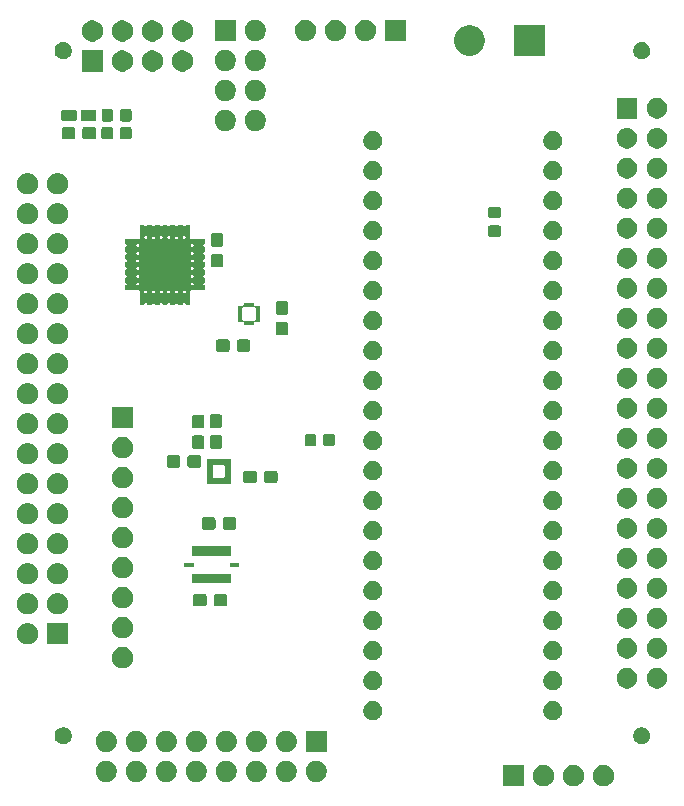
<source format=gbr>
G04 #@! TF.GenerationSoftware,KiCad,Pcbnew,5.1.5+dfsg1-2build2*
G04 #@! TF.CreationDate,2021-10-17T19:15:36+01:00*
G04 #@! TF.ProjectId,flight-controller,666c6967-6874-42d6-936f-6e74726f6c6c,rev?*
G04 #@! TF.SameCoordinates,Original*
G04 #@! TF.FileFunction,Soldermask,Top*
G04 #@! TF.FilePolarity,Negative*
%FSLAX46Y46*%
G04 Gerber Fmt 4.6, Leading zero omitted, Abs format (unit mm)*
G04 Created by KiCad (PCBNEW 5.1.5+dfsg1-2build2) date 2021-10-17 19:15:36*
%MOMM*%
%LPD*%
G04 APERTURE LIST*
%ADD10C,0.100000*%
G04 APERTURE END LIST*
D10*
G36*
X141633512Y-106603927D02*
G01*
X141782812Y-106633624D01*
X141946784Y-106701544D01*
X142094354Y-106800147D01*
X142219853Y-106925646D01*
X142318456Y-107073216D01*
X142386376Y-107237188D01*
X142421000Y-107411259D01*
X142421000Y-107588741D01*
X142386376Y-107762812D01*
X142318456Y-107926784D01*
X142219853Y-108074354D01*
X142094354Y-108199853D01*
X141946784Y-108298456D01*
X141782812Y-108366376D01*
X141633512Y-108396073D01*
X141608742Y-108401000D01*
X141431258Y-108401000D01*
X141406488Y-108396073D01*
X141257188Y-108366376D01*
X141093216Y-108298456D01*
X140945646Y-108199853D01*
X140820147Y-108074354D01*
X140721544Y-107926784D01*
X140653624Y-107762812D01*
X140619000Y-107588741D01*
X140619000Y-107411259D01*
X140653624Y-107237188D01*
X140721544Y-107073216D01*
X140820147Y-106925646D01*
X140945646Y-106800147D01*
X141093216Y-106701544D01*
X141257188Y-106633624D01*
X141406488Y-106603927D01*
X141431258Y-106599000D01*
X141608742Y-106599000D01*
X141633512Y-106603927D01*
G37*
G36*
X139093512Y-106603927D02*
G01*
X139242812Y-106633624D01*
X139406784Y-106701544D01*
X139554354Y-106800147D01*
X139679853Y-106925646D01*
X139778456Y-107073216D01*
X139846376Y-107237188D01*
X139881000Y-107411259D01*
X139881000Y-107588741D01*
X139846376Y-107762812D01*
X139778456Y-107926784D01*
X139679853Y-108074354D01*
X139554354Y-108199853D01*
X139406784Y-108298456D01*
X139242812Y-108366376D01*
X139093512Y-108396073D01*
X139068742Y-108401000D01*
X138891258Y-108401000D01*
X138866488Y-108396073D01*
X138717188Y-108366376D01*
X138553216Y-108298456D01*
X138405646Y-108199853D01*
X138280147Y-108074354D01*
X138181544Y-107926784D01*
X138113624Y-107762812D01*
X138079000Y-107588741D01*
X138079000Y-107411259D01*
X138113624Y-107237188D01*
X138181544Y-107073216D01*
X138280147Y-106925646D01*
X138405646Y-106800147D01*
X138553216Y-106701544D01*
X138717188Y-106633624D01*
X138866488Y-106603927D01*
X138891258Y-106599000D01*
X139068742Y-106599000D01*
X139093512Y-106603927D01*
G37*
G36*
X134801000Y-108401000D02*
G01*
X132999000Y-108401000D01*
X132999000Y-106599000D01*
X134801000Y-106599000D01*
X134801000Y-108401000D01*
G37*
G36*
X136553512Y-106603927D02*
G01*
X136702812Y-106633624D01*
X136866784Y-106701544D01*
X137014354Y-106800147D01*
X137139853Y-106925646D01*
X137238456Y-107073216D01*
X137306376Y-107237188D01*
X137341000Y-107411259D01*
X137341000Y-107588741D01*
X137306376Y-107762812D01*
X137238456Y-107926784D01*
X137139853Y-108074354D01*
X137014354Y-108199853D01*
X136866784Y-108298456D01*
X136702812Y-108366376D01*
X136553512Y-108396073D01*
X136528742Y-108401000D01*
X136351258Y-108401000D01*
X136326488Y-108396073D01*
X136177188Y-108366376D01*
X136013216Y-108298456D01*
X135865646Y-108199853D01*
X135740147Y-108074354D01*
X135641544Y-107926784D01*
X135573624Y-107762812D01*
X135539000Y-107588741D01*
X135539000Y-107411259D01*
X135573624Y-107237188D01*
X135641544Y-107073216D01*
X135740147Y-106925646D01*
X135865646Y-106800147D01*
X136013216Y-106701544D01*
X136177188Y-106633624D01*
X136326488Y-106603927D01*
X136351258Y-106599000D01*
X136528742Y-106599000D01*
X136553512Y-106603927D01*
G37*
G36*
X102073512Y-106243927D02*
G01*
X102222812Y-106273624D01*
X102386784Y-106341544D01*
X102534354Y-106440147D01*
X102659853Y-106565646D01*
X102758456Y-106713216D01*
X102826376Y-106877188D01*
X102861000Y-107051259D01*
X102861000Y-107228741D01*
X102826376Y-107402812D01*
X102758456Y-107566784D01*
X102659853Y-107714354D01*
X102534354Y-107839853D01*
X102386784Y-107938456D01*
X102222812Y-108006376D01*
X102073512Y-108036073D01*
X102048742Y-108041000D01*
X101871258Y-108041000D01*
X101846488Y-108036073D01*
X101697188Y-108006376D01*
X101533216Y-107938456D01*
X101385646Y-107839853D01*
X101260147Y-107714354D01*
X101161544Y-107566784D01*
X101093624Y-107402812D01*
X101059000Y-107228741D01*
X101059000Y-107051259D01*
X101093624Y-106877188D01*
X101161544Y-106713216D01*
X101260147Y-106565646D01*
X101385646Y-106440147D01*
X101533216Y-106341544D01*
X101697188Y-106273624D01*
X101846488Y-106243927D01*
X101871258Y-106239000D01*
X102048742Y-106239000D01*
X102073512Y-106243927D01*
G37*
G36*
X99533512Y-106243927D02*
G01*
X99682812Y-106273624D01*
X99846784Y-106341544D01*
X99994354Y-106440147D01*
X100119853Y-106565646D01*
X100218456Y-106713216D01*
X100286376Y-106877188D01*
X100321000Y-107051259D01*
X100321000Y-107228741D01*
X100286376Y-107402812D01*
X100218456Y-107566784D01*
X100119853Y-107714354D01*
X99994354Y-107839853D01*
X99846784Y-107938456D01*
X99682812Y-108006376D01*
X99533512Y-108036073D01*
X99508742Y-108041000D01*
X99331258Y-108041000D01*
X99306488Y-108036073D01*
X99157188Y-108006376D01*
X98993216Y-107938456D01*
X98845646Y-107839853D01*
X98720147Y-107714354D01*
X98621544Y-107566784D01*
X98553624Y-107402812D01*
X98519000Y-107228741D01*
X98519000Y-107051259D01*
X98553624Y-106877188D01*
X98621544Y-106713216D01*
X98720147Y-106565646D01*
X98845646Y-106440147D01*
X98993216Y-106341544D01*
X99157188Y-106273624D01*
X99306488Y-106243927D01*
X99331258Y-106239000D01*
X99508742Y-106239000D01*
X99533512Y-106243927D01*
G37*
G36*
X104613512Y-106243927D02*
G01*
X104762812Y-106273624D01*
X104926784Y-106341544D01*
X105074354Y-106440147D01*
X105199853Y-106565646D01*
X105298456Y-106713216D01*
X105366376Y-106877188D01*
X105401000Y-107051259D01*
X105401000Y-107228741D01*
X105366376Y-107402812D01*
X105298456Y-107566784D01*
X105199853Y-107714354D01*
X105074354Y-107839853D01*
X104926784Y-107938456D01*
X104762812Y-108006376D01*
X104613512Y-108036073D01*
X104588742Y-108041000D01*
X104411258Y-108041000D01*
X104386488Y-108036073D01*
X104237188Y-108006376D01*
X104073216Y-107938456D01*
X103925646Y-107839853D01*
X103800147Y-107714354D01*
X103701544Y-107566784D01*
X103633624Y-107402812D01*
X103599000Y-107228741D01*
X103599000Y-107051259D01*
X103633624Y-106877188D01*
X103701544Y-106713216D01*
X103800147Y-106565646D01*
X103925646Y-106440147D01*
X104073216Y-106341544D01*
X104237188Y-106273624D01*
X104386488Y-106243927D01*
X104411258Y-106239000D01*
X104588742Y-106239000D01*
X104613512Y-106243927D01*
G37*
G36*
X107153512Y-106243927D02*
G01*
X107302812Y-106273624D01*
X107466784Y-106341544D01*
X107614354Y-106440147D01*
X107739853Y-106565646D01*
X107838456Y-106713216D01*
X107906376Y-106877188D01*
X107941000Y-107051259D01*
X107941000Y-107228741D01*
X107906376Y-107402812D01*
X107838456Y-107566784D01*
X107739853Y-107714354D01*
X107614354Y-107839853D01*
X107466784Y-107938456D01*
X107302812Y-108006376D01*
X107153512Y-108036073D01*
X107128742Y-108041000D01*
X106951258Y-108041000D01*
X106926488Y-108036073D01*
X106777188Y-108006376D01*
X106613216Y-107938456D01*
X106465646Y-107839853D01*
X106340147Y-107714354D01*
X106241544Y-107566784D01*
X106173624Y-107402812D01*
X106139000Y-107228741D01*
X106139000Y-107051259D01*
X106173624Y-106877188D01*
X106241544Y-106713216D01*
X106340147Y-106565646D01*
X106465646Y-106440147D01*
X106613216Y-106341544D01*
X106777188Y-106273624D01*
X106926488Y-106243927D01*
X106951258Y-106239000D01*
X107128742Y-106239000D01*
X107153512Y-106243927D01*
G37*
G36*
X112233512Y-106243927D02*
G01*
X112382812Y-106273624D01*
X112546784Y-106341544D01*
X112694354Y-106440147D01*
X112819853Y-106565646D01*
X112918456Y-106713216D01*
X112986376Y-106877188D01*
X113021000Y-107051259D01*
X113021000Y-107228741D01*
X112986376Y-107402812D01*
X112918456Y-107566784D01*
X112819853Y-107714354D01*
X112694354Y-107839853D01*
X112546784Y-107938456D01*
X112382812Y-108006376D01*
X112233512Y-108036073D01*
X112208742Y-108041000D01*
X112031258Y-108041000D01*
X112006488Y-108036073D01*
X111857188Y-108006376D01*
X111693216Y-107938456D01*
X111545646Y-107839853D01*
X111420147Y-107714354D01*
X111321544Y-107566784D01*
X111253624Y-107402812D01*
X111219000Y-107228741D01*
X111219000Y-107051259D01*
X111253624Y-106877188D01*
X111321544Y-106713216D01*
X111420147Y-106565646D01*
X111545646Y-106440147D01*
X111693216Y-106341544D01*
X111857188Y-106273624D01*
X112006488Y-106243927D01*
X112031258Y-106239000D01*
X112208742Y-106239000D01*
X112233512Y-106243927D01*
G37*
G36*
X109693512Y-106243927D02*
G01*
X109842812Y-106273624D01*
X110006784Y-106341544D01*
X110154354Y-106440147D01*
X110279853Y-106565646D01*
X110378456Y-106713216D01*
X110446376Y-106877188D01*
X110481000Y-107051259D01*
X110481000Y-107228741D01*
X110446376Y-107402812D01*
X110378456Y-107566784D01*
X110279853Y-107714354D01*
X110154354Y-107839853D01*
X110006784Y-107938456D01*
X109842812Y-108006376D01*
X109693512Y-108036073D01*
X109668742Y-108041000D01*
X109491258Y-108041000D01*
X109466488Y-108036073D01*
X109317188Y-108006376D01*
X109153216Y-107938456D01*
X109005646Y-107839853D01*
X108880147Y-107714354D01*
X108781544Y-107566784D01*
X108713624Y-107402812D01*
X108679000Y-107228741D01*
X108679000Y-107051259D01*
X108713624Y-106877188D01*
X108781544Y-106713216D01*
X108880147Y-106565646D01*
X109005646Y-106440147D01*
X109153216Y-106341544D01*
X109317188Y-106273624D01*
X109466488Y-106243927D01*
X109491258Y-106239000D01*
X109668742Y-106239000D01*
X109693512Y-106243927D01*
G37*
G36*
X117313512Y-106243927D02*
G01*
X117462812Y-106273624D01*
X117626784Y-106341544D01*
X117774354Y-106440147D01*
X117899853Y-106565646D01*
X117998456Y-106713216D01*
X118066376Y-106877188D01*
X118101000Y-107051259D01*
X118101000Y-107228741D01*
X118066376Y-107402812D01*
X117998456Y-107566784D01*
X117899853Y-107714354D01*
X117774354Y-107839853D01*
X117626784Y-107938456D01*
X117462812Y-108006376D01*
X117313512Y-108036073D01*
X117288742Y-108041000D01*
X117111258Y-108041000D01*
X117086488Y-108036073D01*
X116937188Y-108006376D01*
X116773216Y-107938456D01*
X116625646Y-107839853D01*
X116500147Y-107714354D01*
X116401544Y-107566784D01*
X116333624Y-107402812D01*
X116299000Y-107228741D01*
X116299000Y-107051259D01*
X116333624Y-106877188D01*
X116401544Y-106713216D01*
X116500147Y-106565646D01*
X116625646Y-106440147D01*
X116773216Y-106341544D01*
X116937188Y-106273624D01*
X117086488Y-106243927D01*
X117111258Y-106239000D01*
X117288742Y-106239000D01*
X117313512Y-106243927D01*
G37*
G36*
X114773512Y-106243927D02*
G01*
X114922812Y-106273624D01*
X115086784Y-106341544D01*
X115234354Y-106440147D01*
X115359853Y-106565646D01*
X115458456Y-106713216D01*
X115526376Y-106877188D01*
X115561000Y-107051259D01*
X115561000Y-107228741D01*
X115526376Y-107402812D01*
X115458456Y-107566784D01*
X115359853Y-107714354D01*
X115234354Y-107839853D01*
X115086784Y-107938456D01*
X114922812Y-108006376D01*
X114773512Y-108036073D01*
X114748742Y-108041000D01*
X114571258Y-108041000D01*
X114546488Y-108036073D01*
X114397188Y-108006376D01*
X114233216Y-107938456D01*
X114085646Y-107839853D01*
X113960147Y-107714354D01*
X113861544Y-107566784D01*
X113793624Y-107402812D01*
X113759000Y-107228741D01*
X113759000Y-107051259D01*
X113793624Y-106877188D01*
X113861544Y-106713216D01*
X113960147Y-106565646D01*
X114085646Y-106440147D01*
X114233216Y-106341544D01*
X114397188Y-106273624D01*
X114546488Y-106243927D01*
X114571258Y-106239000D01*
X114748742Y-106239000D01*
X114773512Y-106243927D01*
G37*
G36*
X112233512Y-103703927D02*
G01*
X112382812Y-103733624D01*
X112546784Y-103801544D01*
X112694354Y-103900147D01*
X112819853Y-104025646D01*
X112918456Y-104173216D01*
X112986376Y-104337188D01*
X113013567Y-104473888D01*
X113021000Y-104511258D01*
X113021000Y-104688742D01*
X113016073Y-104713512D01*
X112986376Y-104862812D01*
X112918456Y-105026784D01*
X112819853Y-105174354D01*
X112694354Y-105299853D01*
X112546784Y-105398456D01*
X112382812Y-105466376D01*
X112233512Y-105496073D01*
X112208742Y-105501000D01*
X112031258Y-105501000D01*
X112006488Y-105496073D01*
X111857188Y-105466376D01*
X111693216Y-105398456D01*
X111545646Y-105299853D01*
X111420147Y-105174354D01*
X111321544Y-105026784D01*
X111253624Y-104862812D01*
X111223927Y-104713512D01*
X111219000Y-104688742D01*
X111219000Y-104511258D01*
X111226433Y-104473888D01*
X111253624Y-104337188D01*
X111321544Y-104173216D01*
X111420147Y-104025646D01*
X111545646Y-103900147D01*
X111693216Y-103801544D01*
X111857188Y-103733624D01*
X112006488Y-103703927D01*
X112031258Y-103699000D01*
X112208742Y-103699000D01*
X112233512Y-103703927D01*
G37*
G36*
X118101000Y-105501000D02*
G01*
X116299000Y-105501000D01*
X116299000Y-103699000D01*
X118101000Y-103699000D01*
X118101000Y-105501000D01*
G37*
G36*
X114773512Y-103703927D02*
G01*
X114922812Y-103733624D01*
X115086784Y-103801544D01*
X115234354Y-103900147D01*
X115359853Y-104025646D01*
X115458456Y-104173216D01*
X115526376Y-104337188D01*
X115553567Y-104473888D01*
X115561000Y-104511258D01*
X115561000Y-104688742D01*
X115556073Y-104713512D01*
X115526376Y-104862812D01*
X115458456Y-105026784D01*
X115359853Y-105174354D01*
X115234354Y-105299853D01*
X115086784Y-105398456D01*
X114922812Y-105466376D01*
X114773512Y-105496073D01*
X114748742Y-105501000D01*
X114571258Y-105501000D01*
X114546488Y-105496073D01*
X114397188Y-105466376D01*
X114233216Y-105398456D01*
X114085646Y-105299853D01*
X113960147Y-105174354D01*
X113861544Y-105026784D01*
X113793624Y-104862812D01*
X113763927Y-104713512D01*
X113759000Y-104688742D01*
X113759000Y-104511258D01*
X113766433Y-104473888D01*
X113793624Y-104337188D01*
X113861544Y-104173216D01*
X113960147Y-104025646D01*
X114085646Y-103900147D01*
X114233216Y-103801544D01*
X114397188Y-103733624D01*
X114546488Y-103703927D01*
X114571258Y-103699000D01*
X114748742Y-103699000D01*
X114773512Y-103703927D01*
G37*
G36*
X109693512Y-103703927D02*
G01*
X109842812Y-103733624D01*
X110006784Y-103801544D01*
X110154354Y-103900147D01*
X110279853Y-104025646D01*
X110378456Y-104173216D01*
X110446376Y-104337188D01*
X110473567Y-104473888D01*
X110481000Y-104511258D01*
X110481000Y-104688742D01*
X110476073Y-104713512D01*
X110446376Y-104862812D01*
X110378456Y-105026784D01*
X110279853Y-105174354D01*
X110154354Y-105299853D01*
X110006784Y-105398456D01*
X109842812Y-105466376D01*
X109693512Y-105496073D01*
X109668742Y-105501000D01*
X109491258Y-105501000D01*
X109466488Y-105496073D01*
X109317188Y-105466376D01*
X109153216Y-105398456D01*
X109005646Y-105299853D01*
X108880147Y-105174354D01*
X108781544Y-105026784D01*
X108713624Y-104862812D01*
X108683927Y-104713512D01*
X108679000Y-104688742D01*
X108679000Y-104511258D01*
X108686433Y-104473888D01*
X108713624Y-104337188D01*
X108781544Y-104173216D01*
X108880147Y-104025646D01*
X109005646Y-103900147D01*
X109153216Y-103801544D01*
X109317188Y-103733624D01*
X109466488Y-103703927D01*
X109491258Y-103699000D01*
X109668742Y-103699000D01*
X109693512Y-103703927D01*
G37*
G36*
X99533512Y-103703927D02*
G01*
X99682812Y-103733624D01*
X99846784Y-103801544D01*
X99994354Y-103900147D01*
X100119853Y-104025646D01*
X100218456Y-104173216D01*
X100286376Y-104337188D01*
X100313567Y-104473888D01*
X100321000Y-104511258D01*
X100321000Y-104688742D01*
X100316073Y-104713512D01*
X100286376Y-104862812D01*
X100218456Y-105026784D01*
X100119853Y-105174354D01*
X99994354Y-105299853D01*
X99846784Y-105398456D01*
X99682812Y-105466376D01*
X99533512Y-105496073D01*
X99508742Y-105501000D01*
X99331258Y-105501000D01*
X99306488Y-105496073D01*
X99157188Y-105466376D01*
X98993216Y-105398456D01*
X98845646Y-105299853D01*
X98720147Y-105174354D01*
X98621544Y-105026784D01*
X98553624Y-104862812D01*
X98523927Y-104713512D01*
X98519000Y-104688742D01*
X98519000Y-104511258D01*
X98526433Y-104473888D01*
X98553624Y-104337188D01*
X98621544Y-104173216D01*
X98720147Y-104025646D01*
X98845646Y-103900147D01*
X98993216Y-103801544D01*
X99157188Y-103733624D01*
X99306488Y-103703927D01*
X99331258Y-103699000D01*
X99508742Y-103699000D01*
X99533512Y-103703927D01*
G37*
G36*
X107153512Y-103703927D02*
G01*
X107302812Y-103733624D01*
X107466784Y-103801544D01*
X107614354Y-103900147D01*
X107739853Y-104025646D01*
X107838456Y-104173216D01*
X107906376Y-104337188D01*
X107933567Y-104473888D01*
X107941000Y-104511258D01*
X107941000Y-104688742D01*
X107936073Y-104713512D01*
X107906376Y-104862812D01*
X107838456Y-105026784D01*
X107739853Y-105174354D01*
X107614354Y-105299853D01*
X107466784Y-105398456D01*
X107302812Y-105466376D01*
X107153512Y-105496073D01*
X107128742Y-105501000D01*
X106951258Y-105501000D01*
X106926488Y-105496073D01*
X106777188Y-105466376D01*
X106613216Y-105398456D01*
X106465646Y-105299853D01*
X106340147Y-105174354D01*
X106241544Y-105026784D01*
X106173624Y-104862812D01*
X106143927Y-104713512D01*
X106139000Y-104688742D01*
X106139000Y-104511258D01*
X106146433Y-104473888D01*
X106173624Y-104337188D01*
X106241544Y-104173216D01*
X106340147Y-104025646D01*
X106465646Y-103900147D01*
X106613216Y-103801544D01*
X106777188Y-103733624D01*
X106926488Y-103703927D01*
X106951258Y-103699000D01*
X107128742Y-103699000D01*
X107153512Y-103703927D01*
G37*
G36*
X104613512Y-103703927D02*
G01*
X104762812Y-103733624D01*
X104926784Y-103801544D01*
X105074354Y-103900147D01*
X105199853Y-104025646D01*
X105298456Y-104173216D01*
X105366376Y-104337188D01*
X105393567Y-104473888D01*
X105401000Y-104511258D01*
X105401000Y-104688742D01*
X105396073Y-104713512D01*
X105366376Y-104862812D01*
X105298456Y-105026784D01*
X105199853Y-105174354D01*
X105074354Y-105299853D01*
X104926784Y-105398456D01*
X104762812Y-105466376D01*
X104613512Y-105496073D01*
X104588742Y-105501000D01*
X104411258Y-105501000D01*
X104386488Y-105496073D01*
X104237188Y-105466376D01*
X104073216Y-105398456D01*
X103925646Y-105299853D01*
X103800147Y-105174354D01*
X103701544Y-105026784D01*
X103633624Y-104862812D01*
X103603927Y-104713512D01*
X103599000Y-104688742D01*
X103599000Y-104511258D01*
X103606433Y-104473888D01*
X103633624Y-104337188D01*
X103701544Y-104173216D01*
X103800147Y-104025646D01*
X103925646Y-103900147D01*
X104073216Y-103801544D01*
X104237188Y-103733624D01*
X104386488Y-103703927D01*
X104411258Y-103699000D01*
X104588742Y-103699000D01*
X104613512Y-103703927D01*
G37*
G36*
X102073512Y-103703927D02*
G01*
X102222812Y-103733624D01*
X102386784Y-103801544D01*
X102534354Y-103900147D01*
X102659853Y-104025646D01*
X102758456Y-104173216D01*
X102826376Y-104337188D01*
X102853567Y-104473888D01*
X102861000Y-104511258D01*
X102861000Y-104688742D01*
X102856073Y-104713512D01*
X102826376Y-104862812D01*
X102758456Y-105026784D01*
X102659853Y-105174354D01*
X102534354Y-105299853D01*
X102386784Y-105398456D01*
X102222812Y-105466376D01*
X102073512Y-105496073D01*
X102048742Y-105501000D01*
X101871258Y-105501000D01*
X101846488Y-105496073D01*
X101697188Y-105466376D01*
X101533216Y-105398456D01*
X101385646Y-105299853D01*
X101260147Y-105174354D01*
X101161544Y-105026784D01*
X101093624Y-104862812D01*
X101063927Y-104713512D01*
X101059000Y-104688742D01*
X101059000Y-104511258D01*
X101066433Y-104473888D01*
X101093624Y-104337188D01*
X101161544Y-104173216D01*
X101260147Y-104025646D01*
X101385646Y-103900147D01*
X101533216Y-103801544D01*
X101697188Y-103733624D01*
X101846488Y-103703927D01*
X101871258Y-103699000D01*
X102048742Y-103699000D01*
X102073512Y-103703927D01*
G37*
G36*
X95981766Y-103431899D02*
G01*
X96113888Y-103486626D01*
X96113890Y-103486627D01*
X96232798Y-103566079D01*
X96333921Y-103667202D01*
X96413373Y-103786110D01*
X96413374Y-103786112D01*
X96468101Y-103918234D01*
X96496000Y-104058494D01*
X96496000Y-104201506D01*
X96468101Y-104341766D01*
X96413374Y-104473888D01*
X96413373Y-104473890D01*
X96333921Y-104592798D01*
X96232798Y-104693921D01*
X96113890Y-104773373D01*
X96113889Y-104773374D01*
X96113888Y-104773374D01*
X95981766Y-104828101D01*
X95841506Y-104856000D01*
X95698494Y-104856000D01*
X95558234Y-104828101D01*
X95426112Y-104773374D01*
X95426111Y-104773374D01*
X95426110Y-104773373D01*
X95307202Y-104693921D01*
X95206079Y-104592798D01*
X95126627Y-104473890D01*
X95126626Y-104473888D01*
X95071899Y-104341766D01*
X95044000Y-104201506D01*
X95044000Y-104058494D01*
X95071899Y-103918234D01*
X95126626Y-103786112D01*
X95126627Y-103786110D01*
X95206079Y-103667202D01*
X95307202Y-103566079D01*
X95426110Y-103486627D01*
X95426112Y-103486626D01*
X95558234Y-103431899D01*
X95698494Y-103404000D01*
X95841506Y-103404000D01*
X95981766Y-103431899D01*
G37*
G36*
X144981766Y-103431899D02*
G01*
X145113888Y-103486626D01*
X145113890Y-103486627D01*
X145232798Y-103566079D01*
X145333921Y-103667202D01*
X145413373Y-103786110D01*
X145413374Y-103786112D01*
X145468101Y-103918234D01*
X145496000Y-104058494D01*
X145496000Y-104201506D01*
X145468101Y-104341766D01*
X145413374Y-104473888D01*
X145413373Y-104473890D01*
X145333921Y-104592798D01*
X145232798Y-104693921D01*
X145113890Y-104773373D01*
X145113889Y-104773374D01*
X145113888Y-104773374D01*
X144981766Y-104828101D01*
X144841506Y-104856000D01*
X144698494Y-104856000D01*
X144558234Y-104828101D01*
X144426112Y-104773374D01*
X144426111Y-104773374D01*
X144426110Y-104773373D01*
X144307202Y-104693921D01*
X144206079Y-104592798D01*
X144126627Y-104473890D01*
X144126626Y-104473888D01*
X144071899Y-104341766D01*
X144044000Y-104201506D01*
X144044000Y-104058494D01*
X144071899Y-103918234D01*
X144126626Y-103786112D01*
X144126627Y-103786110D01*
X144206079Y-103667202D01*
X144307202Y-103566079D01*
X144426110Y-103486627D01*
X144426112Y-103486626D01*
X144558234Y-103431899D01*
X144698494Y-103404000D01*
X144841506Y-103404000D01*
X144981766Y-103431899D01*
G37*
G36*
X137477142Y-101228242D02*
G01*
X137625101Y-101289529D01*
X137758255Y-101378499D01*
X137871501Y-101491745D01*
X137960471Y-101624899D01*
X138021758Y-101772858D01*
X138053000Y-101929925D01*
X138053000Y-102090075D01*
X138021758Y-102247142D01*
X137960471Y-102395101D01*
X137871501Y-102528255D01*
X137758255Y-102641501D01*
X137625101Y-102730471D01*
X137477142Y-102791758D01*
X137320075Y-102823000D01*
X137159925Y-102823000D01*
X137002858Y-102791758D01*
X136854899Y-102730471D01*
X136721745Y-102641501D01*
X136608499Y-102528255D01*
X136519529Y-102395101D01*
X136458242Y-102247142D01*
X136427000Y-102090075D01*
X136427000Y-101929925D01*
X136458242Y-101772858D01*
X136519529Y-101624899D01*
X136608499Y-101491745D01*
X136721745Y-101378499D01*
X136854899Y-101289529D01*
X137002858Y-101228242D01*
X137159925Y-101197000D01*
X137320075Y-101197000D01*
X137477142Y-101228242D01*
G37*
G36*
X122237142Y-101228242D02*
G01*
X122385101Y-101289529D01*
X122518255Y-101378499D01*
X122631501Y-101491745D01*
X122720471Y-101624899D01*
X122781758Y-101772858D01*
X122813000Y-101929925D01*
X122813000Y-102090075D01*
X122781758Y-102247142D01*
X122720471Y-102395101D01*
X122631501Y-102528255D01*
X122518255Y-102641501D01*
X122385101Y-102730471D01*
X122237142Y-102791758D01*
X122080075Y-102823000D01*
X121919925Y-102823000D01*
X121762858Y-102791758D01*
X121614899Y-102730471D01*
X121481745Y-102641501D01*
X121368499Y-102528255D01*
X121279529Y-102395101D01*
X121218242Y-102247142D01*
X121187000Y-102090075D01*
X121187000Y-101929925D01*
X121218242Y-101772858D01*
X121279529Y-101624899D01*
X121368499Y-101491745D01*
X121481745Y-101378499D01*
X121614899Y-101289529D01*
X121762858Y-101228242D01*
X121919925Y-101197000D01*
X122080075Y-101197000D01*
X122237142Y-101228242D01*
G37*
G36*
X137477142Y-98688242D02*
G01*
X137625101Y-98749529D01*
X137758255Y-98838499D01*
X137871501Y-98951745D01*
X137960471Y-99084899D01*
X138021758Y-99232858D01*
X138053000Y-99389925D01*
X138053000Y-99550075D01*
X138021758Y-99707142D01*
X137960471Y-99855101D01*
X137871501Y-99988255D01*
X137758255Y-100101501D01*
X137625101Y-100190471D01*
X137477142Y-100251758D01*
X137320075Y-100283000D01*
X137159925Y-100283000D01*
X137002858Y-100251758D01*
X136854899Y-100190471D01*
X136721745Y-100101501D01*
X136608499Y-99988255D01*
X136519529Y-99855101D01*
X136458242Y-99707142D01*
X136427000Y-99550075D01*
X136427000Y-99389925D01*
X136458242Y-99232858D01*
X136519529Y-99084899D01*
X136608499Y-98951745D01*
X136721745Y-98838499D01*
X136854899Y-98749529D01*
X137002858Y-98688242D01*
X137159925Y-98657000D01*
X137320075Y-98657000D01*
X137477142Y-98688242D01*
G37*
G36*
X122237142Y-98688242D02*
G01*
X122385101Y-98749529D01*
X122518255Y-98838499D01*
X122631501Y-98951745D01*
X122720471Y-99084899D01*
X122781758Y-99232858D01*
X122813000Y-99389925D01*
X122813000Y-99550075D01*
X122781758Y-99707142D01*
X122720471Y-99855101D01*
X122631501Y-99988255D01*
X122518255Y-100101501D01*
X122385101Y-100190471D01*
X122237142Y-100251758D01*
X122080075Y-100283000D01*
X121919925Y-100283000D01*
X121762858Y-100251758D01*
X121614899Y-100190471D01*
X121481745Y-100101501D01*
X121368499Y-99988255D01*
X121279529Y-99855101D01*
X121218242Y-99707142D01*
X121187000Y-99550075D01*
X121187000Y-99389925D01*
X121218242Y-99232858D01*
X121279529Y-99084899D01*
X121368499Y-98951745D01*
X121481745Y-98838499D01*
X121614899Y-98749529D01*
X121762858Y-98688242D01*
X121919925Y-98657000D01*
X122080075Y-98657000D01*
X122237142Y-98688242D01*
G37*
G36*
X146209923Y-98405736D02*
G01*
X146294061Y-98422472D01*
X146452573Y-98488130D01*
X146595230Y-98583450D01*
X146716550Y-98704770D01*
X146811870Y-98847427D01*
X146877528Y-99005939D01*
X146911000Y-99174214D01*
X146911000Y-99345786D01*
X146877528Y-99514061D01*
X146811870Y-99672573D01*
X146716550Y-99815230D01*
X146595230Y-99936550D01*
X146452573Y-100031870D01*
X146294061Y-100097528D01*
X146274097Y-100101499D01*
X146125787Y-100131000D01*
X145954213Y-100131000D01*
X145805903Y-100101499D01*
X145785939Y-100097528D01*
X145627427Y-100031870D01*
X145484770Y-99936550D01*
X145363450Y-99815230D01*
X145268130Y-99672573D01*
X145202472Y-99514061D01*
X145169000Y-99345786D01*
X145169000Y-99174214D01*
X145202472Y-99005939D01*
X145268130Y-98847427D01*
X145363450Y-98704770D01*
X145484770Y-98583450D01*
X145627427Y-98488130D01*
X145785939Y-98422472D01*
X145870077Y-98405736D01*
X145954213Y-98389000D01*
X146125787Y-98389000D01*
X146209923Y-98405736D01*
G37*
G36*
X143669923Y-98405736D02*
G01*
X143754061Y-98422472D01*
X143912573Y-98488130D01*
X144055230Y-98583450D01*
X144176550Y-98704770D01*
X144271870Y-98847427D01*
X144337528Y-99005939D01*
X144371000Y-99174214D01*
X144371000Y-99345786D01*
X144337528Y-99514061D01*
X144271870Y-99672573D01*
X144176550Y-99815230D01*
X144055230Y-99936550D01*
X143912573Y-100031870D01*
X143754061Y-100097528D01*
X143734097Y-100101499D01*
X143585787Y-100131000D01*
X143414213Y-100131000D01*
X143265903Y-100101499D01*
X143245939Y-100097528D01*
X143087427Y-100031870D01*
X142944770Y-99936550D01*
X142823450Y-99815230D01*
X142728130Y-99672573D01*
X142662472Y-99514061D01*
X142629000Y-99345786D01*
X142629000Y-99174214D01*
X142662472Y-99005939D01*
X142728130Y-98847427D01*
X142823450Y-98704770D01*
X142944770Y-98583450D01*
X143087427Y-98488130D01*
X143245939Y-98422472D01*
X143330077Y-98405736D01*
X143414213Y-98389000D01*
X143585787Y-98389000D01*
X143669923Y-98405736D01*
G37*
G36*
X100913512Y-96623927D02*
G01*
X101062812Y-96653624D01*
X101226784Y-96721544D01*
X101374354Y-96820147D01*
X101499853Y-96945646D01*
X101598456Y-97093216D01*
X101666376Y-97257188D01*
X101701000Y-97431259D01*
X101701000Y-97608741D01*
X101666376Y-97782812D01*
X101598456Y-97946784D01*
X101499853Y-98094354D01*
X101374354Y-98219853D01*
X101226784Y-98318456D01*
X101062812Y-98386376D01*
X100913512Y-98416073D01*
X100888742Y-98421000D01*
X100711258Y-98421000D01*
X100686488Y-98416073D01*
X100537188Y-98386376D01*
X100373216Y-98318456D01*
X100225646Y-98219853D01*
X100100147Y-98094354D01*
X100001544Y-97946784D01*
X99933624Y-97782812D01*
X99899000Y-97608741D01*
X99899000Y-97431259D01*
X99933624Y-97257188D01*
X100001544Y-97093216D01*
X100100147Y-96945646D01*
X100225646Y-96820147D01*
X100373216Y-96721544D01*
X100537188Y-96653624D01*
X100686488Y-96623927D01*
X100711258Y-96619000D01*
X100888742Y-96619000D01*
X100913512Y-96623927D01*
G37*
G36*
X137477142Y-96148242D02*
G01*
X137625101Y-96209529D01*
X137758255Y-96298499D01*
X137871501Y-96411745D01*
X137960471Y-96544899D01*
X138021758Y-96692858D01*
X138053000Y-96849925D01*
X138053000Y-97010075D01*
X138021758Y-97167142D01*
X137960471Y-97315101D01*
X137871501Y-97448255D01*
X137758255Y-97561501D01*
X137625101Y-97650471D01*
X137477142Y-97711758D01*
X137320075Y-97743000D01*
X137159925Y-97743000D01*
X137002858Y-97711758D01*
X136854899Y-97650471D01*
X136721745Y-97561501D01*
X136608499Y-97448255D01*
X136519529Y-97315101D01*
X136458242Y-97167142D01*
X136427000Y-97010075D01*
X136427000Y-96849925D01*
X136458242Y-96692858D01*
X136519529Y-96544899D01*
X136608499Y-96411745D01*
X136721745Y-96298499D01*
X136854899Y-96209529D01*
X137002858Y-96148242D01*
X137159925Y-96117000D01*
X137320075Y-96117000D01*
X137477142Y-96148242D01*
G37*
G36*
X122237142Y-96148242D02*
G01*
X122385101Y-96209529D01*
X122518255Y-96298499D01*
X122631501Y-96411745D01*
X122720471Y-96544899D01*
X122781758Y-96692858D01*
X122813000Y-96849925D01*
X122813000Y-97010075D01*
X122781758Y-97167142D01*
X122720471Y-97315101D01*
X122631501Y-97448255D01*
X122518255Y-97561501D01*
X122385101Y-97650471D01*
X122237142Y-97711758D01*
X122080075Y-97743000D01*
X121919925Y-97743000D01*
X121762858Y-97711758D01*
X121614899Y-97650471D01*
X121481745Y-97561501D01*
X121368499Y-97448255D01*
X121279529Y-97315101D01*
X121218242Y-97167142D01*
X121187000Y-97010075D01*
X121187000Y-96849925D01*
X121218242Y-96692858D01*
X121279529Y-96544899D01*
X121368499Y-96411745D01*
X121481745Y-96298499D01*
X121614899Y-96209529D01*
X121762858Y-96148242D01*
X121919925Y-96117000D01*
X122080075Y-96117000D01*
X122237142Y-96148242D01*
G37*
G36*
X146209923Y-95865736D02*
G01*
X146294061Y-95882472D01*
X146452573Y-95948130D01*
X146595230Y-96043450D01*
X146716550Y-96164770D01*
X146811870Y-96307427D01*
X146836288Y-96366376D01*
X146877528Y-96465940D01*
X146911000Y-96634213D01*
X146911000Y-96805787D01*
X146908143Y-96820148D01*
X146877528Y-96974061D01*
X146811870Y-97132573D01*
X146716550Y-97275230D01*
X146595230Y-97396550D01*
X146452573Y-97491870D01*
X146294061Y-97557528D01*
X146274097Y-97561499D01*
X146125787Y-97591000D01*
X145954213Y-97591000D01*
X145805903Y-97561499D01*
X145785939Y-97557528D01*
X145627427Y-97491870D01*
X145484770Y-97396550D01*
X145363450Y-97275230D01*
X145268130Y-97132573D01*
X145202472Y-96974061D01*
X145171857Y-96820148D01*
X145169000Y-96805787D01*
X145169000Y-96634213D01*
X145202472Y-96465940D01*
X145243713Y-96366376D01*
X145268130Y-96307427D01*
X145363450Y-96164770D01*
X145484770Y-96043450D01*
X145627427Y-95948130D01*
X145785939Y-95882472D01*
X145870077Y-95865736D01*
X145954213Y-95849000D01*
X146125787Y-95849000D01*
X146209923Y-95865736D01*
G37*
G36*
X143669923Y-95865736D02*
G01*
X143754061Y-95882472D01*
X143912573Y-95948130D01*
X144055230Y-96043450D01*
X144176550Y-96164770D01*
X144271870Y-96307427D01*
X144296288Y-96366376D01*
X144337528Y-96465940D01*
X144371000Y-96634213D01*
X144371000Y-96805787D01*
X144368143Y-96820148D01*
X144337528Y-96974061D01*
X144271870Y-97132573D01*
X144176550Y-97275230D01*
X144055230Y-97396550D01*
X143912573Y-97491870D01*
X143754061Y-97557528D01*
X143734097Y-97561499D01*
X143585787Y-97591000D01*
X143414213Y-97591000D01*
X143265903Y-97561499D01*
X143245939Y-97557528D01*
X143087427Y-97491870D01*
X142944770Y-97396550D01*
X142823450Y-97275230D01*
X142728130Y-97132573D01*
X142662472Y-96974061D01*
X142631857Y-96820148D01*
X142629000Y-96805787D01*
X142629000Y-96634213D01*
X142662472Y-96465940D01*
X142703713Y-96366376D01*
X142728130Y-96307427D01*
X142823450Y-96164770D01*
X142944770Y-96043450D01*
X143087427Y-95948130D01*
X143245939Y-95882472D01*
X143330077Y-95865736D01*
X143414213Y-95849000D01*
X143585787Y-95849000D01*
X143669923Y-95865736D01*
G37*
G36*
X92873512Y-94603927D02*
G01*
X93022812Y-94633624D01*
X93186784Y-94701544D01*
X93334354Y-94800147D01*
X93459853Y-94925646D01*
X93558456Y-95073216D01*
X93626376Y-95237188D01*
X93656073Y-95386488D01*
X93660110Y-95406782D01*
X93661000Y-95411259D01*
X93661000Y-95588741D01*
X93626376Y-95762812D01*
X93558456Y-95926784D01*
X93459853Y-96074354D01*
X93334354Y-96199853D01*
X93186784Y-96298456D01*
X93022812Y-96366376D01*
X92873512Y-96396073D01*
X92848742Y-96401000D01*
X92671258Y-96401000D01*
X92646488Y-96396073D01*
X92497188Y-96366376D01*
X92333216Y-96298456D01*
X92185646Y-96199853D01*
X92060147Y-96074354D01*
X91961544Y-95926784D01*
X91893624Y-95762812D01*
X91859000Y-95588741D01*
X91859000Y-95411259D01*
X91859891Y-95406782D01*
X91863927Y-95386488D01*
X91893624Y-95237188D01*
X91961544Y-95073216D01*
X92060147Y-94925646D01*
X92185646Y-94800147D01*
X92333216Y-94701544D01*
X92497188Y-94633624D01*
X92646488Y-94603927D01*
X92671258Y-94599000D01*
X92848742Y-94599000D01*
X92873512Y-94603927D01*
G37*
G36*
X96201000Y-96401000D02*
G01*
X94399000Y-96401000D01*
X94399000Y-94599000D01*
X96201000Y-94599000D01*
X96201000Y-96401000D01*
G37*
G36*
X100913512Y-94083927D02*
G01*
X101062812Y-94113624D01*
X101226784Y-94181544D01*
X101374354Y-94280147D01*
X101499853Y-94405646D01*
X101598456Y-94553216D01*
X101666376Y-94717188D01*
X101677895Y-94775101D01*
X101701000Y-94891258D01*
X101701000Y-95068742D01*
X101696073Y-95093512D01*
X101666376Y-95242812D01*
X101598456Y-95406784D01*
X101499853Y-95554354D01*
X101374354Y-95679853D01*
X101226784Y-95778456D01*
X101062812Y-95846376D01*
X100913512Y-95876073D01*
X100888742Y-95881000D01*
X100711258Y-95881000D01*
X100686488Y-95876073D01*
X100537188Y-95846376D01*
X100373216Y-95778456D01*
X100225646Y-95679853D01*
X100100147Y-95554354D01*
X100001544Y-95406784D01*
X99933624Y-95242812D01*
X99903927Y-95093512D01*
X99899000Y-95068742D01*
X99899000Y-94891258D01*
X99922105Y-94775101D01*
X99933624Y-94717188D01*
X100001544Y-94553216D01*
X100100147Y-94405646D01*
X100225646Y-94280147D01*
X100373216Y-94181544D01*
X100537188Y-94113624D01*
X100686488Y-94083927D01*
X100711258Y-94079000D01*
X100888742Y-94079000D01*
X100913512Y-94083927D01*
G37*
G36*
X137477142Y-93608242D02*
G01*
X137625101Y-93669529D01*
X137758255Y-93758499D01*
X137871501Y-93871745D01*
X137960471Y-94004899D01*
X138021758Y-94152858D01*
X138053000Y-94309925D01*
X138053000Y-94470075D01*
X138021758Y-94627142D01*
X137960471Y-94775101D01*
X137871501Y-94908255D01*
X137758255Y-95021501D01*
X137625101Y-95110471D01*
X137477142Y-95171758D01*
X137320075Y-95203000D01*
X137159925Y-95203000D01*
X137002858Y-95171758D01*
X136854899Y-95110471D01*
X136721745Y-95021501D01*
X136608499Y-94908255D01*
X136519529Y-94775101D01*
X136458242Y-94627142D01*
X136427000Y-94470075D01*
X136427000Y-94309925D01*
X136458242Y-94152858D01*
X136519529Y-94004899D01*
X136608499Y-93871745D01*
X136721745Y-93758499D01*
X136854899Y-93669529D01*
X137002858Y-93608242D01*
X137159925Y-93577000D01*
X137320075Y-93577000D01*
X137477142Y-93608242D01*
G37*
G36*
X122237142Y-93608242D02*
G01*
X122385101Y-93669529D01*
X122518255Y-93758499D01*
X122631501Y-93871745D01*
X122720471Y-94004899D01*
X122781758Y-94152858D01*
X122813000Y-94309925D01*
X122813000Y-94470075D01*
X122781758Y-94627142D01*
X122720471Y-94775101D01*
X122631501Y-94908255D01*
X122518255Y-95021501D01*
X122385101Y-95110471D01*
X122237142Y-95171758D01*
X122080075Y-95203000D01*
X121919925Y-95203000D01*
X121762858Y-95171758D01*
X121614899Y-95110471D01*
X121481745Y-95021501D01*
X121368499Y-94908255D01*
X121279529Y-94775101D01*
X121218242Y-94627142D01*
X121187000Y-94470075D01*
X121187000Y-94309925D01*
X121218242Y-94152858D01*
X121279529Y-94004899D01*
X121368499Y-93871745D01*
X121481745Y-93758499D01*
X121614899Y-93669529D01*
X121762858Y-93608242D01*
X121919925Y-93577000D01*
X122080075Y-93577000D01*
X122237142Y-93608242D01*
G37*
G36*
X146294061Y-93342472D02*
G01*
X146452573Y-93408130D01*
X146595230Y-93503450D01*
X146716550Y-93624770D01*
X146811870Y-93767427D01*
X146836288Y-93826376D01*
X146877528Y-93925940D01*
X146911000Y-94094213D01*
X146911000Y-94265787D01*
X146908143Y-94280148D01*
X146877528Y-94434061D01*
X146811870Y-94592573D01*
X146716550Y-94735230D01*
X146595230Y-94856550D01*
X146452573Y-94951870D01*
X146294061Y-95017528D01*
X146274097Y-95021499D01*
X146125787Y-95051000D01*
X145954213Y-95051000D01*
X145805903Y-95021499D01*
X145785939Y-95017528D01*
X145627427Y-94951870D01*
X145484770Y-94856550D01*
X145363450Y-94735230D01*
X145268130Y-94592573D01*
X145202472Y-94434061D01*
X145171857Y-94280148D01*
X145169000Y-94265787D01*
X145169000Y-94094213D01*
X145202472Y-93925940D01*
X145243713Y-93826376D01*
X145268130Y-93767427D01*
X145363450Y-93624770D01*
X145484770Y-93503450D01*
X145627427Y-93408130D01*
X145785939Y-93342472D01*
X145954213Y-93309000D01*
X146125787Y-93309000D01*
X146294061Y-93342472D01*
G37*
G36*
X143754061Y-93342472D02*
G01*
X143912573Y-93408130D01*
X144055230Y-93503450D01*
X144176550Y-93624770D01*
X144271870Y-93767427D01*
X144296288Y-93826376D01*
X144337528Y-93925940D01*
X144371000Y-94094213D01*
X144371000Y-94265787D01*
X144368143Y-94280148D01*
X144337528Y-94434061D01*
X144271870Y-94592573D01*
X144176550Y-94735230D01*
X144055230Y-94856550D01*
X143912573Y-94951870D01*
X143754061Y-95017528D01*
X143734097Y-95021499D01*
X143585787Y-95051000D01*
X143414213Y-95051000D01*
X143265903Y-95021499D01*
X143245939Y-95017528D01*
X143087427Y-94951870D01*
X142944770Y-94856550D01*
X142823450Y-94735230D01*
X142728130Y-94592573D01*
X142662472Y-94434061D01*
X142631857Y-94280148D01*
X142629000Y-94265787D01*
X142629000Y-94094213D01*
X142662472Y-93925940D01*
X142703713Y-93826376D01*
X142728130Y-93767427D01*
X142823450Y-93624770D01*
X142944770Y-93503450D01*
X143087427Y-93408130D01*
X143245939Y-93342472D01*
X143414213Y-93309000D01*
X143585787Y-93309000D01*
X143754061Y-93342472D01*
G37*
G36*
X92873512Y-92063927D02*
G01*
X93022812Y-92093624D01*
X93186784Y-92161544D01*
X93334354Y-92260147D01*
X93459853Y-92385646D01*
X93558456Y-92533216D01*
X93626376Y-92697188D01*
X93656073Y-92846488D01*
X93660110Y-92866782D01*
X93661000Y-92871259D01*
X93661000Y-93048741D01*
X93626376Y-93222812D01*
X93558456Y-93386784D01*
X93459853Y-93534354D01*
X93334354Y-93659853D01*
X93186784Y-93758456D01*
X93022812Y-93826376D01*
X92873512Y-93856073D01*
X92848742Y-93861000D01*
X92671258Y-93861000D01*
X92646488Y-93856073D01*
X92497188Y-93826376D01*
X92333216Y-93758456D01*
X92185646Y-93659853D01*
X92060147Y-93534354D01*
X91961544Y-93386784D01*
X91893624Y-93222812D01*
X91859000Y-93048741D01*
X91859000Y-92871259D01*
X91859891Y-92866782D01*
X91863927Y-92846488D01*
X91893624Y-92697188D01*
X91961544Y-92533216D01*
X92060147Y-92385646D01*
X92185646Y-92260147D01*
X92333216Y-92161544D01*
X92497188Y-92093624D01*
X92646488Y-92063927D01*
X92671258Y-92059000D01*
X92848742Y-92059000D01*
X92873512Y-92063927D01*
G37*
G36*
X95413512Y-92063927D02*
G01*
X95562812Y-92093624D01*
X95726784Y-92161544D01*
X95874354Y-92260147D01*
X95999853Y-92385646D01*
X96098456Y-92533216D01*
X96166376Y-92697188D01*
X96196073Y-92846488D01*
X96200110Y-92866782D01*
X96201000Y-92871259D01*
X96201000Y-93048741D01*
X96166376Y-93222812D01*
X96098456Y-93386784D01*
X95999853Y-93534354D01*
X95874354Y-93659853D01*
X95726784Y-93758456D01*
X95562812Y-93826376D01*
X95413512Y-93856073D01*
X95388742Y-93861000D01*
X95211258Y-93861000D01*
X95186488Y-93856073D01*
X95037188Y-93826376D01*
X94873216Y-93758456D01*
X94725646Y-93659853D01*
X94600147Y-93534354D01*
X94501544Y-93386784D01*
X94433624Y-93222812D01*
X94399000Y-93048741D01*
X94399000Y-92871259D01*
X94399891Y-92866782D01*
X94403927Y-92846488D01*
X94433624Y-92697188D01*
X94501544Y-92533216D01*
X94600147Y-92385646D01*
X94725646Y-92260147D01*
X94873216Y-92161544D01*
X95037188Y-92093624D01*
X95186488Y-92063927D01*
X95211258Y-92059000D01*
X95388742Y-92059000D01*
X95413512Y-92063927D01*
G37*
G36*
X100913512Y-91543927D02*
G01*
X101062812Y-91573624D01*
X101226784Y-91641544D01*
X101374354Y-91740147D01*
X101499853Y-91865646D01*
X101598456Y-92013216D01*
X101666376Y-92177188D01*
X101682877Y-92260147D01*
X101701000Y-92351258D01*
X101701000Y-92528742D01*
X101696073Y-92553512D01*
X101666376Y-92702812D01*
X101598456Y-92866784D01*
X101499853Y-93014354D01*
X101374354Y-93139853D01*
X101226784Y-93238456D01*
X101062812Y-93306376D01*
X100913512Y-93336073D01*
X100888742Y-93341000D01*
X100711258Y-93341000D01*
X100686488Y-93336073D01*
X100537188Y-93306376D01*
X100373216Y-93238456D01*
X100225646Y-93139853D01*
X100100147Y-93014354D01*
X100001544Y-92866784D01*
X99933624Y-92702812D01*
X99903927Y-92553512D01*
X99899000Y-92528742D01*
X99899000Y-92351258D01*
X99917123Y-92260147D01*
X99933624Y-92177188D01*
X100001544Y-92013216D01*
X100100147Y-91865646D01*
X100225646Y-91740147D01*
X100373216Y-91641544D01*
X100537188Y-91573624D01*
X100686488Y-91543927D01*
X100711258Y-91539000D01*
X100888742Y-91539000D01*
X100913512Y-91543927D01*
G37*
G36*
X109514499Y-92128445D02*
G01*
X109551995Y-92139820D01*
X109586554Y-92158292D01*
X109616847Y-92183153D01*
X109641708Y-92213446D01*
X109660180Y-92248005D01*
X109671555Y-92285501D01*
X109676000Y-92330638D01*
X109676000Y-92969362D01*
X109671555Y-93014499D01*
X109660180Y-93051995D01*
X109641708Y-93086554D01*
X109616847Y-93116847D01*
X109586554Y-93141708D01*
X109551995Y-93160180D01*
X109514499Y-93171555D01*
X109469362Y-93176000D01*
X108730638Y-93176000D01*
X108685501Y-93171555D01*
X108648005Y-93160180D01*
X108613446Y-93141708D01*
X108583153Y-93116847D01*
X108558292Y-93086554D01*
X108539820Y-93051995D01*
X108528445Y-93014499D01*
X108524000Y-92969362D01*
X108524000Y-92330638D01*
X108528445Y-92285501D01*
X108539820Y-92248005D01*
X108558292Y-92213446D01*
X108583153Y-92183153D01*
X108613446Y-92158292D01*
X108648005Y-92139820D01*
X108685501Y-92128445D01*
X108730638Y-92124000D01*
X109469362Y-92124000D01*
X109514499Y-92128445D01*
G37*
G36*
X107764499Y-92128445D02*
G01*
X107801995Y-92139820D01*
X107836554Y-92158292D01*
X107866847Y-92183153D01*
X107891708Y-92213446D01*
X107910180Y-92248005D01*
X107921555Y-92285501D01*
X107926000Y-92330638D01*
X107926000Y-92969362D01*
X107921555Y-93014499D01*
X107910180Y-93051995D01*
X107891708Y-93086554D01*
X107866847Y-93116847D01*
X107836554Y-93141708D01*
X107801995Y-93160180D01*
X107764499Y-93171555D01*
X107719362Y-93176000D01*
X106980638Y-93176000D01*
X106935501Y-93171555D01*
X106898005Y-93160180D01*
X106863446Y-93141708D01*
X106833153Y-93116847D01*
X106808292Y-93086554D01*
X106789820Y-93051995D01*
X106778445Y-93014499D01*
X106774000Y-92969362D01*
X106774000Y-92330638D01*
X106778445Y-92285501D01*
X106789820Y-92248005D01*
X106808292Y-92213446D01*
X106833153Y-92183153D01*
X106863446Y-92158292D01*
X106898005Y-92139820D01*
X106935501Y-92128445D01*
X106980638Y-92124000D01*
X107719362Y-92124000D01*
X107764499Y-92128445D01*
G37*
G36*
X122237142Y-91068242D02*
G01*
X122385101Y-91129529D01*
X122518255Y-91218499D01*
X122631501Y-91331745D01*
X122720471Y-91464899D01*
X122781758Y-91612858D01*
X122813000Y-91769925D01*
X122813000Y-91930075D01*
X122781758Y-92087142D01*
X122720471Y-92235101D01*
X122631501Y-92368255D01*
X122518255Y-92481501D01*
X122385101Y-92570471D01*
X122237142Y-92631758D01*
X122080075Y-92663000D01*
X121919925Y-92663000D01*
X121762858Y-92631758D01*
X121614899Y-92570471D01*
X121481745Y-92481501D01*
X121368499Y-92368255D01*
X121279529Y-92235101D01*
X121218242Y-92087142D01*
X121187000Y-91930075D01*
X121187000Y-91769925D01*
X121218242Y-91612858D01*
X121279529Y-91464899D01*
X121368499Y-91331745D01*
X121481745Y-91218499D01*
X121614899Y-91129529D01*
X121762858Y-91068242D01*
X121919925Y-91037000D01*
X122080075Y-91037000D01*
X122237142Y-91068242D01*
G37*
G36*
X137477142Y-91068242D02*
G01*
X137625101Y-91129529D01*
X137758255Y-91218499D01*
X137871501Y-91331745D01*
X137960471Y-91464899D01*
X138021758Y-91612858D01*
X138053000Y-91769925D01*
X138053000Y-91930075D01*
X138021758Y-92087142D01*
X137960471Y-92235101D01*
X137871501Y-92368255D01*
X137758255Y-92481501D01*
X137625101Y-92570471D01*
X137477142Y-92631758D01*
X137320075Y-92663000D01*
X137159925Y-92663000D01*
X137002858Y-92631758D01*
X136854899Y-92570471D01*
X136721745Y-92481501D01*
X136608499Y-92368255D01*
X136519529Y-92235101D01*
X136458242Y-92087142D01*
X136427000Y-91930075D01*
X136427000Y-91769925D01*
X136458242Y-91612858D01*
X136519529Y-91464899D01*
X136608499Y-91331745D01*
X136721745Y-91218499D01*
X136854899Y-91129529D01*
X137002858Y-91068242D01*
X137159925Y-91037000D01*
X137320075Y-91037000D01*
X137477142Y-91068242D01*
G37*
G36*
X143669923Y-90785736D02*
G01*
X143754061Y-90802472D01*
X143912573Y-90868130D01*
X144055230Y-90963450D01*
X144176550Y-91084770D01*
X144271870Y-91227427D01*
X144296288Y-91286376D01*
X144337528Y-91385940D01*
X144371000Y-91554213D01*
X144371000Y-91725787D01*
X144368143Y-91740148D01*
X144337528Y-91894061D01*
X144271870Y-92052573D01*
X144176550Y-92195230D01*
X144055230Y-92316550D01*
X143912573Y-92411870D01*
X143754061Y-92477528D01*
X143734097Y-92481499D01*
X143585787Y-92511000D01*
X143414213Y-92511000D01*
X143265903Y-92481499D01*
X143245939Y-92477528D01*
X143087427Y-92411870D01*
X142944770Y-92316550D01*
X142823450Y-92195230D01*
X142728130Y-92052573D01*
X142662472Y-91894061D01*
X142631857Y-91740148D01*
X142629000Y-91725787D01*
X142629000Y-91554213D01*
X142662472Y-91385940D01*
X142703713Y-91286376D01*
X142728130Y-91227427D01*
X142823450Y-91084770D01*
X142944770Y-90963450D01*
X143087427Y-90868130D01*
X143245939Y-90802472D01*
X143330077Y-90785736D01*
X143414213Y-90769000D01*
X143585787Y-90769000D01*
X143669923Y-90785736D01*
G37*
G36*
X146209923Y-90785736D02*
G01*
X146294061Y-90802472D01*
X146452573Y-90868130D01*
X146595230Y-90963450D01*
X146716550Y-91084770D01*
X146811870Y-91227427D01*
X146836288Y-91286376D01*
X146877528Y-91385940D01*
X146911000Y-91554213D01*
X146911000Y-91725787D01*
X146908143Y-91740148D01*
X146877528Y-91894061D01*
X146811870Y-92052573D01*
X146716550Y-92195230D01*
X146595230Y-92316550D01*
X146452573Y-92411870D01*
X146294061Y-92477528D01*
X146274097Y-92481499D01*
X146125787Y-92511000D01*
X145954213Y-92511000D01*
X145805903Y-92481499D01*
X145785939Y-92477528D01*
X145627427Y-92411870D01*
X145484770Y-92316550D01*
X145363450Y-92195230D01*
X145268130Y-92052573D01*
X145202472Y-91894061D01*
X145171857Y-91740148D01*
X145169000Y-91725787D01*
X145169000Y-91554213D01*
X145202472Y-91385940D01*
X145243713Y-91286376D01*
X145268130Y-91227427D01*
X145363450Y-91084770D01*
X145484770Y-90963450D01*
X145627427Y-90868130D01*
X145785939Y-90802472D01*
X145870077Y-90785736D01*
X145954213Y-90769000D01*
X146125787Y-90769000D01*
X146209923Y-90785736D01*
G37*
G36*
X92873512Y-89523927D02*
G01*
X93022812Y-89553624D01*
X93186784Y-89621544D01*
X93334354Y-89720147D01*
X93459853Y-89845646D01*
X93558456Y-89993216D01*
X93626376Y-90157188D01*
X93656073Y-90306488D01*
X93660110Y-90326782D01*
X93661000Y-90331259D01*
X93661000Y-90508741D01*
X93626376Y-90682812D01*
X93558456Y-90846784D01*
X93459853Y-90994354D01*
X93334354Y-91119853D01*
X93186784Y-91218456D01*
X93022812Y-91286376D01*
X92873512Y-91316073D01*
X92848742Y-91321000D01*
X92671258Y-91321000D01*
X92646488Y-91316073D01*
X92497188Y-91286376D01*
X92333216Y-91218456D01*
X92185646Y-91119853D01*
X92060147Y-90994354D01*
X91961544Y-90846784D01*
X91893624Y-90682812D01*
X91859000Y-90508741D01*
X91859000Y-90331259D01*
X91859891Y-90326782D01*
X91863927Y-90306488D01*
X91893624Y-90157188D01*
X91961544Y-89993216D01*
X92060147Y-89845646D01*
X92185646Y-89720147D01*
X92333216Y-89621544D01*
X92497188Y-89553624D01*
X92646488Y-89523927D01*
X92671258Y-89519000D01*
X92848742Y-89519000D01*
X92873512Y-89523927D01*
G37*
G36*
X95413512Y-89523927D02*
G01*
X95562812Y-89553624D01*
X95726784Y-89621544D01*
X95874354Y-89720147D01*
X95999853Y-89845646D01*
X96098456Y-89993216D01*
X96166376Y-90157188D01*
X96196073Y-90306488D01*
X96200110Y-90326782D01*
X96201000Y-90331259D01*
X96201000Y-90508741D01*
X96166376Y-90682812D01*
X96098456Y-90846784D01*
X95999853Y-90994354D01*
X95874354Y-91119853D01*
X95726784Y-91218456D01*
X95562812Y-91286376D01*
X95413512Y-91316073D01*
X95388742Y-91321000D01*
X95211258Y-91321000D01*
X95186488Y-91316073D01*
X95037188Y-91286376D01*
X94873216Y-91218456D01*
X94725646Y-91119853D01*
X94600147Y-90994354D01*
X94501544Y-90846784D01*
X94433624Y-90682812D01*
X94399000Y-90508741D01*
X94399000Y-90331259D01*
X94399891Y-90326782D01*
X94403927Y-90306488D01*
X94433624Y-90157188D01*
X94501544Y-89993216D01*
X94600147Y-89845646D01*
X94725646Y-89720147D01*
X94873216Y-89621544D01*
X95037188Y-89553624D01*
X95186488Y-89523927D01*
X95211258Y-89519000D01*
X95388742Y-89519000D01*
X95413512Y-89523927D01*
G37*
G36*
X110026000Y-91203500D02*
G01*
X106674000Y-91203500D01*
X106674000Y-90426500D01*
X110026000Y-90426500D01*
X110026000Y-91203500D01*
G37*
G36*
X100913512Y-89003927D02*
G01*
X101062812Y-89033624D01*
X101226784Y-89101544D01*
X101374354Y-89200147D01*
X101499853Y-89325646D01*
X101598456Y-89473216D01*
X101666376Y-89637188D01*
X101677895Y-89695101D01*
X101701000Y-89811258D01*
X101701000Y-89988742D01*
X101696073Y-90013512D01*
X101666376Y-90162812D01*
X101598456Y-90326784D01*
X101499853Y-90474354D01*
X101374354Y-90599853D01*
X101226784Y-90698456D01*
X101062812Y-90766376D01*
X100913512Y-90796073D01*
X100888742Y-90801000D01*
X100711258Y-90801000D01*
X100686488Y-90796073D01*
X100537188Y-90766376D01*
X100373216Y-90698456D01*
X100225646Y-90599853D01*
X100100147Y-90474354D01*
X100001544Y-90326784D01*
X99933624Y-90162812D01*
X99903927Y-90013512D01*
X99899000Y-89988742D01*
X99899000Y-89811258D01*
X99922105Y-89695101D01*
X99933624Y-89637188D01*
X100001544Y-89473216D01*
X100100147Y-89325646D01*
X100225646Y-89200147D01*
X100373216Y-89101544D01*
X100537188Y-89033624D01*
X100686488Y-89003927D01*
X100711258Y-88999000D01*
X100888742Y-88999000D01*
X100913512Y-89003927D01*
G37*
G36*
X122237142Y-88528242D02*
G01*
X122385101Y-88589529D01*
X122518255Y-88678499D01*
X122631501Y-88791745D01*
X122720471Y-88924899D01*
X122781758Y-89072858D01*
X122813000Y-89229925D01*
X122813000Y-89390075D01*
X122781758Y-89547142D01*
X122720471Y-89695101D01*
X122631501Y-89828255D01*
X122518255Y-89941501D01*
X122385101Y-90030471D01*
X122237142Y-90091758D01*
X122080075Y-90123000D01*
X121919925Y-90123000D01*
X121762858Y-90091758D01*
X121614899Y-90030471D01*
X121481745Y-89941501D01*
X121368499Y-89828255D01*
X121279529Y-89695101D01*
X121218242Y-89547142D01*
X121187000Y-89390075D01*
X121187000Y-89229925D01*
X121218242Y-89072858D01*
X121279529Y-88924899D01*
X121368499Y-88791745D01*
X121481745Y-88678499D01*
X121614899Y-88589529D01*
X121762858Y-88528242D01*
X121919925Y-88497000D01*
X122080075Y-88497000D01*
X122237142Y-88528242D01*
G37*
G36*
X137477142Y-88528242D02*
G01*
X137625101Y-88589529D01*
X137758255Y-88678499D01*
X137871501Y-88791745D01*
X137960471Y-88924899D01*
X138021758Y-89072858D01*
X138053000Y-89229925D01*
X138053000Y-89390075D01*
X138021758Y-89547142D01*
X137960471Y-89695101D01*
X137871501Y-89828255D01*
X137758255Y-89941501D01*
X137625101Y-90030471D01*
X137477142Y-90091758D01*
X137320075Y-90123000D01*
X137159925Y-90123000D01*
X137002858Y-90091758D01*
X136854899Y-90030471D01*
X136721745Y-89941501D01*
X136608499Y-89828255D01*
X136519529Y-89695101D01*
X136458242Y-89547142D01*
X136427000Y-89390075D01*
X136427000Y-89229925D01*
X136458242Y-89072858D01*
X136519529Y-88924899D01*
X136608499Y-88791745D01*
X136721745Y-88678499D01*
X136854899Y-88589529D01*
X137002858Y-88528242D01*
X137159925Y-88497000D01*
X137320075Y-88497000D01*
X137477142Y-88528242D01*
G37*
G36*
X146294061Y-88262472D02*
G01*
X146452573Y-88328130D01*
X146595230Y-88423450D01*
X146716550Y-88544770D01*
X146811870Y-88687427D01*
X146836288Y-88746376D01*
X146877528Y-88845940D01*
X146911000Y-89014213D01*
X146911000Y-89185787D01*
X146908143Y-89200148D01*
X146877528Y-89354061D01*
X146811870Y-89512573D01*
X146716550Y-89655230D01*
X146595230Y-89776550D01*
X146452573Y-89871870D01*
X146294061Y-89937528D01*
X146274097Y-89941499D01*
X146125787Y-89971000D01*
X145954213Y-89971000D01*
X145805903Y-89941499D01*
X145785939Y-89937528D01*
X145627427Y-89871870D01*
X145484770Y-89776550D01*
X145363450Y-89655230D01*
X145268130Y-89512573D01*
X145202472Y-89354061D01*
X145171857Y-89200148D01*
X145169000Y-89185787D01*
X145169000Y-89014213D01*
X145202472Y-88845940D01*
X145243713Y-88746376D01*
X145268130Y-88687427D01*
X145363450Y-88544770D01*
X145484770Y-88423450D01*
X145627427Y-88328130D01*
X145785939Y-88262472D01*
X145870077Y-88245736D01*
X145954213Y-88229000D01*
X146125787Y-88229000D01*
X146294061Y-88262472D01*
G37*
G36*
X143754061Y-88262472D02*
G01*
X143912573Y-88328130D01*
X144055230Y-88423450D01*
X144176550Y-88544770D01*
X144271870Y-88687427D01*
X144296288Y-88746376D01*
X144337528Y-88845940D01*
X144371000Y-89014213D01*
X144371000Y-89185787D01*
X144368143Y-89200148D01*
X144337528Y-89354061D01*
X144271870Y-89512573D01*
X144176550Y-89655230D01*
X144055230Y-89776550D01*
X143912573Y-89871870D01*
X143754061Y-89937528D01*
X143734097Y-89941499D01*
X143585787Y-89971000D01*
X143414213Y-89971000D01*
X143265903Y-89941499D01*
X143245939Y-89937528D01*
X143087427Y-89871870D01*
X142944770Y-89776550D01*
X142823450Y-89655230D01*
X142728130Y-89512573D01*
X142662472Y-89354061D01*
X142631857Y-89200148D01*
X142629000Y-89185787D01*
X142629000Y-89014213D01*
X142662472Y-88845940D01*
X142703713Y-88746376D01*
X142728130Y-88687427D01*
X142823450Y-88544770D01*
X142944770Y-88423450D01*
X143087427Y-88328130D01*
X143245939Y-88262472D01*
X143330077Y-88245736D01*
X143414213Y-88229000D01*
X143585787Y-88229000D01*
X143754061Y-88262472D01*
G37*
G36*
X106823500Y-89826000D02*
G01*
X106046500Y-89826000D01*
X106046500Y-89474000D01*
X106823500Y-89474000D01*
X106823500Y-89826000D01*
G37*
G36*
X110653500Y-89826000D02*
G01*
X109876500Y-89826000D01*
X109876500Y-89474000D01*
X110653500Y-89474000D01*
X110653500Y-89826000D01*
G37*
G36*
X110026000Y-88873500D02*
G01*
X106674000Y-88873500D01*
X106674000Y-88096500D01*
X110026000Y-88096500D01*
X110026000Y-88873500D01*
G37*
G36*
X95413512Y-86983927D02*
G01*
X95562812Y-87013624D01*
X95726784Y-87081544D01*
X95874354Y-87180147D01*
X95999853Y-87305646D01*
X96098456Y-87453216D01*
X96166376Y-87617188D01*
X96196073Y-87766488D01*
X96200110Y-87786782D01*
X96201000Y-87791259D01*
X96201000Y-87968741D01*
X96166376Y-88142812D01*
X96098456Y-88306784D01*
X95999853Y-88454354D01*
X95874354Y-88579853D01*
X95726784Y-88678456D01*
X95562812Y-88746376D01*
X95413512Y-88776073D01*
X95388742Y-88781000D01*
X95211258Y-88781000D01*
X95186488Y-88776073D01*
X95037188Y-88746376D01*
X94873216Y-88678456D01*
X94725646Y-88579853D01*
X94600147Y-88454354D01*
X94501544Y-88306784D01*
X94433624Y-88142812D01*
X94399000Y-87968741D01*
X94399000Y-87791259D01*
X94399891Y-87786782D01*
X94403927Y-87766488D01*
X94433624Y-87617188D01*
X94501544Y-87453216D01*
X94600147Y-87305646D01*
X94725646Y-87180147D01*
X94873216Y-87081544D01*
X95037188Y-87013624D01*
X95186488Y-86983927D01*
X95211258Y-86979000D01*
X95388742Y-86979000D01*
X95413512Y-86983927D01*
G37*
G36*
X92873512Y-86983927D02*
G01*
X93022812Y-87013624D01*
X93186784Y-87081544D01*
X93334354Y-87180147D01*
X93459853Y-87305646D01*
X93558456Y-87453216D01*
X93626376Y-87617188D01*
X93656073Y-87766488D01*
X93660110Y-87786782D01*
X93661000Y-87791259D01*
X93661000Y-87968741D01*
X93626376Y-88142812D01*
X93558456Y-88306784D01*
X93459853Y-88454354D01*
X93334354Y-88579853D01*
X93186784Y-88678456D01*
X93022812Y-88746376D01*
X92873512Y-88776073D01*
X92848742Y-88781000D01*
X92671258Y-88781000D01*
X92646488Y-88776073D01*
X92497188Y-88746376D01*
X92333216Y-88678456D01*
X92185646Y-88579853D01*
X92060147Y-88454354D01*
X91961544Y-88306784D01*
X91893624Y-88142812D01*
X91859000Y-87968741D01*
X91859000Y-87791259D01*
X91859891Y-87786782D01*
X91863927Y-87766488D01*
X91893624Y-87617188D01*
X91961544Y-87453216D01*
X92060147Y-87305646D01*
X92185646Y-87180147D01*
X92333216Y-87081544D01*
X92497188Y-87013624D01*
X92646488Y-86983927D01*
X92671258Y-86979000D01*
X92848742Y-86979000D01*
X92873512Y-86983927D01*
G37*
G36*
X100913512Y-86463927D02*
G01*
X101062812Y-86493624D01*
X101226784Y-86561544D01*
X101374354Y-86660147D01*
X101499853Y-86785646D01*
X101598456Y-86933216D01*
X101666376Y-87097188D01*
X101677895Y-87155101D01*
X101701000Y-87271258D01*
X101701000Y-87448742D01*
X101696073Y-87473512D01*
X101666376Y-87622812D01*
X101598456Y-87786784D01*
X101499853Y-87934354D01*
X101374354Y-88059853D01*
X101226784Y-88158456D01*
X101062812Y-88226376D01*
X100913512Y-88256073D01*
X100888742Y-88261000D01*
X100711258Y-88261000D01*
X100686488Y-88256073D01*
X100537188Y-88226376D01*
X100373216Y-88158456D01*
X100225646Y-88059853D01*
X100100147Y-87934354D01*
X100001544Y-87786784D01*
X99933624Y-87622812D01*
X99903927Y-87473512D01*
X99899000Y-87448742D01*
X99899000Y-87271258D01*
X99922105Y-87155101D01*
X99933624Y-87097188D01*
X100001544Y-86933216D01*
X100100147Y-86785646D01*
X100225646Y-86660147D01*
X100373216Y-86561544D01*
X100537188Y-86493624D01*
X100686488Y-86463927D01*
X100711258Y-86459000D01*
X100888742Y-86459000D01*
X100913512Y-86463927D01*
G37*
G36*
X137477142Y-85988242D02*
G01*
X137625101Y-86049529D01*
X137758255Y-86138499D01*
X137871501Y-86251745D01*
X137960471Y-86384899D01*
X138021758Y-86532858D01*
X138053000Y-86689925D01*
X138053000Y-86850075D01*
X138021758Y-87007142D01*
X137960471Y-87155101D01*
X137871501Y-87288255D01*
X137758255Y-87401501D01*
X137625101Y-87490471D01*
X137477142Y-87551758D01*
X137320075Y-87583000D01*
X137159925Y-87583000D01*
X137002858Y-87551758D01*
X136854899Y-87490471D01*
X136721745Y-87401501D01*
X136608499Y-87288255D01*
X136519529Y-87155101D01*
X136458242Y-87007142D01*
X136427000Y-86850075D01*
X136427000Y-86689925D01*
X136458242Y-86532858D01*
X136519529Y-86384899D01*
X136608499Y-86251745D01*
X136721745Y-86138499D01*
X136854899Y-86049529D01*
X137002858Y-85988242D01*
X137159925Y-85957000D01*
X137320075Y-85957000D01*
X137477142Y-85988242D01*
G37*
G36*
X122237142Y-85988242D02*
G01*
X122385101Y-86049529D01*
X122518255Y-86138499D01*
X122631501Y-86251745D01*
X122720471Y-86384899D01*
X122781758Y-86532858D01*
X122813000Y-86689925D01*
X122813000Y-86850075D01*
X122781758Y-87007142D01*
X122720471Y-87155101D01*
X122631501Y-87288255D01*
X122518255Y-87401501D01*
X122385101Y-87490471D01*
X122237142Y-87551758D01*
X122080075Y-87583000D01*
X121919925Y-87583000D01*
X121762858Y-87551758D01*
X121614899Y-87490471D01*
X121481745Y-87401501D01*
X121368499Y-87288255D01*
X121279529Y-87155101D01*
X121218242Y-87007142D01*
X121187000Y-86850075D01*
X121187000Y-86689925D01*
X121218242Y-86532858D01*
X121279529Y-86384899D01*
X121368499Y-86251745D01*
X121481745Y-86138499D01*
X121614899Y-86049529D01*
X121762858Y-85988242D01*
X121919925Y-85957000D01*
X122080075Y-85957000D01*
X122237142Y-85988242D01*
G37*
G36*
X143646270Y-85701031D02*
G01*
X143754061Y-85722472D01*
X143861039Y-85766784D01*
X143908286Y-85786354D01*
X143912573Y-85788130D01*
X144055230Y-85883450D01*
X144176550Y-86004770D01*
X144271870Y-86147427D01*
X144296288Y-86206376D01*
X144337528Y-86305940D01*
X144371000Y-86474213D01*
X144371000Y-86645787D01*
X144368143Y-86660148D01*
X144337528Y-86814061D01*
X144271870Y-86972573D01*
X144176550Y-87115230D01*
X144055230Y-87236550D01*
X143912573Y-87331870D01*
X143754061Y-87397528D01*
X143734097Y-87401499D01*
X143585787Y-87431000D01*
X143414213Y-87431000D01*
X143265903Y-87401499D01*
X143245939Y-87397528D01*
X143087427Y-87331870D01*
X142944770Y-87236550D01*
X142823450Y-87115230D01*
X142728130Y-86972573D01*
X142662472Y-86814061D01*
X142631857Y-86660148D01*
X142629000Y-86645787D01*
X142629000Y-86474213D01*
X142662472Y-86305940D01*
X142703713Y-86206376D01*
X142728130Y-86147427D01*
X142823450Y-86004770D01*
X142944770Y-85883450D01*
X143087427Y-85788130D01*
X143091715Y-85786354D01*
X143138961Y-85766784D01*
X143245939Y-85722472D01*
X143353730Y-85701031D01*
X143414213Y-85689000D01*
X143585787Y-85689000D01*
X143646270Y-85701031D01*
G37*
G36*
X146186270Y-85701031D02*
G01*
X146294061Y-85722472D01*
X146401039Y-85766784D01*
X146448286Y-85786354D01*
X146452573Y-85788130D01*
X146595230Y-85883450D01*
X146716550Y-86004770D01*
X146811870Y-86147427D01*
X146836288Y-86206376D01*
X146877528Y-86305940D01*
X146911000Y-86474213D01*
X146911000Y-86645787D01*
X146908143Y-86660148D01*
X146877528Y-86814061D01*
X146811870Y-86972573D01*
X146716550Y-87115230D01*
X146595230Y-87236550D01*
X146452573Y-87331870D01*
X146294061Y-87397528D01*
X146274097Y-87401499D01*
X146125787Y-87431000D01*
X145954213Y-87431000D01*
X145805903Y-87401499D01*
X145785939Y-87397528D01*
X145627427Y-87331870D01*
X145484770Y-87236550D01*
X145363450Y-87115230D01*
X145268130Y-86972573D01*
X145202472Y-86814061D01*
X145171857Y-86660148D01*
X145169000Y-86645787D01*
X145169000Y-86474213D01*
X145202472Y-86305940D01*
X145243713Y-86206376D01*
X145268130Y-86147427D01*
X145363450Y-86004770D01*
X145484770Y-85883450D01*
X145627427Y-85788130D01*
X145631715Y-85786354D01*
X145678961Y-85766784D01*
X145785939Y-85722472D01*
X145893730Y-85701031D01*
X145954213Y-85689000D01*
X146125787Y-85689000D01*
X146186270Y-85701031D01*
G37*
G36*
X110264499Y-85628445D02*
G01*
X110301995Y-85639820D01*
X110336554Y-85658292D01*
X110366847Y-85683153D01*
X110391708Y-85713446D01*
X110410180Y-85748005D01*
X110421555Y-85785501D01*
X110426000Y-85830638D01*
X110426000Y-86469362D01*
X110421555Y-86514499D01*
X110410180Y-86551995D01*
X110391708Y-86586554D01*
X110366847Y-86616847D01*
X110336554Y-86641708D01*
X110301995Y-86660180D01*
X110264499Y-86671555D01*
X110219362Y-86676000D01*
X109480638Y-86676000D01*
X109435501Y-86671555D01*
X109398005Y-86660180D01*
X109363446Y-86641708D01*
X109333153Y-86616847D01*
X109308292Y-86586554D01*
X109289820Y-86551995D01*
X109278445Y-86514499D01*
X109274000Y-86469362D01*
X109274000Y-85830638D01*
X109278445Y-85785501D01*
X109289820Y-85748005D01*
X109308292Y-85713446D01*
X109333153Y-85683153D01*
X109363446Y-85658292D01*
X109398005Y-85639820D01*
X109435501Y-85628445D01*
X109480638Y-85624000D01*
X110219362Y-85624000D01*
X110264499Y-85628445D01*
G37*
G36*
X108514499Y-85628445D02*
G01*
X108551995Y-85639820D01*
X108586554Y-85658292D01*
X108616847Y-85683153D01*
X108641708Y-85713446D01*
X108660180Y-85748005D01*
X108671555Y-85785501D01*
X108676000Y-85830638D01*
X108676000Y-86469362D01*
X108671555Y-86514499D01*
X108660180Y-86551995D01*
X108641708Y-86586554D01*
X108616847Y-86616847D01*
X108586554Y-86641708D01*
X108551995Y-86660180D01*
X108514499Y-86671555D01*
X108469362Y-86676000D01*
X107730638Y-86676000D01*
X107685501Y-86671555D01*
X107648005Y-86660180D01*
X107613446Y-86641708D01*
X107583153Y-86616847D01*
X107558292Y-86586554D01*
X107539820Y-86551995D01*
X107528445Y-86514499D01*
X107524000Y-86469362D01*
X107524000Y-85830638D01*
X107528445Y-85785501D01*
X107539820Y-85748005D01*
X107558292Y-85713446D01*
X107583153Y-85683153D01*
X107613446Y-85658292D01*
X107648005Y-85639820D01*
X107685501Y-85628445D01*
X107730638Y-85624000D01*
X108469362Y-85624000D01*
X108514499Y-85628445D01*
G37*
G36*
X92873512Y-84443927D02*
G01*
X93022812Y-84473624D01*
X93186784Y-84541544D01*
X93334354Y-84640147D01*
X93459853Y-84765646D01*
X93558456Y-84913216D01*
X93626376Y-85077188D01*
X93656073Y-85226488D01*
X93660110Y-85246782D01*
X93661000Y-85251259D01*
X93661000Y-85428741D01*
X93626376Y-85602812D01*
X93558456Y-85766784D01*
X93459853Y-85914354D01*
X93334354Y-86039853D01*
X93186784Y-86138456D01*
X93022812Y-86206376D01*
X92873512Y-86236073D01*
X92848742Y-86241000D01*
X92671258Y-86241000D01*
X92646488Y-86236073D01*
X92497188Y-86206376D01*
X92333216Y-86138456D01*
X92185646Y-86039853D01*
X92060147Y-85914354D01*
X91961544Y-85766784D01*
X91893624Y-85602812D01*
X91859000Y-85428741D01*
X91859000Y-85251259D01*
X91859891Y-85246782D01*
X91863927Y-85226488D01*
X91893624Y-85077188D01*
X91961544Y-84913216D01*
X92060147Y-84765646D01*
X92185646Y-84640147D01*
X92333216Y-84541544D01*
X92497188Y-84473624D01*
X92646488Y-84443927D01*
X92671258Y-84439000D01*
X92848742Y-84439000D01*
X92873512Y-84443927D01*
G37*
G36*
X95413512Y-84443927D02*
G01*
X95562812Y-84473624D01*
X95726784Y-84541544D01*
X95874354Y-84640147D01*
X95999853Y-84765646D01*
X96098456Y-84913216D01*
X96166376Y-85077188D01*
X96196073Y-85226488D01*
X96200110Y-85246782D01*
X96201000Y-85251259D01*
X96201000Y-85428741D01*
X96166376Y-85602812D01*
X96098456Y-85766784D01*
X95999853Y-85914354D01*
X95874354Y-86039853D01*
X95726784Y-86138456D01*
X95562812Y-86206376D01*
X95413512Y-86236073D01*
X95388742Y-86241000D01*
X95211258Y-86241000D01*
X95186488Y-86236073D01*
X95037188Y-86206376D01*
X94873216Y-86138456D01*
X94725646Y-86039853D01*
X94600147Y-85914354D01*
X94501544Y-85766784D01*
X94433624Y-85602812D01*
X94399000Y-85428741D01*
X94399000Y-85251259D01*
X94399891Y-85246782D01*
X94403927Y-85226488D01*
X94433624Y-85077188D01*
X94501544Y-84913216D01*
X94600147Y-84765646D01*
X94725646Y-84640147D01*
X94873216Y-84541544D01*
X95037188Y-84473624D01*
X95186488Y-84443927D01*
X95211258Y-84439000D01*
X95388742Y-84439000D01*
X95413512Y-84443927D01*
G37*
G36*
X100913512Y-83923927D02*
G01*
X101062812Y-83953624D01*
X101226784Y-84021544D01*
X101374354Y-84120147D01*
X101499853Y-84245646D01*
X101598456Y-84393216D01*
X101666376Y-84557188D01*
X101677895Y-84615101D01*
X101701000Y-84731258D01*
X101701000Y-84908742D01*
X101696073Y-84933512D01*
X101666376Y-85082812D01*
X101598456Y-85246784D01*
X101499853Y-85394354D01*
X101374354Y-85519853D01*
X101226784Y-85618456D01*
X101062812Y-85686376D01*
X100926718Y-85713446D01*
X100888742Y-85721000D01*
X100711258Y-85721000D01*
X100673282Y-85713446D01*
X100537188Y-85686376D01*
X100373216Y-85618456D01*
X100225646Y-85519853D01*
X100100147Y-85394354D01*
X100001544Y-85246784D01*
X99933624Y-85082812D01*
X99903927Y-84933512D01*
X99899000Y-84908742D01*
X99899000Y-84731258D01*
X99922105Y-84615101D01*
X99933624Y-84557188D01*
X100001544Y-84393216D01*
X100100147Y-84245646D01*
X100225646Y-84120147D01*
X100373216Y-84021544D01*
X100537188Y-83953624D01*
X100686488Y-83923927D01*
X100711258Y-83919000D01*
X100888742Y-83919000D01*
X100913512Y-83923927D01*
G37*
G36*
X122237142Y-83448242D02*
G01*
X122385101Y-83509529D01*
X122518255Y-83598499D01*
X122631501Y-83711745D01*
X122720471Y-83844899D01*
X122781758Y-83992858D01*
X122813000Y-84149925D01*
X122813000Y-84310075D01*
X122781758Y-84467142D01*
X122720471Y-84615101D01*
X122631501Y-84748255D01*
X122518255Y-84861501D01*
X122385101Y-84950471D01*
X122237142Y-85011758D01*
X122080075Y-85043000D01*
X121919925Y-85043000D01*
X121762858Y-85011758D01*
X121614899Y-84950471D01*
X121481745Y-84861501D01*
X121368499Y-84748255D01*
X121279529Y-84615101D01*
X121218242Y-84467142D01*
X121187000Y-84310075D01*
X121187000Y-84149925D01*
X121218242Y-83992858D01*
X121279529Y-83844899D01*
X121368499Y-83711745D01*
X121481745Y-83598499D01*
X121614899Y-83509529D01*
X121762858Y-83448242D01*
X121919925Y-83417000D01*
X122080075Y-83417000D01*
X122237142Y-83448242D01*
G37*
G36*
X137477142Y-83448242D02*
G01*
X137625101Y-83509529D01*
X137758255Y-83598499D01*
X137871501Y-83711745D01*
X137960471Y-83844899D01*
X138021758Y-83992858D01*
X138053000Y-84149925D01*
X138053000Y-84310075D01*
X138021758Y-84467142D01*
X137960471Y-84615101D01*
X137871501Y-84748255D01*
X137758255Y-84861501D01*
X137625101Y-84950471D01*
X137477142Y-85011758D01*
X137320075Y-85043000D01*
X137159925Y-85043000D01*
X137002858Y-85011758D01*
X136854899Y-84950471D01*
X136721745Y-84861501D01*
X136608499Y-84748255D01*
X136519529Y-84615101D01*
X136458242Y-84467142D01*
X136427000Y-84310075D01*
X136427000Y-84149925D01*
X136458242Y-83992858D01*
X136519529Y-83844899D01*
X136608499Y-83711745D01*
X136721745Y-83598499D01*
X136854899Y-83509529D01*
X137002858Y-83448242D01*
X137159925Y-83417000D01*
X137320075Y-83417000D01*
X137477142Y-83448242D01*
G37*
G36*
X143669923Y-83165736D02*
G01*
X143754061Y-83182472D01*
X143912573Y-83248130D01*
X144055230Y-83343450D01*
X144176550Y-83464770D01*
X144271870Y-83607427D01*
X144296288Y-83666376D01*
X144337528Y-83765940D01*
X144371000Y-83934213D01*
X144371000Y-84105787D01*
X144368143Y-84120148D01*
X144337528Y-84274061D01*
X144271870Y-84432573D01*
X144176550Y-84575230D01*
X144055230Y-84696550D01*
X143912573Y-84791870D01*
X143754061Y-84857528D01*
X143734097Y-84861499D01*
X143585787Y-84891000D01*
X143414213Y-84891000D01*
X143265903Y-84861499D01*
X143245939Y-84857528D01*
X143087427Y-84791870D01*
X142944770Y-84696550D01*
X142823450Y-84575230D01*
X142728130Y-84432573D01*
X142662472Y-84274061D01*
X142631857Y-84120148D01*
X142629000Y-84105787D01*
X142629000Y-83934213D01*
X142662472Y-83765940D01*
X142703713Y-83666376D01*
X142728130Y-83607427D01*
X142823450Y-83464770D01*
X142944770Y-83343450D01*
X143087427Y-83248130D01*
X143245939Y-83182472D01*
X143330077Y-83165736D01*
X143414213Y-83149000D01*
X143585787Y-83149000D01*
X143669923Y-83165736D01*
G37*
G36*
X146209923Y-83165736D02*
G01*
X146294061Y-83182472D01*
X146452573Y-83248130D01*
X146595230Y-83343450D01*
X146716550Y-83464770D01*
X146811870Y-83607427D01*
X146836288Y-83666376D01*
X146877528Y-83765940D01*
X146911000Y-83934213D01*
X146911000Y-84105787D01*
X146908143Y-84120148D01*
X146877528Y-84274061D01*
X146811870Y-84432573D01*
X146716550Y-84575230D01*
X146595230Y-84696550D01*
X146452573Y-84791870D01*
X146294061Y-84857528D01*
X146274097Y-84861499D01*
X146125787Y-84891000D01*
X145954213Y-84891000D01*
X145805903Y-84861499D01*
X145785939Y-84857528D01*
X145627427Y-84791870D01*
X145484770Y-84696550D01*
X145363450Y-84575230D01*
X145268130Y-84432573D01*
X145202472Y-84274061D01*
X145171857Y-84120148D01*
X145169000Y-84105787D01*
X145169000Y-83934213D01*
X145202472Y-83765940D01*
X145243713Y-83666376D01*
X145268130Y-83607427D01*
X145363450Y-83464770D01*
X145484770Y-83343450D01*
X145627427Y-83248130D01*
X145785939Y-83182472D01*
X145870077Y-83165736D01*
X145954213Y-83149000D01*
X146125787Y-83149000D01*
X146209923Y-83165736D01*
G37*
G36*
X92873512Y-81903927D02*
G01*
X93022812Y-81933624D01*
X93186784Y-82001544D01*
X93334354Y-82100147D01*
X93459853Y-82225646D01*
X93558456Y-82373216D01*
X93626376Y-82537188D01*
X93648610Y-82648969D01*
X93660786Y-82710180D01*
X93661000Y-82711259D01*
X93661000Y-82888741D01*
X93626376Y-83062812D01*
X93558456Y-83226784D01*
X93459853Y-83374354D01*
X93334354Y-83499853D01*
X93186784Y-83598456D01*
X93022812Y-83666376D01*
X92873512Y-83696073D01*
X92848742Y-83701000D01*
X92671258Y-83701000D01*
X92646488Y-83696073D01*
X92497188Y-83666376D01*
X92333216Y-83598456D01*
X92185646Y-83499853D01*
X92060147Y-83374354D01*
X91961544Y-83226784D01*
X91893624Y-83062812D01*
X91859000Y-82888741D01*
X91859000Y-82711259D01*
X91859215Y-82710180D01*
X91871390Y-82648969D01*
X91893624Y-82537188D01*
X91961544Y-82373216D01*
X92060147Y-82225646D01*
X92185646Y-82100147D01*
X92333216Y-82001544D01*
X92497188Y-81933624D01*
X92646488Y-81903927D01*
X92671258Y-81899000D01*
X92848742Y-81899000D01*
X92873512Y-81903927D01*
G37*
G36*
X95413512Y-81903927D02*
G01*
X95562812Y-81933624D01*
X95726784Y-82001544D01*
X95874354Y-82100147D01*
X95999853Y-82225646D01*
X96098456Y-82373216D01*
X96166376Y-82537188D01*
X96188610Y-82648969D01*
X96200786Y-82710180D01*
X96201000Y-82711259D01*
X96201000Y-82888741D01*
X96166376Y-83062812D01*
X96098456Y-83226784D01*
X95999853Y-83374354D01*
X95874354Y-83499853D01*
X95726784Y-83598456D01*
X95562812Y-83666376D01*
X95413512Y-83696073D01*
X95388742Y-83701000D01*
X95211258Y-83701000D01*
X95186488Y-83696073D01*
X95037188Y-83666376D01*
X94873216Y-83598456D01*
X94725646Y-83499853D01*
X94600147Y-83374354D01*
X94501544Y-83226784D01*
X94433624Y-83062812D01*
X94399000Y-82888741D01*
X94399000Y-82711259D01*
X94399215Y-82710180D01*
X94411390Y-82648969D01*
X94433624Y-82537188D01*
X94501544Y-82373216D01*
X94600147Y-82225646D01*
X94725646Y-82100147D01*
X94873216Y-82001544D01*
X95037188Y-81933624D01*
X95186488Y-81903927D01*
X95211258Y-81899000D01*
X95388742Y-81899000D01*
X95413512Y-81903927D01*
G37*
G36*
X100902200Y-81381677D02*
G01*
X101062812Y-81413624D01*
X101226784Y-81481544D01*
X101374354Y-81580147D01*
X101499853Y-81705646D01*
X101598456Y-81853216D01*
X101666376Y-82017188D01*
X101677895Y-82075101D01*
X101701000Y-82191258D01*
X101701000Y-82368742D01*
X101696073Y-82393512D01*
X101666376Y-82542812D01*
X101598456Y-82706784D01*
X101499853Y-82854354D01*
X101374354Y-82979853D01*
X101226784Y-83078456D01*
X101062812Y-83146376D01*
X100913512Y-83176073D01*
X100888742Y-83181000D01*
X100711258Y-83181000D01*
X100686488Y-83176073D01*
X100537188Y-83146376D01*
X100373216Y-83078456D01*
X100225646Y-82979853D01*
X100100147Y-82854354D01*
X100001544Y-82706784D01*
X99933624Y-82542812D01*
X99903927Y-82393512D01*
X99899000Y-82368742D01*
X99899000Y-82191258D01*
X99922105Y-82075101D01*
X99933624Y-82017188D01*
X100001544Y-81853216D01*
X100100147Y-81705646D01*
X100225646Y-81580147D01*
X100373216Y-81481544D01*
X100537188Y-81413624D01*
X100697800Y-81381677D01*
X100711258Y-81379000D01*
X100888742Y-81379000D01*
X100902200Y-81381677D01*
G37*
G36*
X109951000Y-82801000D02*
G01*
X107949000Y-82801000D01*
X107949000Y-81325999D01*
X108451000Y-81325999D01*
X108451000Y-82174001D01*
X108453402Y-82198387D01*
X108460515Y-82221836D01*
X108472066Y-82243447D01*
X108487611Y-82262389D01*
X108506553Y-82277934D01*
X108528164Y-82289485D01*
X108551613Y-82296598D01*
X108575999Y-82299000D01*
X109324001Y-82299000D01*
X109348387Y-82296598D01*
X109371836Y-82289485D01*
X109393447Y-82277934D01*
X109412389Y-82262389D01*
X109427934Y-82243447D01*
X109439485Y-82221836D01*
X109446598Y-82198387D01*
X109449000Y-82174001D01*
X109449000Y-81325999D01*
X109446598Y-81301613D01*
X109439485Y-81278164D01*
X109427934Y-81256553D01*
X109412389Y-81237611D01*
X109393447Y-81222066D01*
X109371836Y-81210515D01*
X109348387Y-81203402D01*
X109324001Y-81201000D01*
X108575999Y-81201000D01*
X108551613Y-81203402D01*
X108528164Y-81210515D01*
X108506553Y-81222066D01*
X108487611Y-81237611D01*
X108472066Y-81256553D01*
X108460515Y-81278164D01*
X108453402Y-81301613D01*
X108451000Y-81325999D01*
X107949000Y-81325999D01*
X107949000Y-80699000D01*
X109951000Y-80699000D01*
X109951000Y-82801000D01*
G37*
G36*
X113764499Y-81678445D02*
G01*
X113801995Y-81689820D01*
X113836554Y-81708292D01*
X113866847Y-81733153D01*
X113891708Y-81763446D01*
X113910180Y-81798005D01*
X113921555Y-81835501D01*
X113926000Y-81880638D01*
X113926000Y-82519362D01*
X113921555Y-82564499D01*
X113910180Y-82601995D01*
X113891708Y-82636554D01*
X113866847Y-82666847D01*
X113836554Y-82691708D01*
X113801995Y-82710180D01*
X113764499Y-82721555D01*
X113719362Y-82726000D01*
X112980638Y-82726000D01*
X112935501Y-82721555D01*
X112898005Y-82710180D01*
X112863446Y-82691708D01*
X112833153Y-82666847D01*
X112808292Y-82636554D01*
X112789820Y-82601995D01*
X112778445Y-82564499D01*
X112774000Y-82519362D01*
X112774000Y-81880638D01*
X112778445Y-81835501D01*
X112789820Y-81798005D01*
X112808292Y-81763446D01*
X112833153Y-81733153D01*
X112863446Y-81708292D01*
X112898005Y-81689820D01*
X112935501Y-81678445D01*
X112980638Y-81674000D01*
X113719362Y-81674000D01*
X113764499Y-81678445D01*
G37*
G36*
X112014499Y-81678445D02*
G01*
X112051995Y-81689820D01*
X112086554Y-81708292D01*
X112116847Y-81733153D01*
X112141708Y-81763446D01*
X112160180Y-81798005D01*
X112171555Y-81835501D01*
X112176000Y-81880638D01*
X112176000Y-82519362D01*
X112171555Y-82564499D01*
X112160180Y-82601995D01*
X112141708Y-82636554D01*
X112116847Y-82666847D01*
X112086554Y-82691708D01*
X112051995Y-82710180D01*
X112014499Y-82721555D01*
X111969362Y-82726000D01*
X111230638Y-82726000D01*
X111185501Y-82721555D01*
X111148005Y-82710180D01*
X111113446Y-82691708D01*
X111083153Y-82666847D01*
X111058292Y-82636554D01*
X111039820Y-82601995D01*
X111028445Y-82564499D01*
X111024000Y-82519362D01*
X111024000Y-81880638D01*
X111028445Y-81835501D01*
X111039820Y-81798005D01*
X111058292Y-81763446D01*
X111083153Y-81733153D01*
X111113446Y-81708292D01*
X111148005Y-81689820D01*
X111185501Y-81678445D01*
X111230638Y-81674000D01*
X111969362Y-81674000D01*
X112014499Y-81678445D01*
G37*
G36*
X137477142Y-80908242D02*
G01*
X137625101Y-80969529D01*
X137758255Y-81058499D01*
X137871501Y-81171745D01*
X137960471Y-81304899D01*
X138021758Y-81452858D01*
X138053000Y-81609925D01*
X138053000Y-81770075D01*
X138021758Y-81927142D01*
X137960471Y-82075101D01*
X137871501Y-82208255D01*
X137758255Y-82321501D01*
X137625101Y-82410471D01*
X137477142Y-82471758D01*
X137320075Y-82503000D01*
X137159925Y-82503000D01*
X137002858Y-82471758D01*
X136854899Y-82410471D01*
X136721745Y-82321501D01*
X136608499Y-82208255D01*
X136519529Y-82075101D01*
X136458242Y-81927142D01*
X136427000Y-81770075D01*
X136427000Y-81609925D01*
X136458242Y-81452858D01*
X136519529Y-81304899D01*
X136608499Y-81171745D01*
X136721745Y-81058499D01*
X136854899Y-80969529D01*
X137002858Y-80908242D01*
X137159925Y-80877000D01*
X137320075Y-80877000D01*
X137477142Y-80908242D01*
G37*
G36*
X122237142Y-80908242D02*
G01*
X122385101Y-80969529D01*
X122518255Y-81058499D01*
X122631501Y-81171745D01*
X122720471Y-81304899D01*
X122781758Y-81452858D01*
X122813000Y-81609925D01*
X122813000Y-81770075D01*
X122781758Y-81927142D01*
X122720471Y-82075101D01*
X122631501Y-82208255D01*
X122518255Y-82321501D01*
X122385101Y-82410471D01*
X122237142Y-82471758D01*
X122080075Y-82503000D01*
X121919925Y-82503000D01*
X121762858Y-82471758D01*
X121614899Y-82410471D01*
X121481745Y-82321501D01*
X121368499Y-82208255D01*
X121279529Y-82075101D01*
X121218242Y-81927142D01*
X121187000Y-81770075D01*
X121187000Y-81609925D01*
X121218242Y-81452858D01*
X121279529Y-81304899D01*
X121368499Y-81171745D01*
X121481745Y-81058499D01*
X121614899Y-80969529D01*
X121762858Y-80908242D01*
X121919925Y-80877000D01*
X122080075Y-80877000D01*
X122237142Y-80908242D01*
G37*
G36*
X146294061Y-80642472D02*
G01*
X146401039Y-80686784D01*
X146430532Y-80699000D01*
X146452573Y-80708130D01*
X146595230Y-80803450D01*
X146716550Y-80924770D01*
X146811870Y-81067427D01*
X146877528Y-81225939D01*
X146892656Y-81301995D01*
X146911000Y-81394213D01*
X146911000Y-81565787D01*
X146908143Y-81580148D01*
X146877528Y-81734061D01*
X146811870Y-81892573D01*
X146716550Y-82035230D01*
X146595230Y-82156550D01*
X146452573Y-82251870D01*
X146294061Y-82317528D01*
X146274097Y-82321499D01*
X146125787Y-82351000D01*
X145954213Y-82351000D01*
X145805903Y-82321499D01*
X145785939Y-82317528D01*
X145627427Y-82251870D01*
X145484770Y-82156550D01*
X145363450Y-82035230D01*
X145268130Y-81892573D01*
X145202472Y-81734061D01*
X145171857Y-81580148D01*
X145169000Y-81565787D01*
X145169000Y-81394213D01*
X145187344Y-81301995D01*
X145202472Y-81225939D01*
X145268130Y-81067427D01*
X145363450Y-80924770D01*
X145484770Y-80803450D01*
X145627427Y-80708130D01*
X145649469Y-80699000D01*
X145678961Y-80686784D01*
X145785939Y-80642472D01*
X145954213Y-80609000D01*
X146125787Y-80609000D01*
X146294061Y-80642472D01*
G37*
G36*
X143754061Y-80642472D02*
G01*
X143861039Y-80686784D01*
X143890532Y-80699000D01*
X143912573Y-80708130D01*
X144055230Y-80803450D01*
X144176550Y-80924770D01*
X144271870Y-81067427D01*
X144337528Y-81225939D01*
X144352656Y-81301995D01*
X144371000Y-81394213D01*
X144371000Y-81565787D01*
X144368143Y-81580148D01*
X144337528Y-81734061D01*
X144271870Y-81892573D01*
X144176550Y-82035230D01*
X144055230Y-82156550D01*
X143912573Y-82251870D01*
X143754061Y-82317528D01*
X143734097Y-82321499D01*
X143585787Y-82351000D01*
X143414213Y-82351000D01*
X143265903Y-82321499D01*
X143245939Y-82317528D01*
X143087427Y-82251870D01*
X142944770Y-82156550D01*
X142823450Y-82035230D01*
X142728130Y-81892573D01*
X142662472Y-81734061D01*
X142631857Y-81580148D01*
X142629000Y-81565787D01*
X142629000Y-81394213D01*
X142647344Y-81301995D01*
X142662472Y-81225939D01*
X142728130Y-81067427D01*
X142823450Y-80924770D01*
X142944770Y-80803450D01*
X143087427Y-80708130D01*
X143109469Y-80699000D01*
X143138961Y-80686784D01*
X143245939Y-80642472D01*
X143414213Y-80609000D01*
X143585787Y-80609000D01*
X143754061Y-80642472D01*
G37*
G36*
X107289499Y-80378445D02*
G01*
X107326995Y-80389820D01*
X107361554Y-80408292D01*
X107391847Y-80433153D01*
X107416708Y-80463446D01*
X107435180Y-80498005D01*
X107446555Y-80535501D01*
X107451000Y-80580638D01*
X107451000Y-81219362D01*
X107446555Y-81264499D01*
X107435180Y-81301995D01*
X107416708Y-81336554D01*
X107391847Y-81366847D01*
X107361554Y-81391708D01*
X107326995Y-81410180D01*
X107289499Y-81421555D01*
X107244362Y-81426000D01*
X106505638Y-81426000D01*
X106460501Y-81421555D01*
X106423005Y-81410180D01*
X106388446Y-81391708D01*
X106358153Y-81366847D01*
X106333292Y-81336554D01*
X106314820Y-81301995D01*
X106303445Y-81264499D01*
X106299000Y-81219362D01*
X106299000Y-80580638D01*
X106303445Y-80535501D01*
X106314820Y-80498005D01*
X106333292Y-80463446D01*
X106358153Y-80433153D01*
X106388446Y-80408292D01*
X106423005Y-80389820D01*
X106460501Y-80378445D01*
X106505638Y-80374000D01*
X107244362Y-80374000D01*
X107289499Y-80378445D01*
G37*
G36*
X105539499Y-80378445D02*
G01*
X105576995Y-80389820D01*
X105611554Y-80408292D01*
X105641847Y-80433153D01*
X105666708Y-80463446D01*
X105685180Y-80498005D01*
X105696555Y-80535501D01*
X105701000Y-80580638D01*
X105701000Y-81219362D01*
X105696555Y-81264499D01*
X105685180Y-81301995D01*
X105666708Y-81336554D01*
X105641847Y-81366847D01*
X105611554Y-81391708D01*
X105576995Y-81410180D01*
X105539499Y-81421555D01*
X105494362Y-81426000D01*
X104755638Y-81426000D01*
X104710501Y-81421555D01*
X104673005Y-81410180D01*
X104638446Y-81391708D01*
X104608153Y-81366847D01*
X104583292Y-81336554D01*
X104564820Y-81301995D01*
X104553445Y-81264499D01*
X104549000Y-81219362D01*
X104549000Y-80580638D01*
X104553445Y-80535501D01*
X104564820Y-80498005D01*
X104583292Y-80463446D01*
X104608153Y-80433153D01*
X104638446Y-80408292D01*
X104673005Y-80389820D01*
X104710501Y-80378445D01*
X104755638Y-80374000D01*
X105494362Y-80374000D01*
X105539499Y-80378445D01*
G37*
G36*
X95413512Y-79363927D02*
G01*
X95562812Y-79393624D01*
X95726784Y-79461544D01*
X95874354Y-79560147D01*
X95999853Y-79685646D01*
X96098456Y-79833216D01*
X96166376Y-79997188D01*
X96196073Y-80146488D01*
X96200110Y-80166782D01*
X96201000Y-80171259D01*
X96201000Y-80348741D01*
X96166376Y-80522812D01*
X96098456Y-80686784D01*
X95999853Y-80834354D01*
X95874354Y-80959853D01*
X95726784Y-81058456D01*
X95562812Y-81126376D01*
X95413512Y-81156073D01*
X95388742Y-81161000D01*
X95211258Y-81161000D01*
X95186488Y-81156073D01*
X95037188Y-81126376D01*
X94873216Y-81058456D01*
X94725646Y-80959853D01*
X94600147Y-80834354D01*
X94501544Y-80686784D01*
X94433624Y-80522812D01*
X94399000Y-80348741D01*
X94399000Y-80171259D01*
X94399891Y-80166782D01*
X94403927Y-80146488D01*
X94433624Y-79997188D01*
X94501544Y-79833216D01*
X94600147Y-79685646D01*
X94725646Y-79560147D01*
X94873216Y-79461544D01*
X95037188Y-79393624D01*
X95186488Y-79363927D01*
X95211258Y-79359000D01*
X95388742Y-79359000D01*
X95413512Y-79363927D01*
G37*
G36*
X92873512Y-79363927D02*
G01*
X93022812Y-79393624D01*
X93186784Y-79461544D01*
X93334354Y-79560147D01*
X93459853Y-79685646D01*
X93558456Y-79833216D01*
X93626376Y-79997188D01*
X93656073Y-80146488D01*
X93660110Y-80166782D01*
X93661000Y-80171259D01*
X93661000Y-80348741D01*
X93626376Y-80522812D01*
X93558456Y-80686784D01*
X93459853Y-80834354D01*
X93334354Y-80959853D01*
X93186784Y-81058456D01*
X93022812Y-81126376D01*
X92873512Y-81156073D01*
X92848742Y-81161000D01*
X92671258Y-81161000D01*
X92646488Y-81156073D01*
X92497188Y-81126376D01*
X92333216Y-81058456D01*
X92185646Y-80959853D01*
X92060147Y-80834354D01*
X91961544Y-80686784D01*
X91893624Y-80522812D01*
X91859000Y-80348741D01*
X91859000Y-80171259D01*
X91859891Y-80166782D01*
X91863927Y-80146488D01*
X91893624Y-79997188D01*
X91961544Y-79833216D01*
X92060147Y-79685646D01*
X92185646Y-79560147D01*
X92333216Y-79461544D01*
X92497188Y-79393624D01*
X92646488Y-79363927D01*
X92671258Y-79359000D01*
X92848742Y-79359000D01*
X92873512Y-79363927D01*
G37*
G36*
X100913512Y-78843927D02*
G01*
X101062812Y-78873624D01*
X101226784Y-78941544D01*
X101374354Y-79040147D01*
X101499853Y-79165646D01*
X101598456Y-79313216D01*
X101666376Y-79477188D01*
X101685302Y-79572339D01*
X101701000Y-79651258D01*
X101701000Y-79828742D01*
X101699719Y-79835180D01*
X101666376Y-80002812D01*
X101598456Y-80166784D01*
X101499853Y-80314354D01*
X101374354Y-80439853D01*
X101226784Y-80538456D01*
X101062812Y-80606376D01*
X100913512Y-80636073D01*
X100888742Y-80641000D01*
X100711258Y-80641000D01*
X100686488Y-80636073D01*
X100537188Y-80606376D01*
X100373216Y-80538456D01*
X100225646Y-80439853D01*
X100100147Y-80314354D01*
X100001544Y-80166784D01*
X99933624Y-80002812D01*
X99900281Y-79835180D01*
X99899000Y-79828742D01*
X99899000Y-79651258D01*
X99914698Y-79572339D01*
X99933624Y-79477188D01*
X100001544Y-79313216D01*
X100100147Y-79165646D01*
X100225646Y-79040147D01*
X100373216Y-78941544D01*
X100537188Y-78873624D01*
X100686488Y-78843927D01*
X100711258Y-78839000D01*
X100888742Y-78839000D01*
X100913512Y-78843927D01*
G37*
G36*
X122237142Y-78368242D02*
G01*
X122385101Y-78429529D01*
X122518255Y-78518499D01*
X122631501Y-78631745D01*
X122720471Y-78764899D01*
X122781758Y-78912858D01*
X122813000Y-79069925D01*
X122813000Y-79230075D01*
X122781758Y-79387142D01*
X122720471Y-79535101D01*
X122631501Y-79668255D01*
X122518255Y-79781501D01*
X122385101Y-79870471D01*
X122237142Y-79931758D01*
X122080075Y-79963000D01*
X121919925Y-79963000D01*
X121762858Y-79931758D01*
X121614899Y-79870471D01*
X121481745Y-79781501D01*
X121368499Y-79668255D01*
X121279529Y-79535101D01*
X121218242Y-79387142D01*
X121187000Y-79230075D01*
X121187000Y-79069925D01*
X121218242Y-78912858D01*
X121279529Y-78764899D01*
X121368499Y-78631745D01*
X121481745Y-78518499D01*
X121614899Y-78429529D01*
X121762858Y-78368242D01*
X121919925Y-78337000D01*
X122080075Y-78337000D01*
X122237142Y-78368242D01*
G37*
G36*
X137477142Y-78368242D02*
G01*
X137625101Y-78429529D01*
X137758255Y-78518499D01*
X137871501Y-78631745D01*
X137960471Y-78764899D01*
X138021758Y-78912858D01*
X138053000Y-79069925D01*
X138053000Y-79230075D01*
X138021758Y-79387142D01*
X137960471Y-79535101D01*
X137871501Y-79668255D01*
X137758255Y-79781501D01*
X137625101Y-79870471D01*
X137477142Y-79931758D01*
X137320075Y-79963000D01*
X137159925Y-79963000D01*
X137002858Y-79931758D01*
X136854899Y-79870471D01*
X136721745Y-79781501D01*
X136608499Y-79668255D01*
X136519529Y-79535101D01*
X136458242Y-79387142D01*
X136427000Y-79230075D01*
X136427000Y-79069925D01*
X136458242Y-78912858D01*
X136519529Y-78764899D01*
X136608499Y-78631745D01*
X136721745Y-78518499D01*
X136854899Y-78429529D01*
X137002858Y-78368242D01*
X137159925Y-78337000D01*
X137320075Y-78337000D01*
X137477142Y-78368242D01*
G37*
G36*
X107564499Y-78703445D02*
G01*
X107601995Y-78714820D01*
X107636554Y-78733292D01*
X107666847Y-78758153D01*
X107691708Y-78788446D01*
X107710180Y-78823005D01*
X107721555Y-78860501D01*
X107726000Y-78905638D01*
X107726000Y-79644362D01*
X107721555Y-79689499D01*
X107710180Y-79726995D01*
X107691708Y-79761554D01*
X107666847Y-79791847D01*
X107636554Y-79816708D01*
X107601995Y-79835180D01*
X107564499Y-79846555D01*
X107519362Y-79851000D01*
X106880638Y-79851000D01*
X106835501Y-79846555D01*
X106798005Y-79835180D01*
X106763446Y-79816708D01*
X106733153Y-79791847D01*
X106708292Y-79761554D01*
X106689820Y-79726995D01*
X106678445Y-79689499D01*
X106674000Y-79644362D01*
X106674000Y-78905638D01*
X106678445Y-78860501D01*
X106689820Y-78823005D01*
X106708292Y-78788446D01*
X106733153Y-78758153D01*
X106763446Y-78733292D01*
X106798005Y-78714820D01*
X106835501Y-78703445D01*
X106880638Y-78699000D01*
X107519362Y-78699000D01*
X107564499Y-78703445D01*
G37*
G36*
X109064499Y-78678445D02*
G01*
X109101995Y-78689820D01*
X109136554Y-78708292D01*
X109166847Y-78733153D01*
X109191708Y-78763446D01*
X109210180Y-78798005D01*
X109221555Y-78835501D01*
X109226000Y-78880638D01*
X109226000Y-79619362D01*
X109221555Y-79664499D01*
X109210180Y-79701995D01*
X109191708Y-79736554D01*
X109166847Y-79766847D01*
X109136554Y-79791708D01*
X109101995Y-79810180D01*
X109064499Y-79821555D01*
X109019362Y-79826000D01*
X108380638Y-79826000D01*
X108335501Y-79821555D01*
X108298005Y-79810180D01*
X108263446Y-79791708D01*
X108233153Y-79766847D01*
X108208292Y-79736554D01*
X108189820Y-79701995D01*
X108178445Y-79664499D01*
X108174000Y-79619362D01*
X108174000Y-78880638D01*
X108178445Y-78835501D01*
X108189820Y-78798005D01*
X108208292Y-78763446D01*
X108233153Y-78733153D01*
X108263446Y-78708292D01*
X108298005Y-78689820D01*
X108335501Y-78678445D01*
X108380638Y-78674000D01*
X109019362Y-78674000D01*
X109064499Y-78678445D01*
G37*
G36*
X146207128Y-78085180D02*
G01*
X146294061Y-78102472D01*
X146452573Y-78168130D01*
X146595230Y-78263450D01*
X146716550Y-78384770D01*
X146811870Y-78527427D01*
X146877528Y-78685939D01*
X146885254Y-78724780D01*
X146911000Y-78854213D01*
X146911000Y-79025787D01*
X146908143Y-79040148D01*
X146877528Y-79194061D01*
X146811870Y-79352573D01*
X146716550Y-79495230D01*
X146595230Y-79616550D01*
X146452573Y-79711870D01*
X146294061Y-79777528D01*
X146125787Y-79811000D01*
X145954213Y-79811000D01*
X145785939Y-79777528D01*
X145627427Y-79711870D01*
X145484770Y-79616550D01*
X145363450Y-79495230D01*
X145268130Y-79352573D01*
X145202472Y-79194061D01*
X145171857Y-79040148D01*
X145169000Y-79025787D01*
X145169000Y-78854213D01*
X145194746Y-78724780D01*
X145202472Y-78685939D01*
X145268130Y-78527427D01*
X145363450Y-78384770D01*
X145484770Y-78263450D01*
X145627427Y-78168130D01*
X145785939Y-78102472D01*
X145872872Y-78085180D01*
X145954213Y-78069000D01*
X146125787Y-78069000D01*
X146207128Y-78085180D01*
G37*
G36*
X143667128Y-78085180D02*
G01*
X143754061Y-78102472D01*
X143912573Y-78168130D01*
X144055230Y-78263450D01*
X144176550Y-78384770D01*
X144271870Y-78527427D01*
X144337528Y-78685939D01*
X144345254Y-78724780D01*
X144371000Y-78854213D01*
X144371000Y-79025787D01*
X144368143Y-79040148D01*
X144337528Y-79194061D01*
X144271870Y-79352573D01*
X144176550Y-79495230D01*
X144055230Y-79616550D01*
X143912573Y-79711870D01*
X143754061Y-79777528D01*
X143585787Y-79811000D01*
X143414213Y-79811000D01*
X143245939Y-79777528D01*
X143087427Y-79711870D01*
X142944770Y-79616550D01*
X142823450Y-79495230D01*
X142728130Y-79352573D01*
X142662472Y-79194061D01*
X142631857Y-79040148D01*
X142629000Y-79025787D01*
X142629000Y-78854213D01*
X142654746Y-78724780D01*
X142662472Y-78685939D01*
X142728130Y-78527427D01*
X142823450Y-78384770D01*
X142944770Y-78263450D01*
X143087427Y-78168130D01*
X143245939Y-78102472D01*
X143332872Y-78085180D01*
X143414213Y-78069000D01*
X143585787Y-78069000D01*
X143667128Y-78085180D01*
G37*
G36*
X117054591Y-78578085D02*
G01*
X117088569Y-78588393D01*
X117119890Y-78605134D01*
X117147339Y-78627661D01*
X117169866Y-78655110D01*
X117186607Y-78686431D01*
X117196915Y-78720409D01*
X117201000Y-78761890D01*
X117201000Y-79438110D01*
X117196915Y-79479591D01*
X117186607Y-79513569D01*
X117169866Y-79544890D01*
X117147339Y-79572339D01*
X117119890Y-79594866D01*
X117088569Y-79611607D01*
X117054591Y-79621915D01*
X117013110Y-79626000D01*
X116411890Y-79626000D01*
X116370409Y-79621915D01*
X116336431Y-79611607D01*
X116305110Y-79594866D01*
X116277661Y-79572339D01*
X116255134Y-79544890D01*
X116238393Y-79513569D01*
X116228085Y-79479591D01*
X116224000Y-79438110D01*
X116224000Y-78761890D01*
X116228085Y-78720409D01*
X116238393Y-78686431D01*
X116255134Y-78655110D01*
X116277661Y-78627661D01*
X116305110Y-78605134D01*
X116336431Y-78588393D01*
X116370409Y-78578085D01*
X116411890Y-78574000D01*
X117013110Y-78574000D01*
X117054591Y-78578085D01*
G37*
G36*
X118629591Y-78578085D02*
G01*
X118663569Y-78588393D01*
X118694890Y-78605134D01*
X118722339Y-78627661D01*
X118744866Y-78655110D01*
X118761607Y-78686431D01*
X118771915Y-78720409D01*
X118776000Y-78761890D01*
X118776000Y-79438110D01*
X118771915Y-79479591D01*
X118761607Y-79513569D01*
X118744866Y-79544890D01*
X118722339Y-79572339D01*
X118694890Y-79594866D01*
X118663569Y-79611607D01*
X118629591Y-79621915D01*
X118588110Y-79626000D01*
X117986890Y-79626000D01*
X117945409Y-79621915D01*
X117911431Y-79611607D01*
X117880110Y-79594866D01*
X117852661Y-79572339D01*
X117830134Y-79544890D01*
X117813393Y-79513569D01*
X117803085Y-79479591D01*
X117799000Y-79438110D01*
X117799000Y-78761890D01*
X117803085Y-78720409D01*
X117813393Y-78686431D01*
X117830134Y-78655110D01*
X117852661Y-78627661D01*
X117880110Y-78605134D01*
X117911431Y-78588393D01*
X117945409Y-78578085D01*
X117986890Y-78574000D01*
X118588110Y-78574000D01*
X118629591Y-78578085D01*
G37*
G36*
X92873512Y-76823927D02*
G01*
X93022812Y-76853624D01*
X93186784Y-76921544D01*
X93334354Y-77020147D01*
X93459853Y-77145646D01*
X93558456Y-77293216D01*
X93626376Y-77457188D01*
X93661000Y-77631259D01*
X93661000Y-77808741D01*
X93626376Y-77982812D01*
X93558456Y-78146784D01*
X93459853Y-78294354D01*
X93334354Y-78419853D01*
X93186784Y-78518456D01*
X93022812Y-78586376D01*
X92878081Y-78615164D01*
X92848742Y-78621000D01*
X92671258Y-78621000D01*
X92641919Y-78615164D01*
X92497188Y-78586376D01*
X92333216Y-78518456D01*
X92185646Y-78419853D01*
X92060147Y-78294354D01*
X91961544Y-78146784D01*
X91893624Y-77982812D01*
X91859000Y-77808741D01*
X91859000Y-77631259D01*
X91893624Y-77457188D01*
X91961544Y-77293216D01*
X92060147Y-77145646D01*
X92185646Y-77020147D01*
X92333216Y-76921544D01*
X92497188Y-76853624D01*
X92646488Y-76823927D01*
X92671258Y-76819000D01*
X92848742Y-76819000D01*
X92873512Y-76823927D01*
G37*
G36*
X95413512Y-76823927D02*
G01*
X95562812Y-76853624D01*
X95726784Y-76921544D01*
X95874354Y-77020147D01*
X95999853Y-77145646D01*
X96098456Y-77293216D01*
X96166376Y-77457188D01*
X96201000Y-77631259D01*
X96201000Y-77808741D01*
X96166376Y-77982812D01*
X96098456Y-78146784D01*
X95999853Y-78294354D01*
X95874354Y-78419853D01*
X95726784Y-78518456D01*
X95562812Y-78586376D01*
X95418081Y-78615164D01*
X95388742Y-78621000D01*
X95211258Y-78621000D01*
X95181919Y-78615164D01*
X95037188Y-78586376D01*
X94873216Y-78518456D01*
X94725646Y-78419853D01*
X94600147Y-78294354D01*
X94501544Y-78146784D01*
X94433624Y-77982812D01*
X94399000Y-77808741D01*
X94399000Y-77631259D01*
X94433624Y-77457188D01*
X94501544Y-77293216D01*
X94600147Y-77145646D01*
X94725646Y-77020147D01*
X94873216Y-76921544D01*
X95037188Y-76853624D01*
X95186488Y-76823927D01*
X95211258Y-76819000D01*
X95388742Y-76819000D01*
X95413512Y-76823927D01*
G37*
G36*
X107564499Y-76953445D02*
G01*
X107601995Y-76964820D01*
X107636554Y-76983292D01*
X107666847Y-77008153D01*
X107691708Y-77038446D01*
X107710180Y-77073005D01*
X107721555Y-77110501D01*
X107726000Y-77155638D01*
X107726000Y-77894362D01*
X107721555Y-77939499D01*
X107710180Y-77976995D01*
X107691708Y-78011554D01*
X107666847Y-78041847D01*
X107636554Y-78066708D01*
X107601995Y-78085180D01*
X107564499Y-78096555D01*
X107519362Y-78101000D01*
X106880638Y-78101000D01*
X106835501Y-78096555D01*
X106798005Y-78085180D01*
X106763446Y-78066708D01*
X106733153Y-78041847D01*
X106708292Y-78011554D01*
X106689820Y-77976995D01*
X106678445Y-77939499D01*
X106674000Y-77894362D01*
X106674000Y-77155638D01*
X106678445Y-77110501D01*
X106689820Y-77073005D01*
X106708292Y-77038446D01*
X106733153Y-77008153D01*
X106763446Y-76983292D01*
X106798005Y-76964820D01*
X106835501Y-76953445D01*
X106880638Y-76949000D01*
X107519362Y-76949000D01*
X107564499Y-76953445D01*
G37*
G36*
X101701000Y-78101000D02*
G01*
X99899000Y-78101000D01*
X99899000Y-76299000D01*
X101701000Y-76299000D01*
X101701000Y-78101000D01*
G37*
G36*
X109064499Y-76928445D02*
G01*
X109101995Y-76939820D01*
X109136554Y-76958292D01*
X109166847Y-76983153D01*
X109191708Y-77013446D01*
X109210180Y-77048005D01*
X109221555Y-77085501D01*
X109226000Y-77130638D01*
X109226000Y-77869362D01*
X109221555Y-77914499D01*
X109210180Y-77951995D01*
X109191708Y-77986554D01*
X109166847Y-78016847D01*
X109136554Y-78041708D01*
X109101995Y-78060180D01*
X109064499Y-78071555D01*
X109019362Y-78076000D01*
X108380638Y-78076000D01*
X108335501Y-78071555D01*
X108298005Y-78060180D01*
X108263446Y-78041708D01*
X108233153Y-78016847D01*
X108208292Y-77986554D01*
X108189820Y-77951995D01*
X108178445Y-77914499D01*
X108174000Y-77869362D01*
X108174000Y-77130638D01*
X108178445Y-77085501D01*
X108189820Y-77048005D01*
X108208292Y-77013446D01*
X108233153Y-76983153D01*
X108263446Y-76958292D01*
X108298005Y-76939820D01*
X108335501Y-76928445D01*
X108380638Y-76924000D01*
X109019362Y-76924000D01*
X109064499Y-76928445D01*
G37*
G36*
X122237142Y-75828242D02*
G01*
X122385101Y-75889529D01*
X122518255Y-75978499D01*
X122631501Y-76091745D01*
X122720471Y-76224899D01*
X122781758Y-76372858D01*
X122813000Y-76529925D01*
X122813000Y-76690075D01*
X122781758Y-76847142D01*
X122720471Y-76995101D01*
X122631501Y-77128255D01*
X122518255Y-77241501D01*
X122385101Y-77330471D01*
X122237142Y-77391758D01*
X122080075Y-77423000D01*
X121919925Y-77423000D01*
X121762858Y-77391758D01*
X121614899Y-77330471D01*
X121481745Y-77241501D01*
X121368499Y-77128255D01*
X121279529Y-76995101D01*
X121218242Y-76847142D01*
X121187000Y-76690075D01*
X121187000Y-76529925D01*
X121218242Y-76372858D01*
X121279529Y-76224899D01*
X121368499Y-76091745D01*
X121481745Y-75978499D01*
X121614899Y-75889529D01*
X121762858Y-75828242D01*
X121919925Y-75797000D01*
X122080075Y-75797000D01*
X122237142Y-75828242D01*
G37*
G36*
X137477142Y-75828242D02*
G01*
X137625101Y-75889529D01*
X137758255Y-75978499D01*
X137871501Y-76091745D01*
X137960471Y-76224899D01*
X138021758Y-76372858D01*
X138053000Y-76529925D01*
X138053000Y-76690075D01*
X138021758Y-76847142D01*
X137960471Y-76995101D01*
X137871501Y-77128255D01*
X137758255Y-77241501D01*
X137625101Y-77330471D01*
X137477142Y-77391758D01*
X137320075Y-77423000D01*
X137159925Y-77423000D01*
X137002858Y-77391758D01*
X136854899Y-77330471D01*
X136721745Y-77241501D01*
X136608499Y-77128255D01*
X136519529Y-76995101D01*
X136458242Y-76847142D01*
X136427000Y-76690075D01*
X136427000Y-76529925D01*
X136458242Y-76372858D01*
X136519529Y-76224899D01*
X136608499Y-76091745D01*
X136721745Y-75978499D01*
X136854899Y-75889529D01*
X137002858Y-75828242D01*
X137159925Y-75797000D01*
X137320075Y-75797000D01*
X137477142Y-75828242D01*
G37*
G36*
X143669923Y-75545736D02*
G01*
X143754061Y-75562472D01*
X143912573Y-75628130D01*
X144055230Y-75723450D01*
X144176550Y-75844770D01*
X144271870Y-75987427D01*
X144337528Y-76145939D01*
X144371000Y-76314214D01*
X144371000Y-76485786D01*
X144337528Y-76654061D01*
X144271870Y-76812573D01*
X144176550Y-76955230D01*
X144055230Y-77076550D01*
X143912573Y-77171870D01*
X143754061Y-77237528D01*
X143734097Y-77241499D01*
X143585787Y-77271000D01*
X143414213Y-77271000D01*
X143265903Y-77241499D01*
X143245939Y-77237528D01*
X143087427Y-77171870D01*
X142944770Y-77076550D01*
X142823450Y-76955230D01*
X142728130Y-76812573D01*
X142662472Y-76654061D01*
X142629000Y-76485786D01*
X142629000Y-76314214D01*
X142662472Y-76145939D01*
X142728130Y-75987427D01*
X142823450Y-75844770D01*
X142944770Y-75723450D01*
X143087427Y-75628130D01*
X143245939Y-75562472D01*
X143330077Y-75545736D01*
X143414213Y-75529000D01*
X143585787Y-75529000D01*
X143669923Y-75545736D01*
G37*
G36*
X146209923Y-75545736D02*
G01*
X146294061Y-75562472D01*
X146452573Y-75628130D01*
X146595230Y-75723450D01*
X146716550Y-75844770D01*
X146811870Y-75987427D01*
X146877528Y-76145939D01*
X146911000Y-76314214D01*
X146911000Y-76485786D01*
X146877528Y-76654061D01*
X146811870Y-76812573D01*
X146716550Y-76955230D01*
X146595230Y-77076550D01*
X146452573Y-77171870D01*
X146294061Y-77237528D01*
X146274097Y-77241499D01*
X146125787Y-77271000D01*
X145954213Y-77271000D01*
X145805903Y-77241499D01*
X145785939Y-77237528D01*
X145627427Y-77171870D01*
X145484770Y-77076550D01*
X145363450Y-76955230D01*
X145268130Y-76812573D01*
X145202472Y-76654061D01*
X145169000Y-76485786D01*
X145169000Y-76314214D01*
X145202472Y-76145939D01*
X145268130Y-75987427D01*
X145363450Y-75844770D01*
X145484770Y-75723450D01*
X145627427Y-75628130D01*
X145785939Y-75562472D01*
X145870077Y-75545736D01*
X145954213Y-75529000D01*
X146125787Y-75529000D01*
X146209923Y-75545736D01*
G37*
G36*
X95413512Y-74283927D02*
G01*
X95562812Y-74313624D01*
X95726784Y-74381544D01*
X95874354Y-74480147D01*
X95999853Y-74605646D01*
X96098456Y-74753216D01*
X96166376Y-74917188D01*
X96201000Y-75091259D01*
X96201000Y-75268741D01*
X96166376Y-75442812D01*
X96098456Y-75606784D01*
X95999853Y-75754354D01*
X95874354Y-75879853D01*
X95726784Y-75978456D01*
X95562812Y-76046376D01*
X95413512Y-76076073D01*
X95388742Y-76081000D01*
X95211258Y-76081000D01*
X95186488Y-76076073D01*
X95037188Y-76046376D01*
X94873216Y-75978456D01*
X94725646Y-75879853D01*
X94600147Y-75754354D01*
X94501544Y-75606784D01*
X94433624Y-75442812D01*
X94399000Y-75268741D01*
X94399000Y-75091259D01*
X94433624Y-74917188D01*
X94501544Y-74753216D01*
X94600147Y-74605646D01*
X94725646Y-74480147D01*
X94873216Y-74381544D01*
X95037188Y-74313624D01*
X95186488Y-74283927D01*
X95211258Y-74279000D01*
X95388742Y-74279000D01*
X95413512Y-74283927D01*
G37*
G36*
X92873512Y-74283927D02*
G01*
X93022812Y-74313624D01*
X93186784Y-74381544D01*
X93334354Y-74480147D01*
X93459853Y-74605646D01*
X93558456Y-74753216D01*
X93626376Y-74917188D01*
X93661000Y-75091259D01*
X93661000Y-75268741D01*
X93626376Y-75442812D01*
X93558456Y-75606784D01*
X93459853Y-75754354D01*
X93334354Y-75879853D01*
X93186784Y-75978456D01*
X93022812Y-76046376D01*
X92873512Y-76076073D01*
X92848742Y-76081000D01*
X92671258Y-76081000D01*
X92646488Y-76076073D01*
X92497188Y-76046376D01*
X92333216Y-75978456D01*
X92185646Y-75879853D01*
X92060147Y-75754354D01*
X91961544Y-75606784D01*
X91893624Y-75442812D01*
X91859000Y-75268741D01*
X91859000Y-75091259D01*
X91893624Y-74917188D01*
X91961544Y-74753216D01*
X92060147Y-74605646D01*
X92185646Y-74480147D01*
X92333216Y-74381544D01*
X92497188Y-74313624D01*
X92646488Y-74283927D01*
X92671258Y-74279000D01*
X92848742Y-74279000D01*
X92873512Y-74283927D01*
G37*
G36*
X137477142Y-73288242D02*
G01*
X137625101Y-73349529D01*
X137758255Y-73438499D01*
X137871501Y-73551745D01*
X137960471Y-73684899D01*
X138021758Y-73832858D01*
X138053000Y-73989925D01*
X138053000Y-74150075D01*
X138021758Y-74307142D01*
X137960471Y-74455101D01*
X137871501Y-74588255D01*
X137758255Y-74701501D01*
X137625101Y-74790471D01*
X137477142Y-74851758D01*
X137320075Y-74883000D01*
X137159925Y-74883000D01*
X137002858Y-74851758D01*
X136854899Y-74790471D01*
X136721745Y-74701501D01*
X136608499Y-74588255D01*
X136519529Y-74455101D01*
X136458242Y-74307142D01*
X136427000Y-74150075D01*
X136427000Y-73989925D01*
X136458242Y-73832858D01*
X136519529Y-73684899D01*
X136608499Y-73551745D01*
X136721745Y-73438499D01*
X136854899Y-73349529D01*
X137002858Y-73288242D01*
X137159925Y-73257000D01*
X137320075Y-73257000D01*
X137477142Y-73288242D01*
G37*
G36*
X122237142Y-73288242D02*
G01*
X122385101Y-73349529D01*
X122518255Y-73438499D01*
X122631501Y-73551745D01*
X122720471Y-73684899D01*
X122781758Y-73832858D01*
X122813000Y-73989925D01*
X122813000Y-74150075D01*
X122781758Y-74307142D01*
X122720471Y-74455101D01*
X122631501Y-74588255D01*
X122518255Y-74701501D01*
X122385101Y-74790471D01*
X122237142Y-74851758D01*
X122080075Y-74883000D01*
X121919925Y-74883000D01*
X121762858Y-74851758D01*
X121614899Y-74790471D01*
X121481745Y-74701501D01*
X121368499Y-74588255D01*
X121279529Y-74455101D01*
X121218242Y-74307142D01*
X121187000Y-74150075D01*
X121187000Y-73989925D01*
X121218242Y-73832858D01*
X121279529Y-73684899D01*
X121368499Y-73551745D01*
X121481745Y-73438499D01*
X121614899Y-73349529D01*
X121762858Y-73288242D01*
X121919925Y-73257000D01*
X122080075Y-73257000D01*
X122237142Y-73288242D01*
G37*
G36*
X143669923Y-73005736D02*
G01*
X143754061Y-73022472D01*
X143912573Y-73088130D01*
X144055230Y-73183450D01*
X144176550Y-73304770D01*
X144271870Y-73447427D01*
X144337528Y-73605939D01*
X144371000Y-73774214D01*
X144371000Y-73945786D01*
X144337528Y-74114061D01*
X144271870Y-74272573D01*
X144176550Y-74415230D01*
X144055230Y-74536550D01*
X143912573Y-74631870D01*
X143754061Y-74697528D01*
X143734097Y-74701499D01*
X143585787Y-74731000D01*
X143414213Y-74731000D01*
X143265903Y-74701499D01*
X143245939Y-74697528D01*
X143087427Y-74631870D01*
X142944770Y-74536550D01*
X142823450Y-74415230D01*
X142728130Y-74272573D01*
X142662472Y-74114061D01*
X142629000Y-73945786D01*
X142629000Y-73774214D01*
X142662472Y-73605939D01*
X142728130Y-73447427D01*
X142823450Y-73304770D01*
X142944770Y-73183450D01*
X143087427Y-73088130D01*
X143245939Y-73022472D01*
X143330077Y-73005736D01*
X143414213Y-72989000D01*
X143585787Y-72989000D01*
X143669923Y-73005736D01*
G37*
G36*
X146209923Y-73005736D02*
G01*
X146294061Y-73022472D01*
X146452573Y-73088130D01*
X146595230Y-73183450D01*
X146716550Y-73304770D01*
X146811870Y-73447427D01*
X146877528Y-73605939D01*
X146911000Y-73774214D01*
X146911000Y-73945786D01*
X146877528Y-74114061D01*
X146811870Y-74272573D01*
X146716550Y-74415230D01*
X146595230Y-74536550D01*
X146452573Y-74631870D01*
X146294061Y-74697528D01*
X146274097Y-74701499D01*
X146125787Y-74731000D01*
X145954213Y-74731000D01*
X145805903Y-74701499D01*
X145785939Y-74697528D01*
X145627427Y-74631870D01*
X145484770Y-74536550D01*
X145363450Y-74415230D01*
X145268130Y-74272573D01*
X145202472Y-74114061D01*
X145169000Y-73945786D01*
X145169000Y-73774214D01*
X145202472Y-73605939D01*
X145268130Y-73447427D01*
X145363450Y-73304770D01*
X145484770Y-73183450D01*
X145627427Y-73088130D01*
X145785939Y-73022472D01*
X145870077Y-73005736D01*
X145954213Y-72989000D01*
X146125787Y-72989000D01*
X146209923Y-73005736D01*
G37*
G36*
X95413512Y-71743927D02*
G01*
X95562812Y-71773624D01*
X95726784Y-71841544D01*
X95874354Y-71940147D01*
X95999853Y-72065646D01*
X96098456Y-72213216D01*
X96166376Y-72377188D01*
X96201000Y-72551259D01*
X96201000Y-72728741D01*
X96166376Y-72902812D01*
X96098456Y-73066784D01*
X95999853Y-73214354D01*
X95874354Y-73339853D01*
X95726784Y-73438456D01*
X95562812Y-73506376D01*
X95413512Y-73536073D01*
X95388742Y-73541000D01*
X95211258Y-73541000D01*
X95186488Y-73536073D01*
X95037188Y-73506376D01*
X94873216Y-73438456D01*
X94725646Y-73339853D01*
X94600147Y-73214354D01*
X94501544Y-73066784D01*
X94433624Y-72902812D01*
X94399000Y-72728741D01*
X94399000Y-72551259D01*
X94433624Y-72377188D01*
X94501544Y-72213216D01*
X94600147Y-72065646D01*
X94725646Y-71940147D01*
X94873216Y-71841544D01*
X95037188Y-71773624D01*
X95186488Y-71743927D01*
X95211258Y-71739000D01*
X95388742Y-71739000D01*
X95413512Y-71743927D01*
G37*
G36*
X92873512Y-71743927D02*
G01*
X93022812Y-71773624D01*
X93186784Y-71841544D01*
X93334354Y-71940147D01*
X93459853Y-72065646D01*
X93558456Y-72213216D01*
X93626376Y-72377188D01*
X93661000Y-72551259D01*
X93661000Y-72728741D01*
X93626376Y-72902812D01*
X93558456Y-73066784D01*
X93459853Y-73214354D01*
X93334354Y-73339853D01*
X93186784Y-73438456D01*
X93022812Y-73506376D01*
X92873512Y-73536073D01*
X92848742Y-73541000D01*
X92671258Y-73541000D01*
X92646488Y-73536073D01*
X92497188Y-73506376D01*
X92333216Y-73438456D01*
X92185646Y-73339853D01*
X92060147Y-73214354D01*
X91961544Y-73066784D01*
X91893624Y-72902812D01*
X91859000Y-72728741D01*
X91859000Y-72551259D01*
X91893624Y-72377188D01*
X91961544Y-72213216D01*
X92060147Y-72065646D01*
X92185646Y-71940147D01*
X92333216Y-71841544D01*
X92497188Y-71773624D01*
X92646488Y-71743927D01*
X92671258Y-71739000D01*
X92848742Y-71739000D01*
X92873512Y-71743927D01*
G37*
G36*
X122237142Y-70748242D02*
G01*
X122385101Y-70809529D01*
X122518255Y-70898499D01*
X122631501Y-71011745D01*
X122720471Y-71144899D01*
X122781758Y-71292858D01*
X122813000Y-71449925D01*
X122813000Y-71610075D01*
X122781758Y-71767142D01*
X122720471Y-71915101D01*
X122631501Y-72048255D01*
X122518255Y-72161501D01*
X122385101Y-72250471D01*
X122237142Y-72311758D01*
X122080075Y-72343000D01*
X121919925Y-72343000D01*
X121762858Y-72311758D01*
X121614899Y-72250471D01*
X121481745Y-72161501D01*
X121368499Y-72048255D01*
X121279529Y-71915101D01*
X121218242Y-71767142D01*
X121187000Y-71610075D01*
X121187000Y-71449925D01*
X121218242Y-71292858D01*
X121279529Y-71144899D01*
X121368499Y-71011745D01*
X121481745Y-70898499D01*
X121614899Y-70809529D01*
X121762858Y-70748242D01*
X121919925Y-70717000D01*
X122080075Y-70717000D01*
X122237142Y-70748242D01*
G37*
G36*
X137477142Y-70748242D02*
G01*
X137625101Y-70809529D01*
X137758255Y-70898499D01*
X137871501Y-71011745D01*
X137960471Y-71144899D01*
X138021758Y-71292858D01*
X138053000Y-71449925D01*
X138053000Y-71610075D01*
X138021758Y-71767142D01*
X137960471Y-71915101D01*
X137871501Y-72048255D01*
X137758255Y-72161501D01*
X137625101Y-72250471D01*
X137477142Y-72311758D01*
X137320075Y-72343000D01*
X137159925Y-72343000D01*
X137002858Y-72311758D01*
X136854899Y-72250471D01*
X136721745Y-72161501D01*
X136608499Y-72048255D01*
X136519529Y-71915101D01*
X136458242Y-71767142D01*
X136427000Y-71610075D01*
X136427000Y-71449925D01*
X136458242Y-71292858D01*
X136519529Y-71144899D01*
X136608499Y-71011745D01*
X136721745Y-70898499D01*
X136854899Y-70809529D01*
X137002858Y-70748242D01*
X137159925Y-70717000D01*
X137320075Y-70717000D01*
X137477142Y-70748242D01*
G37*
G36*
X146294061Y-70482472D02*
G01*
X146452573Y-70548130D01*
X146595230Y-70643450D01*
X146716550Y-70764770D01*
X146811870Y-70907427D01*
X146877528Y-71065939D01*
X146911000Y-71234214D01*
X146911000Y-71405786D01*
X146877528Y-71574061D01*
X146811870Y-71732573D01*
X146716550Y-71875230D01*
X146595230Y-71996550D01*
X146452573Y-72091870D01*
X146294061Y-72157528D01*
X146274097Y-72161499D01*
X146125787Y-72191000D01*
X145954213Y-72191000D01*
X145805903Y-72161499D01*
X145785939Y-72157528D01*
X145627427Y-72091870D01*
X145484770Y-71996550D01*
X145363450Y-71875230D01*
X145268130Y-71732573D01*
X145202472Y-71574061D01*
X145169000Y-71405786D01*
X145169000Y-71234214D01*
X145202472Y-71065939D01*
X145268130Y-70907427D01*
X145363450Y-70764770D01*
X145484770Y-70643450D01*
X145627427Y-70548130D01*
X145785939Y-70482472D01*
X145954213Y-70449000D01*
X146125787Y-70449000D01*
X146294061Y-70482472D01*
G37*
G36*
X143754061Y-70482472D02*
G01*
X143912573Y-70548130D01*
X144055230Y-70643450D01*
X144176550Y-70764770D01*
X144271870Y-70907427D01*
X144337528Y-71065939D01*
X144371000Y-71234214D01*
X144371000Y-71405786D01*
X144337528Y-71574061D01*
X144271870Y-71732573D01*
X144176550Y-71875230D01*
X144055230Y-71996550D01*
X143912573Y-72091870D01*
X143754061Y-72157528D01*
X143734097Y-72161499D01*
X143585787Y-72191000D01*
X143414213Y-72191000D01*
X143265903Y-72161499D01*
X143245939Y-72157528D01*
X143087427Y-72091870D01*
X142944770Y-71996550D01*
X142823450Y-71875230D01*
X142728130Y-71732573D01*
X142662472Y-71574061D01*
X142629000Y-71405786D01*
X142629000Y-71234214D01*
X142662472Y-71065939D01*
X142728130Y-70907427D01*
X142823450Y-70764770D01*
X142944770Y-70643450D01*
X143087427Y-70548130D01*
X143245939Y-70482472D01*
X143414213Y-70449000D01*
X143585787Y-70449000D01*
X143754061Y-70482472D01*
G37*
G36*
X109714499Y-70578445D02*
G01*
X109751995Y-70589820D01*
X109786554Y-70608292D01*
X109816847Y-70633153D01*
X109841708Y-70663446D01*
X109860180Y-70698005D01*
X109871555Y-70735501D01*
X109876000Y-70780638D01*
X109876000Y-71419362D01*
X109871555Y-71464499D01*
X109860180Y-71501995D01*
X109841708Y-71536554D01*
X109816847Y-71566847D01*
X109786554Y-71591708D01*
X109751995Y-71610180D01*
X109714499Y-71621555D01*
X109669362Y-71626000D01*
X108930638Y-71626000D01*
X108885501Y-71621555D01*
X108848005Y-71610180D01*
X108813446Y-71591708D01*
X108783153Y-71566847D01*
X108758292Y-71536554D01*
X108739820Y-71501995D01*
X108728445Y-71464499D01*
X108724000Y-71419362D01*
X108724000Y-70780638D01*
X108728445Y-70735501D01*
X108739820Y-70698005D01*
X108758292Y-70663446D01*
X108783153Y-70633153D01*
X108813446Y-70608292D01*
X108848005Y-70589820D01*
X108885501Y-70578445D01*
X108930638Y-70574000D01*
X109669362Y-70574000D01*
X109714499Y-70578445D01*
G37*
G36*
X111464499Y-70578445D02*
G01*
X111501995Y-70589820D01*
X111536554Y-70608292D01*
X111566847Y-70633153D01*
X111591708Y-70663446D01*
X111610180Y-70698005D01*
X111621555Y-70735501D01*
X111626000Y-70780638D01*
X111626000Y-71419362D01*
X111621555Y-71464499D01*
X111610180Y-71501995D01*
X111591708Y-71536554D01*
X111566847Y-71566847D01*
X111536554Y-71591708D01*
X111501995Y-71610180D01*
X111464499Y-71621555D01*
X111419362Y-71626000D01*
X110680638Y-71626000D01*
X110635501Y-71621555D01*
X110598005Y-71610180D01*
X110563446Y-71591708D01*
X110533153Y-71566847D01*
X110508292Y-71536554D01*
X110489820Y-71501995D01*
X110478445Y-71464499D01*
X110474000Y-71419362D01*
X110474000Y-70780638D01*
X110478445Y-70735501D01*
X110489820Y-70698005D01*
X110508292Y-70663446D01*
X110533153Y-70633153D01*
X110563446Y-70608292D01*
X110598005Y-70589820D01*
X110635501Y-70578445D01*
X110680638Y-70574000D01*
X111419362Y-70574000D01*
X111464499Y-70578445D01*
G37*
G36*
X92858791Y-69200999D02*
G01*
X93022812Y-69233624D01*
X93186784Y-69301544D01*
X93334354Y-69400147D01*
X93459853Y-69525646D01*
X93558456Y-69673216D01*
X93626376Y-69837188D01*
X93661000Y-70011259D01*
X93661000Y-70188741D01*
X93626376Y-70362812D01*
X93558456Y-70526784D01*
X93459853Y-70674354D01*
X93334354Y-70799853D01*
X93186784Y-70898456D01*
X93022812Y-70966376D01*
X92873512Y-70996073D01*
X92848742Y-71001000D01*
X92671258Y-71001000D01*
X92646488Y-70996073D01*
X92497188Y-70966376D01*
X92333216Y-70898456D01*
X92185646Y-70799853D01*
X92060147Y-70674354D01*
X91961544Y-70526784D01*
X91893624Y-70362812D01*
X91859000Y-70188741D01*
X91859000Y-70011259D01*
X91893624Y-69837188D01*
X91961544Y-69673216D01*
X92060147Y-69525646D01*
X92185646Y-69400147D01*
X92333216Y-69301544D01*
X92497188Y-69233624D01*
X92661209Y-69200999D01*
X92671258Y-69199000D01*
X92848742Y-69199000D01*
X92858791Y-69200999D01*
G37*
G36*
X95398791Y-69200999D02*
G01*
X95562812Y-69233624D01*
X95726784Y-69301544D01*
X95874354Y-69400147D01*
X95999853Y-69525646D01*
X96098456Y-69673216D01*
X96166376Y-69837188D01*
X96201000Y-70011259D01*
X96201000Y-70188741D01*
X96166376Y-70362812D01*
X96098456Y-70526784D01*
X95999853Y-70674354D01*
X95874354Y-70799853D01*
X95726784Y-70898456D01*
X95562812Y-70966376D01*
X95413512Y-70996073D01*
X95388742Y-71001000D01*
X95211258Y-71001000D01*
X95186488Y-70996073D01*
X95037188Y-70966376D01*
X94873216Y-70898456D01*
X94725646Y-70799853D01*
X94600147Y-70674354D01*
X94501544Y-70526784D01*
X94433624Y-70362812D01*
X94399000Y-70188741D01*
X94399000Y-70011259D01*
X94433624Y-69837188D01*
X94501544Y-69673216D01*
X94600147Y-69525646D01*
X94725646Y-69400147D01*
X94873216Y-69301544D01*
X95037188Y-69233624D01*
X95201209Y-69200999D01*
X95211258Y-69199000D01*
X95388742Y-69199000D01*
X95398791Y-69200999D01*
G37*
G36*
X114664499Y-69078445D02*
G01*
X114701995Y-69089820D01*
X114736554Y-69108292D01*
X114766847Y-69133153D01*
X114791708Y-69163446D01*
X114810180Y-69198005D01*
X114821555Y-69235501D01*
X114826000Y-69280638D01*
X114826000Y-70019362D01*
X114821555Y-70064499D01*
X114810180Y-70101995D01*
X114791708Y-70136554D01*
X114766847Y-70166847D01*
X114736554Y-70191708D01*
X114701995Y-70210180D01*
X114664499Y-70221555D01*
X114619362Y-70226000D01*
X113980638Y-70226000D01*
X113935501Y-70221555D01*
X113898005Y-70210180D01*
X113863446Y-70191708D01*
X113833153Y-70166847D01*
X113808292Y-70136554D01*
X113789820Y-70101995D01*
X113778445Y-70064499D01*
X113774000Y-70019362D01*
X113774000Y-69280638D01*
X113778445Y-69235501D01*
X113789820Y-69198005D01*
X113808292Y-69163446D01*
X113833153Y-69133153D01*
X113863446Y-69108292D01*
X113898005Y-69089820D01*
X113935501Y-69078445D01*
X113980638Y-69074000D01*
X114619362Y-69074000D01*
X114664499Y-69078445D01*
G37*
G36*
X137477142Y-68208242D02*
G01*
X137625101Y-68269529D01*
X137758255Y-68358499D01*
X137871501Y-68471745D01*
X137960471Y-68604899D01*
X138021758Y-68752858D01*
X138053000Y-68909925D01*
X138053000Y-69070075D01*
X138021758Y-69227142D01*
X137960471Y-69375101D01*
X137871501Y-69508255D01*
X137758255Y-69621501D01*
X137625101Y-69710471D01*
X137477142Y-69771758D01*
X137320075Y-69803000D01*
X137159925Y-69803000D01*
X137002858Y-69771758D01*
X136854899Y-69710471D01*
X136721745Y-69621501D01*
X136608499Y-69508255D01*
X136519529Y-69375101D01*
X136458242Y-69227142D01*
X136427000Y-69070075D01*
X136427000Y-68909925D01*
X136458242Y-68752858D01*
X136519529Y-68604899D01*
X136608499Y-68471745D01*
X136721745Y-68358499D01*
X136854899Y-68269529D01*
X137002858Y-68208242D01*
X137159925Y-68177000D01*
X137320075Y-68177000D01*
X137477142Y-68208242D01*
G37*
G36*
X122237142Y-68208242D02*
G01*
X122385101Y-68269529D01*
X122518255Y-68358499D01*
X122631501Y-68471745D01*
X122720471Y-68604899D01*
X122781758Y-68752858D01*
X122813000Y-68909925D01*
X122813000Y-69070075D01*
X122781758Y-69227142D01*
X122720471Y-69375101D01*
X122631501Y-69508255D01*
X122518255Y-69621501D01*
X122385101Y-69710471D01*
X122237142Y-69771758D01*
X122080075Y-69803000D01*
X121919925Y-69803000D01*
X121762858Y-69771758D01*
X121614899Y-69710471D01*
X121481745Y-69621501D01*
X121368499Y-69508255D01*
X121279529Y-69375101D01*
X121218242Y-69227142D01*
X121187000Y-69070075D01*
X121187000Y-68909925D01*
X121218242Y-68752858D01*
X121279529Y-68604899D01*
X121368499Y-68471745D01*
X121481745Y-68358499D01*
X121614899Y-68269529D01*
X121762858Y-68208242D01*
X121919925Y-68177000D01*
X122080075Y-68177000D01*
X122237142Y-68208242D01*
G37*
G36*
X146209923Y-67925736D02*
G01*
X146294061Y-67942472D01*
X146452573Y-68008130D01*
X146595230Y-68103450D01*
X146716550Y-68224770D01*
X146811870Y-68367427D01*
X146877528Y-68525939D01*
X146911000Y-68694214D01*
X146911000Y-68865786D01*
X146877528Y-69034061D01*
X146811870Y-69192573D01*
X146716550Y-69335230D01*
X146595230Y-69456550D01*
X146452573Y-69551870D01*
X146294061Y-69617528D01*
X146274097Y-69621499D01*
X146125787Y-69651000D01*
X145954213Y-69651000D01*
X145805903Y-69621499D01*
X145785939Y-69617528D01*
X145627427Y-69551870D01*
X145484770Y-69456550D01*
X145363450Y-69335230D01*
X145268130Y-69192573D01*
X145202472Y-69034061D01*
X145169000Y-68865786D01*
X145169000Y-68694214D01*
X145202472Y-68525939D01*
X145268130Y-68367427D01*
X145363450Y-68224770D01*
X145484770Y-68103450D01*
X145627427Y-68008130D01*
X145785939Y-67942472D01*
X145870077Y-67925736D01*
X145954213Y-67909000D01*
X146125787Y-67909000D01*
X146209923Y-67925736D01*
G37*
G36*
X143669923Y-67925736D02*
G01*
X143754061Y-67942472D01*
X143912573Y-68008130D01*
X144055230Y-68103450D01*
X144176550Y-68224770D01*
X144271870Y-68367427D01*
X144337528Y-68525939D01*
X144371000Y-68694214D01*
X144371000Y-68865786D01*
X144337528Y-69034061D01*
X144271870Y-69192573D01*
X144176550Y-69335230D01*
X144055230Y-69456550D01*
X143912573Y-69551870D01*
X143754061Y-69617528D01*
X143734097Y-69621499D01*
X143585787Y-69651000D01*
X143414213Y-69651000D01*
X143265903Y-69621499D01*
X143245939Y-69617528D01*
X143087427Y-69551870D01*
X142944770Y-69456550D01*
X142823450Y-69335230D01*
X142728130Y-69192573D01*
X142662472Y-69034061D01*
X142629000Y-68865786D01*
X142629000Y-68694214D01*
X142662472Y-68525939D01*
X142728130Y-68367427D01*
X142823450Y-68224770D01*
X142944770Y-68103450D01*
X143087427Y-68008130D01*
X143245939Y-67942472D01*
X143330077Y-67925736D01*
X143414213Y-67909000D01*
X143585787Y-67909000D01*
X143669923Y-67925736D01*
G37*
G36*
X111926000Y-67599001D02*
G01*
X111928402Y-67623387D01*
X111935515Y-67646836D01*
X111947066Y-67668447D01*
X111962611Y-67687389D01*
X111981553Y-67702934D01*
X112003164Y-67714485D01*
X112026613Y-67721598D01*
X112050999Y-67724000D01*
X112450500Y-67724000D01*
X112450500Y-69076000D01*
X112050999Y-69076000D01*
X112026613Y-69078402D01*
X112003164Y-69085515D01*
X111981553Y-69097066D01*
X111962611Y-69112611D01*
X111947066Y-69131553D01*
X111935515Y-69153164D01*
X111928402Y-69176613D01*
X111926000Y-69200999D01*
X111926000Y-69351500D01*
X111074000Y-69351500D01*
X111074000Y-69200999D01*
X111071598Y-69176613D01*
X111064485Y-69153164D01*
X111052934Y-69131553D01*
X111037389Y-69112611D01*
X111018447Y-69097066D01*
X110996836Y-69085515D01*
X110973387Y-69078402D01*
X110949001Y-69076000D01*
X110549500Y-69076000D01*
X110549500Y-67950499D01*
X110926500Y-67950499D01*
X110926500Y-68849501D01*
X110928902Y-68873887D01*
X110936015Y-68897336D01*
X110947566Y-68918947D01*
X110963111Y-68937889D01*
X110982053Y-68953434D01*
X111003664Y-68964985D01*
X111027113Y-68972098D01*
X111051499Y-68974500D01*
X111948501Y-68974500D01*
X111972887Y-68972098D01*
X111996336Y-68964985D01*
X112017947Y-68953434D01*
X112036889Y-68937889D01*
X112052434Y-68918947D01*
X112063985Y-68897336D01*
X112071098Y-68873887D01*
X112073500Y-68849501D01*
X112073500Y-67950499D01*
X112071098Y-67926113D01*
X112063985Y-67902664D01*
X112052434Y-67881053D01*
X112036889Y-67862111D01*
X112017947Y-67846566D01*
X111996336Y-67835015D01*
X111972887Y-67827902D01*
X111948501Y-67825500D01*
X111051499Y-67825500D01*
X111027113Y-67827902D01*
X111003664Y-67835015D01*
X110982053Y-67846566D01*
X110963111Y-67862111D01*
X110947566Y-67881053D01*
X110936015Y-67902664D01*
X110928902Y-67926113D01*
X110926500Y-67950499D01*
X110549500Y-67950499D01*
X110549500Y-67724000D01*
X110949001Y-67724000D01*
X110973387Y-67721598D01*
X110996836Y-67714485D01*
X111018447Y-67702934D01*
X111037389Y-67687389D01*
X111052934Y-67668447D01*
X111064485Y-67646836D01*
X111071598Y-67623387D01*
X111074000Y-67599001D01*
X111074000Y-67448500D01*
X111926000Y-67448500D01*
X111926000Y-67599001D01*
G37*
G36*
X114664499Y-67328445D02*
G01*
X114701995Y-67339820D01*
X114736554Y-67358292D01*
X114766847Y-67383153D01*
X114791708Y-67413446D01*
X114810180Y-67448005D01*
X114821555Y-67485501D01*
X114826000Y-67530638D01*
X114826000Y-68269362D01*
X114821555Y-68314499D01*
X114810180Y-68351995D01*
X114791708Y-68386554D01*
X114766847Y-68416847D01*
X114736554Y-68441708D01*
X114701995Y-68460180D01*
X114664499Y-68471555D01*
X114619362Y-68476000D01*
X113980638Y-68476000D01*
X113935501Y-68471555D01*
X113898005Y-68460180D01*
X113863446Y-68441708D01*
X113833153Y-68416847D01*
X113808292Y-68386554D01*
X113789820Y-68351995D01*
X113778445Y-68314499D01*
X113774000Y-68269362D01*
X113774000Y-67530638D01*
X113778445Y-67485501D01*
X113789820Y-67448005D01*
X113808292Y-67413446D01*
X113833153Y-67383153D01*
X113863446Y-67358292D01*
X113898005Y-67339820D01*
X113935501Y-67328445D01*
X113980638Y-67324000D01*
X114619362Y-67324000D01*
X114664499Y-67328445D01*
G37*
G36*
X92864135Y-66662062D02*
G01*
X93022812Y-66693624D01*
X93186784Y-66761544D01*
X93334354Y-66860147D01*
X93459853Y-66985646D01*
X93558456Y-67133216D01*
X93626376Y-67297188D01*
X93661000Y-67471259D01*
X93661000Y-67648741D01*
X93626376Y-67822812D01*
X93558456Y-67986784D01*
X93459853Y-68134354D01*
X93334354Y-68259853D01*
X93186784Y-68358456D01*
X93022812Y-68426376D01*
X92873979Y-68455980D01*
X92848742Y-68461000D01*
X92671258Y-68461000D01*
X92646021Y-68455980D01*
X92497188Y-68426376D01*
X92333216Y-68358456D01*
X92185646Y-68259853D01*
X92060147Y-68134354D01*
X91961544Y-67986784D01*
X91893624Y-67822812D01*
X91859000Y-67648741D01*
X91859000Y-67471259D01*
X91893624Y-67297188D01*
X91961544Y-67133216D01*
X92060147Y-66985646D01*
X92185646Y-66860147D01*
X92333216Y-66761544D01*
X92497188Y-66693624D01*
X92655865Y-66662062D01*
X92671258Y-66659000D01*
X92848742Y-66659000D01*
X92864135Y-66662062D01*
G37*
G36*
X95404135Y-66662062D02*
G01*
X95562812Y-66693624D01*
X95726784Y-66761544D01*
X95874354Y-66860147D01*
X95999853Y-66985646D01*
X96098456Y-67133216D01*
X96166376Y-67297188D01*
X96201000Y-67471259D01*
X96201000Y-67648741D01*
X96166376Y-67822812D01*
X96098456Y-67986784D01*
X95999853Y-68134354D01*
X95874354Y-68259853D01*
X95726784Y-68358456D01*
X95562812Y-68426376D01*
X95413979Y-68455980D01*
X95388742Y-68461000D01*
X95211258Y-68461000D01*
X95186021Y-68455980D01*
X95037188Y-68426376D01*
X94873216Y-68358456D01*
X94725646Y-68259853D01*
X94600147Y-68134354D01*
X94501544Y-67986784D01*
X94433624Y-67822812D01*
X94399000Y-67648741D01*
X94399000Y-67471259D01*
X94433624Y-67297188D01*
X94501544Y-67133216D01*
X94600147Y-66985646D01*
X94725646Y-66860147D01*
X94873216Y-66761544D01*
X95037188Y-66693624D01*
X95195865Y-66662062D01*
X95211258Y-66659000D01*
X95388742Y-66659000D01*
X95404135Y-66662062D01*
G37*
G36*
X102620295Y-60850323D02*
G01*
X102627310Y-60852451D01*
X102633776Y-60855908D01*
X102639442Y-60860558D01*
X102644092Y-60866224D01*
X102647549Y-60872690D01*
X102649677Y-60879705D01*
X102650603Y-60889109D01*
X102655383Y-60913142D01*
X102664761Y-60935781D01*
X102678374Y-60956155D01*
X102695701Y-60973482D01*
X102716076Y-60987096D01*
X102738715Y-60996474D01*
X102762748Y-61001254D01*
X102787252Y-61001254D01*
X102811285Y-60996474D01*
X102833924Y-60987096D01*
X102854298Y-60973483D01*
X102871625Y-60956156D01*
X102885239Y-60935781D01*
X102894617Y-60913142D01*
X102899397Y-60889109D01*
X102900323Y-60879705D01*
X102902451Y-60872690D01*
X102905908Y-60866224D01*
X102910558Y-60860558D01*
X102916224Y-60855908D01*
X102922690Y-60852451D01*
X102929705Y-60850323D01*
X102943140Y-60849000D01*
X103256860Y-60849000D01*
X103270295Y-60850323D01*
X103277310Y-60852451D01*
X103283776Y-60855908D01*
X103289442Y-60860558D01*
X103294092Y-60866224D01*
X103297549Y-60872690D01*
X103299677Y-60879705D01*
X103300603Y-60889109D01*
X103305383Y-60913142D01*
X103314761Y-60935781D01*
X103328374Y-60956155D01*
X103345701Y-60973482D01*
X103366076Y-60987096D01*
X103388715Y-60996474D01*
X103412748Y-61001254D01*
X103437252Y-61001254D01*
X103461285Y-60996474D01*
X103483924Y-60987096D01*
X103504298Y-60973483D01*
X103521625Y-60956156D01*
X103535239Y-60935781D01*
X103544617Y-60913142D01*
X103549397Y-60889109D01*
X103550323Y-60879705D01*
X103552451Y-60872690D01*
X103555908Y-60866224D01*
X103560558Y-60860558D01*
X103566224Y-60855908D01*
X103572690Y-60852451D01*
X103579705Y-60850323D01*
X103593140Y-60849000D01*
X103906860Y-60849000D01*
X103920295Y-60850323D01*
X103927310Y-60852451D01*
X103933776Y-60855908D01*
X103939442Y-60860558D01*
X103944092Y-60866224D01*
X103947549Y-60872690D01*
X103949677Y-60879705D01*
X103950603Y-60889109D01*
X103955383Y-60913142D01*
X103964761Y-60935781D01*
X103978374Y-60956155D01*
X103995701Y-60973482D01*
X104016076Y-60987096D01*
X104038715Y-60996474D01*
X104062748Y-61001254D01*
X104087252Y-61001254D01*
X104111285Y-60996474D01*
X104133924Y-60987096D01*
X104154298Y-60973483D01*
X104171625Y-60956156D01*
X104185239Y-60935781D01*
X104194617Y-60913142D01*
X104199397Y-60889109D01*
X104200323Y-60879705D01*
X104202451Y-60872690D01*
X104205908Y-60866224D01*
X104210558Y-60860558D01*
X104216224Y-60855908D01*
X104222690Y-60852451D01*
X104229705Y-60850323D01*
X104243140Y-60849000D01*
X104556860Y-60849000D01*
X104570295Y-60850323D01*
X104577310Y-60852451D01*
X104583776Y-60855908D01*
X104589442Y-60860558D01*
X104594092Y-60866224D01*
X104597549Y-60872690D01*
X104599677Y-60879705D01*
X104600603Y-60889109D01*
X104605383Y-60913142D01*
X104614761Y-60935781D01*
X104628374Y-60956155D01*
X104645701Y-60973482D01*
X104666076Y-60987096D01*
X104688715Y-60996474D01*
X104712748Y-61001254D01*
X104737252Y-61001254D01*
X104761285Y-60996474D01*
X104783924Y-60987096D01*
X104804298Y-60973483D01*
X104821625Y-60956156D01*
X104835239Y-60935781D01*
X104844617Y-60913142D01*
X104849397Y-60889109D01*
X104850323Y-60879705D01*
X104852451Y-60872690D01*
X104855908Y-60866224D01*
X104860558Y-60860558D01*
X104866224Y-60855908D01*
X104872690Y-60852451D01*
X104879705Y-60850323D01*
X104893140Y-60849000D01*
X105206860Y-60849000D01*
X105220295Y-60850323D01*
X105227310Y-60852451D01*
X105233776Y-60855908D01*
X105239442Y-60860558D01*
X105244092Y-60866224D01*
X105247549Y-60872690D01*
X105249677Y-60879705D01*
X105250603Y-60889109D01*
X105255383Y-60913142D01*
X105264761Y-60935781D01*
X105278374Y-60956155D01*
X105295701Y-60973482D01*
X105316076Y-60987096D01*
X105338715Y-60996474D01*
X105362748Y-61001254D01*
X105387252Y-61001254D01*
X105411285Y-60996474D01*
X105433924Y-60987096D01*
X105454298Y-60973483D01*
X105471625Y-60956156D01*
X105485239Y-60935781D01*
X105494617Y-60913142D01*
X105499397Y-60889109D01*
X105500323Y-60879705D01*
X105502451Y-60872690D01*
X105505908Y-60866224D01*
X105510558Y-60860558D01*
X105516224Y-60855908D01*
X105522690Y-60852451D01*
X105529705Y-60850323D01*
X105543140Y-60849000D01*
X105856860Y-60849000D01*
X105870295Y-60850323D01*
X105877310Y-60852451D01*
X105883776Y-60855908D01*
X105889442Y-60860558D01*
X105894092Y-60866224D01*
X105897549Y-60872690D01*
X105899677Y-60879705D01*
X105900603Y-60889109D01*
X105905383Y-60913142D01*
X105914761Y-60935781D01*
X105928374Y-60956155D01*
X105945701Y-60973482D01*
X105966076Y-60987096D01*
X105988715Y-60996474D01*
X106012748Y-61001254D01*
X106037252Y-61001254D01*
X106061285Y-60996474D01*
X106083924Y-60987096D01*
X106104298Y-60973483D01*
X106121625Y-60956156D01*
X106135239Y-60935781D01*
X106144617Y-60913142D01*
X106149397Y-60889109D01*
X106150323Y-60879705D01*
X106152451Y-60872690D01*
X106155908Y-60866224D01*
X106160558Y-60860558D01*
X106166224Y-60855908D01*
X106172690Y-60852451D01*
X106179705Y-60850323D01*
X106193140Y-60849000D01*
X106506860Y-60849000D01*
X106520295Y-60850323D01*
X106527310Y-60852451D01*
X106533776Y-60855908D01*
X106539442Y-60860558D01*
X106544092Y-60866224D01*
X106547549Y-60872690D01*
X106549677Y-60879705D01*
X106551000Y-60893140D01*
X106551000Y-61931860D01*
X106549549Y-61946598D01*
X106545277Y-61968074D01*
X106545277Y-61992578D01*
X106550058Y-62016612D01*
X106559435Y-62039250D01*
X106573049Y-62059625D01*
X106590376Y-62076952D01*
X106610750Y-62090565D01*
X106633389Y-62099943D01*
X106657422Y-62104723D01*
X106681926Y-62104723D01*
X106703402Y-62100451D01*
X106718140Y-62099000D01*
X107756860Y-62099000D01*
X107770295Y-62100323D01*
X107777310Y-62102451D01*
X107783776Y-62105908D01*
X107789442Y-62110558D01*
X107794092Y-62116224D01*
X107797549Y-62122690D01*
X107799677Y-62129705D01*
X107801000Y-62143140D01*
X107801000Y-62456860D01*
X107799677Y-62470295D01*
X107797549Y-62477310D01*
X107794092Y-62483776D01*
X107789442Y-62489442D01*
X107783776Y-62494092D01*
X107777310Y-62497549D01*
X107770295Y-62499677D01*
X107760891Y-62500603D01*
X107736858Y-62505383D01*
X107714219Y-62514761D01*
X107693845Y-62528374D01*
X107676518Y-62545701D01*
X107662904Y-62566076D01*
X107653526Y-62588715D01*
X107648746Y-62612748D01*
X107648746Y-62637252D01*
X107653526Y-62661285D01*
X107662904Y-62683924D01*
X107676517Y-62704298D01*
X107693844Y-62721625D01*
X107714219Y-62735239D01*
X107736858Y-62744617D01*
X107760891Y-62749397D01*
X107770295Y-62750323D01*
X107777310Y-62752451D01*
X107783776Y-62755908D01*
X107789442Y-62760558D01*
X107794092Y-62766224D01*
X107797549Y-62772690D01*
X107799677Y-62779705D01*
X107801000Y-62793140D01*
X107801000Y-63106860D01*
X107799677Y-63120295D01*
X107797549Y-63127310D01*
X107794092Y-63133776D01*
X107789442Y-63139442D01*
X107783776Y-63144092D01*
X107777310Y-63147549D01*
X107770295Y-63149677D01*
X107760891Y-63150603D01*
X107736858Y-63155383D01*
X107714219Y-63164761D01*
X107693845Y-63178374D01*
X107676518Y-63195701D01*
X107662904Y-63216076D01*
X107653526Y-63238715D01*
X107648746Y-63262748D01*
X107648746Y-63287252D01*
X107653526Y-63311285D01*
X107662904Y-63333924D01*
X107676517Y-63354298D01*
X107693844Y-63371625D01*
X107714219Y-63385239D01*
X107736858Y-63394617D01*
X107760891Y-63399397D01*
X107770295Y-63400323D01*
X107777310Y-63402451D01*
X107783776Y-63405908D01*
X107789442Y-63410558D01*
X107794092Y-63416224D01*
X107797549Y-63422690D01*
X107799677Y-63429705D01*
X107801000Y-63443140D01*
X107801000Y-63756860D01*
X107799677Y-63770295D01*
X107797549Y-63777310D01*
X107794092Y-63783776D01*
X107789442Y-63789442D01*
X107783776Y-63794092D01*
X107777310Y-63797549D01*
X107770295Y-63799677D01*
X107760891Y-63800603D01*
X107736858Y-63805383D01*
X107714219Y-63814761D01*
X107693845Y-63828374D01*
X107676518Y-63845701D01*
X107662904Y-63866076D01*
X107653526Y-63888715D01*
X107648746Y-63912748D01*
X107648746Y-63937252D01*
X107653526Y-63961285D01*
X107662904Y-63983924D01*
X107676517Y-64004298D01*
X107693844Y-64021625D01*
X107714219Y-64035239D01*
X107736858Y-64044617D01*
X107760891Y-64049397D01*
X107770295Y-64050323D01*
X107777310Y-64052451D01*
X107783776Y-64055908D01*
X107789442Y-64060558D01*
X107794092Y-64066224D01*
X107797549Y-64072690D01*
X107799677Y-64079705D01*
X107801000Y-64093140D01*
X107801000Y-64406860D01*
X107799677Y-64420295D01*
X107797549Y-64427310D01*
X107794092Y-64433776D01*
X107789442Y-64439442D01*
X107783776Y-64444092D01*
X107777310Y-64447549D01*
X107770295Y-64449677D01*
X107760891Y-64450603D01*
X107736858Y-64455383D01*
X107714219Y-64464761D01*
X107693845Y-64478374D01*
X107676518Y-64495701D01*
X107662904Y-64516076D01*
X107653526Y-64538715D01*
X107648746Y-64562748D01*
X107648746Y-64587252D01*
X107653526Y-64611285D01*
X107662904Y-64633924D01*
X107676517Y-64654298D01*
X107693844Y-64671625D01*
X107714219Y-64685239D01*
X107736858Y-64694617D01*
X107760891Y-64699397D01*
X107770295Y-64700323D01*
X107777310Y-64702451D01*
X107783776Y-64705908D01*
X107789442Y-64710558D01*
X107794092Y-64716224D01*
X107797549Y-64722690D01*
X107799677Y-64729705D01*
X107801000Y-64743140D01*
X107801000Y-65056860D01*
X107799677Y-65070295D01*
X107797549Y-65077310D01*
X107794092Y-65083776D01*
X107789442Y-65089442D01*
X107783776Y-65094092D01*
X107777310Y-65097549D01*
X107770295Y-65099677D01*
X107760891Y-65100603D01*
X107736858Y-65105383D01*
X107714219Y-65114761D01*
X107693845Y-65128374D01*
X107676518Y-65145701D01*
X107662904Y-65166076D01*
X107653526Y-65188715D01*
X107648746Y-65212748D01*
X107648746Y-65237252D01*
X107653526Y-65261285D01*
X107662904Y-65283924D01*
X107676517Y-65304298D01*
X107693844Y-65321625D01*
X107714219Y-65335239D01*
X107736858Y-65344617D01*
X107760891Y-65349397D01*
X107770295Y-65350323D01*
X107777310Y-65352451D01*
X107783776Y-65355908D01*
X107789442Y-65360558D01*
X107794092Y-65366224D01*
X107797549Y-65372690D01*
X107799677Y-65379705D01*
X107801000Y-65393140D01*
X107801000Y-65706860D01*
X107799677Y-65720295D01*
X107797549Y-65727310D01*
X107794092Y-65733776D01*
X107789442Y-65739442D01*
X107783776Y-65744092D01*
X107777310Y-65747549D01*
X107770295Y-65749677D01*
X107760891Y-65750603D01*
X107736858Y-65755383D01*
X107714219Y-65764761D01*
X107693845Y-65778374D01*
X107676518Y-65795701D01*
X107662904Y-65816076D01*
X107653526Y-65838715D01*
X107648746Y-65862748D01*
X107648746Y-65887252D01*
X107653526Y-65911285D01*
X107662904Y-65933924D01*
X107676517Y-65954298D01*
X107693844Y-65971625D01*
X107714219Y-65985239D01*
X107736858Y-65994617D01*
X107760891Y-65999397D01*
X107770295Y-66000323D01*
X107777310Y-66002451D01*
X107783776Y-66005908D01*
X107789442Y-66010558D01*
X107794092Y-66016224D01*
X107797549Y-66022690D01*
X107799677Y-66029705D01*
X107801000Y-66043140D01*
X107801000Y-66356860D01*
X107799677Y-66370295D01*
X107797549Y-66377310D01*
X107794092Y-66383776D01*
X107789442Y-66389442D01*
X107783776Y-66394092D01*
X107777310Y-66397549D01*
X107770295Y-66399677D01*
X107756860Y-66401000D01*
X106718140Y-66401000D01*
X106703402Y-66399549D01*
X106681926Y-66395277D01*
X106657422Y-66395277D01*
X106633388Y-66400058D01*
X106610750Y-66409435D01*
X106590375Y-66423049D01*
X106573048Y-66440376D01*
X106559435Y-66460750D01*
X106550057Y-66483389D01*
X106545277Y-66507422D01*
X106545277Y-66531926D01*
X106549549Y-66553402D01*
X106551000Y-66568140D01*
X106551000Y-67606860D01*
X106549677Y-67620295D01*
X106547549Y-67627310D01*
X106544092Y-67633776D01*
X106539442Y-67639442D01*
X106533776Y-67644092D01*
X106527310Y-67647549D01*
X106520295Y-67649677D01*
X106506860Y-67651000D01*
X106193140Y-67651000D01*
X106179705Y-67649677D01*
X106172690Y-67647549D01*
X106166224Y-67644092D01*
X106160558Y-67639442D01*
X106155908Y-67633776D01*
X106152451Y-67627310D01*
X106150323Y-67620295D01*
X106149397Y-67610891D01*
X106144617Y-67586858D01*
X106135239Y-67564219D01*
X106121626Y-67543845D01*
X106104299Y-67526518D01*
X106083924Y-67512904D01*
X106061285Y-67503526D01*
X106037252Y-67498746D01*
X106012748Y-67498746D01*
X105988715Y-67503526D01*
X105966076Y-67512904D01*
X105945702Y-67526517D01*
X105928375Y-67543844D01*
X105914761Y-67564219D01*
X105905383Y-67586858D01*
X105900603Y-67610891D01*
X105899677Y-67620295D01*
X105897549Y-67627310D01*
X105894092Y-67633776D01*
X105889442Y-67639442D01*
X105883776Y-67644092D01*
X105877310Y-67647549D01*
X105870295Y-67649677D01*
X105856860Y-67651000D01*
X105543140Y-67651000D01*
X105529705Y-67649677D01*
X105522690Y-67647549D01*
X105516224Y-67644092D01*
X105510558Y-67639442D01*
X105505908Y-67633776D01*
X105502451Y-67627310D01*
X105500323Y-67620295D01*
X105499397Y-67610891D01*
X105494617Y-67586858D01*
X105485239Y-67564219D01*
X105471626Y-67543845D01*
X105454299Y-67526518D01*
X105433924Y-67512904D01*
X105411285Y-67503526D01*
X105387252Y-67498746D01*
X105362748Y-67498746D01*
X105338715Y-67503526D01*
X105316076Y-67512904D01*
X105295702Y-67526517D01*
X105278375Y-67543844D01*
X105264761Y-67564219D01*
X105255383Y-67586858D01*
X105250603Y-67610891D01*
X105249677Y-67620295D01*
X105247549Y-67627310D01*
X105244092Y-67633776D01*
X105239442Y-67639442D01*
X105233776Y-67644092D01*
X105227310Y-67647549D01*
X105220295Y-67649677D01*
X105206860Y-67651000D01*
X104893140Y-67651000D01*
X104879705Y-67649677D01*
X104872690Y-67647549D01*
X104866224Y-67644092D01*
X104860558Y-67639442D01*
X104855908Y-67633776D01*
X104852451Y-67627310D01*
X104850323Y-67620295D01*
X104849397Y-67610891D01*
X104844617Y-67586858D01*
X104835239Y-67564219D01*
X104821626Y-67543845D01*
X104804299Y-67526518D01*
X104783924Y-67512904D01*
X104761285Y-67503526D01*
X104737252Y-67498746D01*
X104712748Y-67498746D01*
X104688715Y-67503526D01*
X104666076Y-67512904D01*
X104645702Y-67526517D01*
X104628375Y-67543844D01*
X104614761Y-67564219D01*
X104605383Y-67586858D01*
X104600603Y-67610891D01*
X104599677Y-67620295D01*
X104597549Y-67627310D01*
X104594092Y-67633776D01*
X104589442Y-67639442D01*
X104583776Y-67644092D01*
X104577310Y-67647549D01*
X104570295Y-67649677D01*
X104556860Y-67651000D01*
X104243140Y-67651000D01*
X104229705Y-67649677D01*
X104222690Y-67647549D01*
X104216224Y-67644092D01*
X104210558Y-67639442D01*
X104205908Y-67633776D01*
X104202451Y-67627310D01*
X104200323Y-67620295D01*
X104199397Y-67610891D01*
X104194617Y-67586858D01*
X104185239Y-67564219D01*
X104171626Y-67543845D01*
X104154299Y-67526518D01*
X104133924Y-67512904D01*
X104111285Y-67503526D01*
X104087252Y-67498746D01*
X104062748Y-67498746D01*
X104038715Y-67503526D01*
X104016076Y-67512904D01*
X103995702Y-67526517D01*
X103978375Y-67543844D01*
X103964761Y-67564219D01*
X103955383Y-67586858D01*
X103950603Y-67610891D01*
X103949677Y-67620295D01*
X103947549Y-67627310D01*
X103944092Y-67633776D01*
X103939442Y-67639442D01*
X103933776Y-67644092D01*
X103927310Y-67647549D01*
X103920295Y-67649677D01*
X103906860Y-67651000D01*
X103593140Y-67651000D01*
X103579705Y-67649677D01*
X103572690Y-67647549D01*
X103566224Y-67644092D01*
X103560558Y-67639442D01*
X103555908Y-67633776D01*
X103552451Y-67627310D01*
X103550323Y-67620295D01*
X103549397Y-67610891D01*
X103544617Y-67586858D01*
X103535239Y-67564219D01*
X103521626Y-67543845D01*
X103504299Y-67526518D01*
X103483924Y-67512904D01*
X103461285Y-67503526D01*
X103437252Y-67498746D01*
X103412748Y-67498746D01*
X103388715Y-67503526D01*
X103366076Y-67512904D01*
X103345702Y-67526517D01*
X103328375Y-67543844D01*
X103314761Y-67564219D01*
X103305383Y-67586858D01*
X103300603Y-67610891D01*
X103299677Y-67620295D01*
X103297549Y-67627310D01*
X103294092Y-67633776D01*
X103289442Y-67639442D01*
X103283776Y-67644092D01*
X103277310Y-67647549D01*
X103270295Y-67649677D01*
X103256860Y-67651000D01*
X102943140Y-67651000D01*
X102929705Y-67649677D01*
X102922690Y-67647549D01*
X102916224Y-67644092D01*
X102910558Y-67639442D01*
X102905908Y-67633776D01*
X102902451Y-67627310D01*
X102900323Y-67620295D01*
X102899397Y-67610891D01*
X102894617Y-67586858D01*
X102885239Y-67564219D01*
X102871626Y-67543845D01*
X102854299Y-67526518D01*
X102833924Y-67512904D01*
X102811285Y-67503526D01*
X102787252Y-67498746D01*
X102762748Y-67498746D01*
X102738715Y-67503526D01*
X102716076Y-67512904D01*
X102695702Y-67526517D01*
X102678375Y-67543844D01*
X102664761Y-67564219D01*
X102655383Y-67586858D01*
X102650603Y-67610891D01*
X102649677Y-67620295D01*
X102647549Y-67627310D01*
X102644092Y-67633776D01*
X102639442Y-67639442D01*
X102633776Y-67644092D01*
X102627310Y-67647549D01*
X102620295Y-67649677D01*
X102606860Y-67651000D01*
X102293140Y-67651000D01*
X102279705Y-67649677D01*
X102272690Y-67647549D01*
X102266224Y-67644092D01*
X102260558Y-67639442D01*
X102255908Y-67633776D01*
X102252451Y-67627310D01*
X102250323Y-67620295D01*
X102249000Y-67606860D01*
X102249000Y-66568140D01*
X102249488Y-66563178D01*
X102650512Y-66563178D01*
X102650596Y-66564036D01*
X102655362Y-66588072D01*
X102664726Y-66610717D01*
X102678328Y-66631099D01*
X102695645Y-66648436D01*
X102716012Y-66662062D01*
X102738645Y-66671452D01*
X102762675Y-66676247D01*
X102787179Y-66676261D01*
X102811215Y-66671495D01*
X102833860Y-66662131D01*
X102854242Y-66648529D01*
X102871579Y-66631212D01*
X102885205Y-66610845D01*
X102894595Y-66588212D01*
X102899404Y-66564036D01*
X102899488Y-66563178D01*
X103300512Y-66563178D01*
X103300596Y-66564036D01*
X103305362Y-66588072D01*
X103314726Y-66610717D01*
X103328328Y-66631099D01*
X103345645Y-66648436D01*
X103366012Y-66662062D01*
X103388645Y-66671452D01*
X103412675Y-66676247D01*
X103437179Y-66676261D01*
X103461215Y-66671495D01*
X103483860Y-66662131D01*
X103504242Y-66648529D01*
X103521579Y-66631212D01*
X103535205Y-66610845D01*
X103544595Y-66588212D01*
X103549404Y-66564036D01*
X103549488Y-66563178D01*
X103950512Y-66563178D01*
X103950596Y-66564036D01*
X103955362Y-66588072D01*
X103964726Y-66610717D01*
X103978328Y-66631099D01*
X103995645Y-66648436D01*
X104016012Y-66662062D01*
X104038645Y-66671452D01*
X104062675Y-66676247D01*
X104087179Y-66676261D01*
X104111215Y-66671495D01*
X104133860Y-66662131D01*
X104154242Y-66648529D01*
X104171579Y-66631212D01*
X104185205Y-66610845D01*
X104194595Y-66588212D01*
X104199404Y-66564036D01*
X104199488Y-66563178D01*
X104600512Y-66563178D01*
X104600596Y-66564036D01*
X104605362Y-66588072D01*
X104614726Y-66610717D01*
X104628328Y-66631099D01*
X104645645Y-66648436D01*
X104666012Y-66662062D01*
X104688645Y-66671452D01*
X104712675Y-66676247D01*
X104737179Y-66676261D01*
X104761215Y-66671495D01*
X104783860Y-66662131D01*
X104804242Y-66648529D01*
X104821579Y-66631212D01*
X104835205Y-66610845D01*
X104844595Y-66588212D01*
X104849404Y-66564036D01*
X104849488Y-66563178D01*
X105250512Y-66563178D01*
X105250596Y-66564036D01*
X105255362Y-66588072D01*
X105264726Y-66610717D01*
X105278328Y-66631099D01*
X105295645Y-66648436D01*
X105316012Y-66662062D01*
X105338645Y-66671452D01*
X105362675Y-66676247D01*
X105387179Y-66676261D01*
X105411215Y-66671495D01*
X105433860Y-66662131D01*
X105454242Y-66648529D01*
X105471579Y-66631212D01*
X105485205Y-66610845D01*
X105494595Y-66588212D01*
X105499404Y-66564036D01*
X105499488Y-66563178D01*
X105900512Y-66563178D01*
X105900596Y-66564036D01*
X105905362Y-66588072D01*
X105914726Y-66610717D01*
X105928328Y-66631099D01*
X105945645Y-66648436D01*
X105966012Y-66662062D01*
X105988645Y-66671452D01*
X106012675Y-66676247D01*
X106037179Y-66676261D01*
X106061215Y-66671495D01*
X106083860Y-66662131D01*
X106104242Y-66648529D01*
X106121579Y-66631212D01*
X106135205Y-66610845D01*
X106144595Y-66588212D01*
X106149404Y-66564036D01*
X106149488Y-66563178D01*
X106149474Y-66538674D01*
X106144679Y-66514644D01*
X106135289Y-66492011D01*
X106121663Y-66471644D01*
X106104326Y-66454327D01*
X106083944Y-66440725D01*
X106061299Y-66431361D01*
X106025084Y-66426000D01*
X106024916Y-66426000D01*
X106000530Y-66428402D01*
X105977081Y-66435515D01*
X105955470Y-66447066D01*
X105936528Y-66462611D01*
X105920983Y-66481553D01*
X105909432Y-66503164D01*
X105902319Y-66526613D01*
X105900512Y-66563178D01*
X105499488Y-66563178D01*
X105499474Y-66538674D01*
X105494679Y-66514644D01*
X105485289Y-66492011D01*
X105471663Y-66471644D01*
X105454326Y-66454327D01*
X105433944Y-66440725D01*
X105411299Y-66431361D01*
X105375084Y-66426000D01*
X105374916Y-66426000D01*
X105350530Y-66428402D01*
X105327081Y-66435515D01*
X105305470Y-66447066D01*
X105286528Y-66462611D01*
X105270983Y-66481553D01*
X105259432Y-66503164D01*
X105252319Y-66526613D01*
X105250512Y-66563178D01*
X104849488Y-66563178D01*
X104849474Y-66538674D01*
X104844679Y-66514644D01*
X104835289Y-66492011D01*
X104821663Y-66471644D01*
X104804326Y-66454327D01*
X104783944Y-66440725D01*
X104761299Y-66431361D01*
X104725084Y-66426000D01*
X104724916Y-66426000D01*
X104700530Y-66428402D01*
X104677081Y-66435515D01*
X104655470Y-66447066D01*
X104636528Y-66462611D01*
X104620983Y-66481553D01*
X104609432Y-66503164D01*
X104602319Y-66526613D01*
X104600512Y-66563178D01*
X104199488Y-66563178D01*
X104199474Y-66538674D01*
X104194679Y-66514644D01*
X104185289Y-66492011D01*
X104171663Y-66471644D01*
X104154326Y-66454327D01*
X104133944Y-66440725D01*
X104111299Y-66431361D01*
X104075084Y-66426000D01*
X104074916Y-66426000D01*
X104050530Y-66428402D01*
X104027081Y-66435515D01*
X104005470Y-66447066D01*
X103986528Y-66462611D01*
X103970983Y-66481553D01*
X103959432Y-66503164D01*
X103952319Y-66526613D01*
X103950512Y-66563178D01*
X103549488Y-66563178D01*
X103549474Y-66538674D01*
X103544679Y-66514644D01*
X103535289Y-66492011D01*
X103521663Y-66471644D01*
X103504326Y-66454327D01*
X103483944Y-66440725D01*
X103461299Y-66431361D01*
X103425084Y-66426000D01*
X103424916Y-66426000D01*
X103400530Y-66428402D01*
X103377081Y-66435515D01*
X103355470Y-66447066D01*
X103336528Y-66462611D01*
X103320983Y-66481553D01*
X103309432Y-66503164D01*
X103302319Y-66526613D01*
X103300512Y-66563178D01*
X102899488Y-66563178D01*
X102899474Y-66538674D01*
X102894679Y-66514644D01*
X102885289Y-66492011D01*
X102871663Y-66471644D01*
X102854326Y-66454327D01*
X102833944Y-66440725D01*
X102811299Y-66431361D01*
X102775084Y-66426000D01*
X102774916Y-66426000D01*
X102750530Y-66428402D01*
X102727081Y-66435515D01*
X102705470Y-66447066D01*
X102686528Y-66462611D01*
X102670983Y-66481553D01*
X102659432Y-66503164D01*
X102652319Y-66526613D01*
X102650512Y-66563178D01*
X102249488Y-66563178D01*
X102250451Y-66553402D01*
X102254723Y-66531926D01*
X102254723Y-66507422D01*
X102249942Y-66483388D01*
X102240565Y-66460750D01*
X102226951Y-66440375D01*
X102209624Y-66423048D01*
X102189250Y-66409435D01*
X102166611Y-66400057D01*
X102142578Y-66395277D01*
X102118074Y-66395277D01*
X102096598Y-66399549D01*
X102081860Y-66401000D01*
X101043140Y-66401000D01*
X101029705Y-66399677D01*
X101022690Y-66397549D01*
X101016224Y-66394092D01*
X101010558Y-66389442D01*
X101005908Y-66383776D01*
X101002451Y-66377310D01*
X101000323Y-66370295D01*
X100999000Y-66356860D01*
X100999000Y-66043140D01*
X101000323Y-66029705D01*
X101002451Y-66022690D01*
X101005908Y-66016224D01*
X101010558Y-66010558D01*
X101016224Y-66005908D01*
X101022690Y-66002451D01*
X101029705Y-66000323D01*
X101039109Y-65999397D01*
X101063142Y-65994617D01*
X101085781Y-65985239D01*
X101106155Y-65971626D01*
X101123482Y-65954299D01*
X101137096Y-65933924D01*
X101146474Y-65911285D01*
X101151254Y-65887252D01*
X101151254Y-65887179D01*
X101973739Y-65887179D01*
X101978505Y-65911215D01*
X101987869Y-65933860D01*
X102001471Y-65954242D01*
X102018788Y-65971579D01*
X102039155Y-65985205D01*
X102061788Y-65994595D01*
X102085964Y-65999404D01*
X102086822Y-65999488D01*
X102111326Y-65999474D01*
X102135356Y-65994679D01*
X102157989Y-65985289D01*
X102178356Y-65971663D01*
X102195673Y-65954326D01*
X102209275Y-65933944D01*
X102218639Y-65911299D01*
X102224000Y-65875084D01*
X102224000Y-65874916D01*
X106576000Y-65874916D01*
X106576000Y-65875084D01*
X106578402Y-65899470D01*
X106585515Y-65922919D01*
X106597066Y-65944530D01*
X106612611Y-65963472D01*
X106631553Y-65979017D01*
X106653164Y-65990568D01*
X106676613Y-65997681D01*
X106713178Y-65999488D01*
X106714036Y-65999404D01*
X106738072Y-65994638D01*
X106760717Y-65985274D01*
X106781099Y-65971672D01*
X106798436Y-65954355D01*
X106812062Y-65933988D01*
X106821452Y-65911355D01*
X106826247Y-65887325D01*
X106826261Y-65862821D01*
X106821495Y-65838785D01*
X106812131Y-65816140D01*
X106798529Y-65795758D01*
X106781212Y-65778421D01*
X106760845Y-65764795D01*
X106738212Y-65755405D01*
X106714036Y-65750596D01*
X106713178Y-65750512D01*
X106688674Y-65750526D01*
X106664644Y-65755321D01*
X106642011Y-65764711D01*
X106621644Y-65778337D01*
X106604327Y-65795674D01*
X106590725Y-65816056D01*
X106581361Y-65838701D01*
X106576000Y-65874916D01*
X102224000Y-65874916D01*
X102221598Y-65850530D01*
X102214485Y-65827081D01*
X102202934Y-65805470D01*
X102187389Y-65786528D01*
X102168447Y-65770983D01*
X102146836Y-65759432D01*
X102123387Y-65752319D01*
X102086822Y-65750512D01*
X102085964Y-65750596D01*
X102061928Y-65755362D01*
X102039283Y-65764726D01*
X102018901Y-65778328D01*
X102001564Y-65795645D01*
X101987938Y-65816012D01*
X101978548Y-65838645D01*
X101973753Y-65862675D01*
X101973739Y-65887179D01*
X101151254Y-65887179D01*
X101151254Y-65862748D01*
X101146474Y-65838715D01*
X101137096Y-65816076D01*
X101123483Y-65795702D01*
X101106156Y-65778375D01*
X101085781Y-65764761D01*
X101063142Y-65755383D01*
X101039109Y-65750603D01*
X101029705Y-65749677D01*
X101022690Y-65747549D01*
X101016224Y-65744092D01*
X101010558Y-65739442D01*
X101005908Y-65733776D01*
X101002451Y-65727310D01*
X101000323Y-65720295D01*
X100999000Y-65706860D01*
X100999000Y-65393140D01*
X101000323Y-65379705D01*
X101002451Y-65372690D01*
X101005908Y-65366224D01*
X101010558Y-65360558D01*
X101016224Y-65355908D01*
X101022690Y-65352451D01*
X101029705Y-65350323D01*
X101039109Y-65349397D01*
X101063142Y-65344617D01*
X101085781Y-65335239D01*
X101106155Y-65321626D01*
X101123482Y-65304299D01*
X101137096Y-65283924D01*
X101146474Y-65261285D01*
X101151254Y-65237252D01*
X101151254Y-65237179D01*
X101973739Y-65237179D01*
X101978505Y-65261215D01*
X101987869Y-65283860D01*
X102001471Y-65304242D01*
X102018788Y-65321579D01*
X102039155Y-65335205D01*
X102061788Y-65344595D01*
X102085964Y-65349404D01*
X102086822Y-65349488D01*
X102111326Y-65349474D01*
X102135356Y-65344679D01*
X102157989Y-65335289D01*
X102178356Y-65321663D01*
X102195673Y-65304326D01*
X102209275Y-65283944D01*
X102218639Y-65261299D01*
X102224000Y-65225084D01*
X102224000Y-65224916D01*
X106576000Y-65224916D01*
X106576000Y-65225084D01*
X106578402Y-65249470D01*
X106585515Y-65272919D01*
X106597066Y-65294530D01*
X106612611Y-65313472D01*
X106631553Y-65329017D01*
X106653164Y-65340568D01*
X106676613Y-65347681D01*
X106713178Y-65349488D01*
X106714036Y-65349404D01*
X106738072Y-65344638D01*
X106760717Y-65335274D01*
X106781099Y-65321672D01*
X106798436Y-65304355D01*
X106812062Y-65283988D01*
X106821452Y-65261355D01*
X106826247Y-65237325D01*
X106826261Y-65212821D01*
X106821495Y-65188785D01*
X106812131Y-65166140D01*
X106798529Y-65145758D01*
X106781212Y-65128421D01*
X106760845Y-65114795D01*
X106738212Y-65105405D01*
X106714036Y-65100596D01*
X106713178Y-65100512D01*
X106688674Y-65100526D01*
X106664644Y-65105321D01*
X106642011Y-65114711D01*
X106621644Y-65128337D01*
X106604327Y-65145674D01*
X106590725Y-65166056D01*
X106581361Y-65188701D01*
X106576000Y-65224916D01*
X102224000Y-65224916D01*
X102221598Y-65200530D01*
X102214485Y-65177081D01*
X102202934Y-65155470D01*
X102187389Y-65136528D01*
X102168447Y-65120983D01*
X102146836Y-65109432D01*
X102123387Y-65102319D01*
X102086822Y-65100512D01*
X102085964Y-65100596D01*
X102061928Y-65105362D01*
X102039283Y-65114726D01*
X102018901Y-65128328D01*
X102001564Y-65145645D01*
X101987938Y-65166012D01*
X101978548Y-65188645D01*
X101973753Y-65212675D01*
X101973739Y-65237179D01*
X101151254Y-65237179D01*
X101151254Y-65212748D01*
X101146474Y-65188715D01*
X101137096Y-65166076D01*
X101123483Y-65145702D01*
X101106156Y-65128375D01*
X101085781Y-65114761D01*
X101063142Y-65105383D01*
X101039109Y-65100603D01*
X101029705Y-65099677D01*
X101022690Y-65097549D01*
X101016224Y-65094092D01*
X101010558Y-65089442D01*
X101005908Y-65083776D01*
X101002451Y-65077310D01*
X101000323Y-65070295D01*
X100999000Y-65056860D01*
X100999000Y-64743140D01*
X101000323Y-64729705D01*
X101002451Y-64722690D01*
X101005908Y-64716224D01*
X101010558Y-64710558D01*
X101016224Y-64705908D01*
X101022690Y-64702451D01*
X101029705Y-64700323D01*
X101039109Y-64699397D01*
X101063142Y-64694617D01*
X101085781Y-64685239D01*
X101106155Y-64671626D01*
X101123482Y-64654299D01*
X101137096Y-64633924D01*
X101146474Y-64611285D01*
X101151254Y-64587252D01*
X101151254Y-64587179D01*
X101973739Y-64587179D01*
X101978505Y-64611215D01*
X101987869Y-64633860D01*
X102001471Y-64654242D01*
X102018788Y-64671579D01*
X102039155Y-64685205D01*
X102061788Y-64694595D01*
X102085964Y-64699404D01*
X102086822Y-64699488D01*
X102111326Y-64699474D01*
X102135356Y-64694679D01*
X102157989Y-64685289D01*
X102178356Y-64671663D01*
X102195673Y-64654326D01*
X102209275Y-64633944D01*
X102218639Y-64611299D01*
X102224000Y-64575084D01*
X102224000Y-64574916D01*
X106576000Y-64574916D01*
X106576000Y-64575084D01*
X106578402Y-64599470D01*
X106585515Y-64622919D01*
X106597066Y-64644530D01*
X106612611Y-64663472D01*
X106631553Y-64679017D01*
X106653164Y-64690568D01*
X106676613Y-64697681D01*
X106713178Y-64699488D01*
X106714036Y-64699404D01*
X106738072Y-64694638D01*
X106760717Y-64685274D01*
X106781099Y-64671672D01*
X106798436Y-64654355D01*
X106812062Y-64633988D01*
X106821452Y-64611355D01*
X106826247Y-64587325D01*
X106826261Y-64562821D01*
X106821495Y-64538785D01*
X106812131Y-64516140D01*
X106798529Y-64495758D01*
X106781212Y-64478421D01*
X106760845Y-64464795D01*
X106738212Y-64455405D01*
X106714036Y-64450596D01*
X106713178Y-64450512D01*
X106688674Y-64450526D01*
X106664644Y-64455321D01*
X106642011Y-64464711D01*
X106621644Y-64478337D01*
X106604327Y-64495674D01*
X106590725Y-64516056D01*
X106581361Y-64538701D01*
X106576000Y-64574916D01*
X102224000Y-64574916D01*
X102221598Y-64550530D01*
X102214485Y-64527081D01*
X102202934Y-64505470D01*
X102187389Y-64486528D01*
X102168447Y-64470983D01*
X102146836Y-64459432D01*
X102123387Y-64452319D01*
X102086822Y-64450512D01*
X102085964Y-64450596D01*
X102061928Y-64455362D01*
X102039283Y-64464726D01*
X102018901Y-64478328D01*
X102001564Y-64495645D01*
X101987938Y-64516012D01*
X101978548Y-64538645D01*
X101973753Y-64562675D01*
X101973739Y-64587179D01*
X101151254Y-64587179D01*
X101151254Y-64562748D01*
X101146474Y-64538715D01*
X101137096Y-64516076D01*
X101123483Y-64495702D01*
X101106156Y-64478375D01*
X101085781Y-64464761D01*
X101063142Y-64455383D01*
X101039109Y-64450603D01*
X101029705Y-64449677D01*
X101022690Y-64447549D01*
X101016224Y-64444092D01*
X101010558Y-64439442D01*
X101005908Y-64433776D01*
X101002451Y-64427310D01*
X101000323Y-64420295D01*
X100999000Y-64406860D01*
X100999000Y-64093140D01*
X101000323Y-64079705D01*
X101002451Y-64072690D01*
X101005908Y-64066224D01*
X101010558Y-64060558D01*
X101016224Y-64055908D01*
X101022690Y-64052451D01*
X101029705Y-64050323D01*
X101039109Y-64049397D01*
X101063142Y-64044617D01*
X101085781Y-64035239D01*
X101106155Y-64021626D01*
X101123482Y-64004299D01*
X101137096Y-63983924D01*
X101146474Y-63961285D01*
X101151254Y-63937252D01*
X101151254Y-63937179D01*
X101973739Y-63937179D01*
X101978505Y-63961215D01*
X101987869Y-63983860D01*
X102001471Y-64004242D01*
X102018788Y-64021579D01*
X102039155Y-64035205D01*
X102061788Y-64044595D01*
X102085964Y-64049404D01*
X102086822Y-64049488D01*
X102111326Y-64049474D01*
X102135356Y-64044679D01*
X102157989Y-64035289D01*
X102178356Y-64021663D01*
X102195673Y-64004326D01*
X102209275Y-63983944D01*
X102218639Y-63961299D01*
X102224000Y-63925084D01*
X102224000Y-63924916D01*
X106576000Y-63924916D01*
X106576000Y-63925084D01*
X106578402Y-63949470D01*
X106585515Y-63972919D01*
X106597066Y-63994530D01*
X106612611Y-64013472D01*
X106631553Y-64029017D01*
X106653164Y-64040568D01*
X106676613Y-64047681D01*
X106713178Y-64049488D01*
X106714036Y-64049404D01*
X106738072Y-64044638D01*
X106760717Y-64035274D01*
X106781099Y-64021672D01*
X106798436Y-64004355D01*
X106812062Y-63983988D01*
X106821452Y-63961355D01*
X106826247Y-63937325D01*
X106826261Y-63912821D01*
X106821495Y-63888785D01*
X106812131Y-63866140D01*
X106798529Y-63845758D01*
X106781212Y-63828421D01*
X106760845Y-63814795D01*
X106738212Y-63805405D01*
X106714036Y-63800596D01*
X106713178Y-63800512D01*
X106688674Y-63800526D01*
X106664644Y-63805321D01*
X106642011Y-63814711D01*
X106621644Y-63828337D01*
X106604327Y-63845674D01*
X106590725Y-63866056D01*
X106581361Y-63888701D01*
X106576000Y-63924916D01*
X102224000Y-63924916D01*
X102221598Y-63900530D01*
X102214485Y-63877081D01*
X102202934Y-63855470D01*
X102187389Y-63836528D01*
X102168447Y-63820983D01*
X102146836Y-63809432D01*
X102123387Y-63802319D01*
X102086822Y-63800512D01*
X102085964Y-63800596D01*
X102061928Y-63805362D01*
X102039283Y-63814726D01*
X102018901Y-63828328D01*
X102001564Y-63845645D01*
X101987938Y-63866012D01*
X101978548Y-63888645D01*
X101973753Y-63912675D01*
X101973739Y-63937179D01*
X101151254Y-63937179D01*
X101151254Y-63912748D01*
X101146474Y-63888715D01*
X101137096Y-63866076D01*
X101123483Y-63845702D01*
X101106156Y-63828375D01*
X101085781Y-63814761D01*
X101063142Y-63805383D01*
X101039109Y-63800603D01*
X101029705Y-63799677D01*
X101022690Y-63797549D01*
X101016224Y-63794092D01*
X101010558Y-63789442D01*
X101005908Y-63783776D01*
X101002451Y-63777310D01*
X101000323Y-63770295D01*
X100999000Y-63756860D01*
X100999000Y-63443140D01*
X101000323Y-63429705D01*
X101002451Y-63422690D01*
X101005908Y-63416224D01*
X101010558Y-63410558D01*
X101016224Y-63405908D01*
X101022690Y-63402451D01*
X101029705Y-63400323D01*
X101039109Y-63399397D01*
X101063142Y-63394617D01*
X101085781Y-63385239D01*
X101106155Y-63371626D01*
X101123482Y-63354299D01*
X101137096Y-63333924D01*
X101146474Y-63311285D01*
X101151254Y-63287252D01*
X101151254Y-63287179D01*
X101973739Y-63287179D01*
X101978505Y-63311215D01*
X101987869Y-63333860D01*
X102001471Y-63354242D01*
X102018788Y-63371579D01*
X102039155Y-63385205D01*
X102061788Y-63394595D01*
X102085964Y-63399404D01*
X102086822Y-63399488D01*
X102111326Y-63399474D01*
X102135356Y-63394679D01*
X102157989Y-63385289D01*
X102178356Y-63371663D01*
X102195673Y-63354326D01*
X102209275Y-63333944D01*
X102218639Y-63311299D01*
X102224000Y-63275084D01*
X102224000Y-63274916D01*
X106576000Y-63274916D01*
X106576000Y-63275084D01*
X106578402Y-63299470D01*
X106585515Y-63322919D01*
X106597066Y-63344530D01*
X106612611Y-63363472D01*
X106631553Y-63379017D01*
X106653164Y-63390568D01*
X106676613Y-63397681D01*
X106713178Y-63399488D01*
X106714036Y-63399404D01*
X106738072Y-63394638D01*
X106760717Y-63385274D01*
X106781099Y-63371672D01*
X106798436Y-63354355D01*
X106812062Y-63333988D01*
X106821452Y-63311355D01*
X106826247Y-63287325D01*
X106826261Y-63262821D01*
X106821495Y-63238785D01*
X106812131Y-63216140D01*
X106798529Y-63195758D01*
X106781212Y-63178421D01*
X106760845Y-63164795D01*
X106738212Y-63155405D01*
X106714036Y-63150596D01*
X106713178Y-63150512D01*
X106688674Y-63150526D01*
X106664644Y-63155321D01*
X106642011Y-63164711D01*
X106621644Y-63178337D01*
X106604327Y-63195674D01*
X106590725Y-63216056D01*
X106581361Y-63238701D01*
X106576000Y-63274916D01*
X102224000Y-63274916D01*
X102221598Y-63250530D01*
X102214485Y-63227081D01*
X102202934Y-63205470D01*
X102187389Y-63186528D01*
X102168447Y-63170983D01*
X102146836Y-63159432D01*
X102123387Y-63152319D01*
X102086822Y-63150512D01*
X102085964Y-63150596D01*
X102061928Y-63155362D01*
X102039283Y-63164726D01*
X102018901Y-63178328D01*
X102001564Y-63195645D01*
X101987938Y-63216012D01*
X101978548Y-63238645D01*
X101973753Y-63262675D01*
X101973739Y-63287179D01*
X101151254Y-63287179D01*
X101151254Y-63262748D01*
X101146474Y-63238715D01*
X101137096Y-63216076D01*
X101123483Y-63195702D01*
X101106156Y-63178375D01*
X101085781Y-63164761D01*
X101063142Y-63155383D01*
X101039109Y-63150603D01*
X101029705Y-63149677D01*
X101022690Y-63147549D01*
X101016224Y-63144092D01*
X101010558Y-63139442D01*
X101005908Y-63133776D01*
X101002451Y-63127310D01*
X101000323Y-63120295D01*
X100999000Y-63106860D01*
X100999000Y-62793140D01*
X101000323Y-62779705D01*
X101002451Y-62772690D01*
X101005908Y-62766224D01*
X101010558Y-62760558D01*
X101016224Y-62755908D01*
X101022690Y-62752451D01*
X101029705Y-62750323D01*
X101039109Y-62749397D01*
X101063142Y-62744617D01*
X101085781Y-62735239D01*
X101106155Y-62721626D01*
X101123482Y-62704299D01*
X101137096Y-62683924D01*
X101146474Y-62661285D01*
X101151254Y-62637252D01*
X101151254Y-62637179D01*
X101973739Y-62637179D01*
X101978505Y-62661215D01*
X101987869Y-62683860D01*
X102001471Y-62704242D01*
X102018788Y-62721579D01*
X102039155Y-62735205D01*
X102061788Y-62744595D01*
X102085964Y-62749404D01*
X102086822Y-62749488D01*
X102111326Y-62749474D01*
X102135356Y-62744679D01*
X102157989Y-62735289D01*
X102178356Y-62721663D01*
X102195673Y-62704326D01*
X102209275Y-62683944D01*
X102218639Y-62661299D01*
X102224000Y-62625084D01*
X102224000Y-62624916D01*
X106576000Y-62624916D01*
X106576000Y-62625084D01*
X106578402Y-62649470D01*
X106585515Y-62672919D01*
X106597066Y-62694530D01*
X106612611Y-62713472D01*
X106631553Y-62729017D01*
X106653164Y-62740568D01*
X106676613Y-62747681D01*
X106713178Y-62749488D01*
X106714036Y-62749404D01*
X106738072Y-62744638D01*
X106760717Y-62735274D01*
X106781099Y-62721672D01*
X106798436Y-62704355D01*
X106812062Y-62683988D01*
X106821452Y-62661355D01*
X106826247Y-62637325D01*
X106826261Y-62612821D01*
X106821495Y-62588785D01*
X106812131Y-62566140D01*
X106798529Y-62545758D01*
X106781212Y-62528421D01*
X106760845Y-62514795D01*
X106738212Y-62505405D01*
X106714036Y-62500596D01*
X106713178Y-62500512D01*
X106688674Y-62500526D01*
X106664644Y-62505321D01*
X106642011Y-62514711D01*
X106621644Y-62528337D01*
X106604327Y-62545674D01*
X106590725Y-62566056D01*
X106581361Y-62588701D01*
X106576000Y-62624916D01*
X102224000Y-62624916D01*
X102221598Y-62600530D01*
X102214485Y-62577081D01*
X102202934Y-62555470D01*
X102187389Y-62536528D01*
X102168447Y-62520983D01*
X102146836Y-62509432D01*
X102123387Y-62502319D01*
X102086822Y-62500512D01*
X102085964Y-62500596D01*
X102061928Y-62505362D01*
X102039283Y-62514726D01*
X102018901Y-62528328D01*
X102001564Y-62545645D01*
X101987938Y-62566012D01*
X101978548Y-62588645D01*
X101973753Y-62612675D01*
X101973739Y-62637179D01*
X101151254Y-62637179D01*
X101151254Y-62612748D01*
X101146474Y-62588715D01*
X101137096Y-62566076D01*
X101123483Y-62545702D01*
X101106156Y-62528375D01*
X101085781Y-62514761D01*
X101063142Y-62505383D01*
X101039109Y-62500603D01*
X101029705Y-62499677D01*
X101022690Y-62497549D01*
X101016224Y-62494092D01*
X101010558Y-62489442D01*
X101005908Y-62483776D01*
X101002451Y-62477310D01*
X101000323Y-62470295D01*
X100999000Y-62456860D01*
X100999000Y-62143140D01*
X101000323Y-62129705D01*
X101002451Y-62122690D01*
X101005908Y-62116224D01*
X101010558Y-62110558D01*
X101016224Y-62105908D01*
X101022690Y-62102451D01*
X101029705Y-62100323D01*
X101043140Y-62099000D01*
X102081860Y-62099000D01*
X102096598Y-62100451D01*
X102118074Y-62104723D01*
X102142578Y-62104723D01*
X102166612Y-62099942D01*
X102189250Y-62090565D01*
X102209625Y-62076951D01*
X102226952Y-62059624D01*
X102240565Y-62039250D01*
X102249943Y-62016611D01*
X102254723Y-61992578D01*
X102254723Y-61968074D01*
X102250451Y-61946598D01*
X102249489Y-61936822D01*
X102650512Y-61936822D01*
X102650526Y-61961326D01*
X102655321Y-61985356D01*
X102664711Y-62007989D01*
X102678337Y-62028356D01*
X102695674Y-62045673D01*
X102716056Y-62059275D01*
X102738701Y-62068639D01*
X102774916Y-62074000D01*
X102775084Y-62074000D01*
X102799470Y-62071598D01*
X102822919Y-62064485D01*
X102844530Y-62052934D01*
X102863472Y-62037389D01*
X102879017Y-62018447D01*
X102890568Y-61996836D01*
X102897681Y-61973387D01*
X102899488Y-61936822D01*
X103300512Y-61936822D01*
X103300526Y-61961326D01*
X103305321Y-61985356D01*
X103314711Y-62007989D01*
X103328337Y-62028356D01*
X103345674Y-62045673D01*
X103366056Y-62059275D01*
X103388701Y-62068639D01*
X103424916Y-62074000D01*
X103425084Y-62074000D01*
X103449470Y-62071598D01*
X103472919Y-62064485D01*
X103494530Y-62052934D01*
X103513472Y-62037389D01*
X103529017Y-62018447D01*
X103540568Y-61996836D01*
X103547681Y-61973387D01*
X103549488Y-61936822D01*
X103950512Y-61936822D01*
X103950526Y-61961326D01*
X103955321Y-61985356D01*
X103964711Y-62007989D01*
X103978337Y-62028356D01*
X103995674Y-62045673D01*
X104016056Y-62059275D01*
X104038701Y-62068639D01*
X104074916Y-62074000D01*
X104075084Y-62074000D01*
X104099470Y-62071598D01*
X104122919Y-62064485D01*
X104144530Y-62052934D01*
X104163472Y-62037389D01*
X104179017Y-62018447D01*
X104190568Y-61996836D01*
X104197681Y-61973387D01*
X104199488Y-61936822D01*
X104600512Y-61936822D01*
X104600526Y-61961326D01*
X104605321Y-61985356D01*
X104614711Y-62007989D01*
X104628337Y-62028356D01*
X104645674Y-62045673D01*
X104666056Y-62059275D01*
X104688701Y-62068639D01*
X104724916Y-62074000D01*
X104725084Y-62074000D01*
X104749470Y-62071598D01*
X104772919Y-62064485D01*
X104794530Y-62052934D01*
X104813472Y-62037389D01*
X104829017Y-62018447D01*
X104840568Y-61996836D01*
X104847681Y-61973387D01*
X104849488Y-61936822D01*
X105250512Y-61936822D01*
X105250526Y-61961326D01*
X105255321Y-61985356D01*
X105264711Y-62007989D01*
X105278337Y-62028356D01*
X105295674Y-62045673D01*
X105316056Y-62059275D01*
X105338701Y-62068639D01*
X105374916Y-62074000D01*
X105375084Y-62074000D01*
X105399470Y-62071598D01*
X105422919Y-62064485D01*
X105444530Y-62052934D01*
X105463472Y-62037389D01*
X105479017Y-62018447D01*
X105490568Y-61996836D01*
X105497681Y-61973387D01*
X105499488Y-61936822D01*
X105900512Y-61936822D01*
X105900526Y-61961326D01*
X105905321Y-61985356D01*
X105914711Y-62007989D01*
X105928337Y-62028356D01*
X105945674Y-62045673D01*
X105966056Y-62059275D01*
X105988701Y-62068639D01*
X106024916Y-62074000D01*
X106025084Y-62074000D01*
X106049470Y-62071598D01*
X106072919Y-62064485D01*
X106094530Y-62052934D01*
X106113472Y-62037389D01*
X106129017Y-62018447D01*
X106140568Y-61996836D01*
X106147681Y-61973387D01*
X106149488Y-61936822D01*
X106149404Y-61935964D01*
X106144638Y-61911928D01*
X106135274Y-61889283D01*
X106121672Y-61868901D01*
X106104355Y-61851564D01*
X106083988Y-61837938D01*
X106061355Y-61828548D01*
X106037325Y-61823753D01*
X106012821Y-61823739D01*
X105988785Y-61828505D01*
X105966140Y-61837869D01*
X105945758Y-61851471D01*
X105928421Y-61868788D01*
X105914795Y-61889155D01*
X105905405Y-61911788D01*
X105900596Y-61935964D01*
X105900512Y-61936822D01*
X105499488Y-61936822D01*
X105499404Y-61935964D01*
X105494638Y-61911928D01*
X105485274Y-61889283D01*
X105471672Y-61868901D01*
X105454355Y-61851564D01*
X105433988Y-61837938D01*
X105411355Y-61828548D01*
X105387325Y-61823753D01*
X105362821Y-61823739D01*
X105338785Y-61828505D01*
X105316140Y-61837869D01*
X105295758Y-61851471D01*
X105278421Y-61868788D01*
X105264795Y-61889155D01*
X105255405Y-61911788D01*
X105250596Y-61935964D01*
X105250512Y-61936822D01*
X104849488Y-61936822D01*
X104849404Y-61935964D01*
X104844638Y-61911928D01*
X104835274Y-61889283D01*
X104821672Y-61868901D01*
X104804355Y-61851564D01*
X104783988Y-61837938D01*
X104761355Y-61828548D01*
X104737325Y-61823753D01*
X104712821Y-61823739D01*
X104688785Y-61828505D01*
X104666140Y-61837869D01*
X104645758Y-61851471D01*
X104628421Y-61868788D01*
X104614795Y-61889155D01*
X104605405Y-61911788D01*
X104600596Y-61935964D01*
X104600512Y-61936822D01*
X104199488Y-61936822D01*
X104199404Y-61935964D01*
X104194638Y-61911928D01*
X104185274Y-61889283D01*
X104171672Y-61868901D01*
X104154355Y-61851564D01*
X104133988Y-61837938D01*
X104111355Y-61828548D01*
X104087325Y-61823753D01*
X104062821Y-61823739D01*
X104038785Y-61828505D01*
X104016140Y-61837869D01*
X103995758Y-61851471D01*
X103978421Y-61868788D01*
X103964795Y-61889155D01*
X103955405Y-61911788D01*
X103950596Y-61935964D01*
X103950512Y-61936822D01*
X103549488Y-61936822D01*
X103549404Y-61935964D01*
X103544638Y-61911928D01*
X103535274Y-61889283D01*
X103521672Y-61868901D01*
X103504355Y-61851564D01*
X103483988Y-61837938D01*
X103461355Y-61828548D01*
X103437325Y-61823753D01*
X103412821Y-61823739D01*
X103388785Y-61828505D01*
X103366140Y-61837869D01*
X103345758Y-61851471D01*
X103328421Y-61868788D01*
X103314795Y-61889155D01*
X103305405Y-61911788D01*
X103300596Y-61935964D01*
X103300512Y-61936822D01*
X102899488Y-61936822D01*
X102899404Y-61935964D01*
X102894638Y-61911928D01*
X102885274Y-61889283D01*
X102871672Y-61868901D01*
X102854355Y-61851564D01*
X102833988Y-61837938D01*
X102811355Y-61828548D01*
X102787325Y-61823753D01*
X102762821Y-61823739D01*
X102738785Y-61828505D01*
X102716140Y-61837869D01*
X102695758Y-61851471D01*
X102678421Y-61868788D01*
X102664795Y-61889155D01*
X102655405Y-61911788D01*
X102650596Y-61935964D01*
X102650512Y-61936822D01*
X102249489Y-61936822D01*
X102249000Y-61931860D01*
X102249000Y-60893140D01*
X102250323Y-60879705D01*
X102252451Y-60872690D01*
X102255908Y-60866224D01*
X102260558Y-60860558D01*
X102266224Y-60855908D01*
X102272690Y-60852451D01*
X102279705Y-60850323D01*
X102293140Y-60849000D01*
X102606860Y-60849000D01*
X102620295Y-60850323D01*
G37*
G36*
X122237142Y-65668242D02*
G01*
X122385101Y-65729529D01*
X122518255Y-65818499D01*
X122631501Y-65931745D01*
X122720471Y-66064899D01*
X122781758Y-66212858D01*
X122813000Y-66369925D01*
X122813000Y-66530075D01*
X122781758Y-66687142D01*
X122720471Y-66835101D01*
X122631501Y-66968255D01*
X122518255Y-67081501D01*
X122385101Y-67170471D01*
X122237142Y-67231758D01*
X122080075Y-67263000D01*
X121919925Y-67263000D01*
X121762858Y-67231758D01*
X121614899Y-67170471D01*
X121481745Y-67081501D01*
X121368499Y-66968255D01*
X121279529Y-66835101D01*
X121218242Y-66687142D01*
X121187000Y-66530075D01*
X121187000Y-66369925D01*
X121218242Y-66212858D01*
X121279529Y-66064899D01*
X121368499Y-65931745D01*
X121481745Y-65818499D01*
X121614899Y-65729529D01*
X121762858Y-65668242D01*
X121919925Y-65637000D01*
X122080075Y-65637000D01*
X122237142Y-65668242D01*
G37*
G36*
X137477142Y-65668242D02*
G01*
X137625101Y-65729529D01*
X137758255Y-65818499D01*
X137871501Y-65931745D01*
X137960471Y-66064899D01*
X138021758Y-66212858D01*
X138053000Y-66369925D01*
X138053000Y-66530075D01*
X138021758Y-66687142D01*
X137960471Y-66835101D01*
X137871501Y-66968255D01*
X137758255Y-67081501D01*
X137625101Y-67170471D01*
X137477142Y-67231758D01*
X137320075Y-67263000D01*
X137159925Y-67263000D01*
X137002858Y-67231758D01*
X136854899Y-67170471D01*
X136721745Y-67081501D01*
X136608499Y-66968255D01*
X136519529Y-66835101D01*
X136458242Y-66687142D01*
X136427000Y-66530075D01*
X136427000Y-66369925D01*
X136458242Y-66212858D01*
X136519529Y-66064899D01*
X136608499Y-65931745D01*
X136721745Y-65818499D01*
X136854899Y-65729529D01*
X137002858Y-65668242D01*
X137159925Y-65637000D01*
X137320075Y-65637000D01*
X137477142Y-65668242D01*
G37*
G36*
X143633224Y-65378436D02*
G01*
X143754061Y-65402472D01*
X143912573Y-65468130D01*
X144055230Y-65563450D01*
X144176550Y-65684770D01*
X144271870Y-65827427D01*
X144271871Y-65827429D01*
X144286531Y-65862821D01*
X144337528Y-65985939D01*
X144340126Y-65999000D01*
X144371000Y-66154213D01*
X144371000Y-66325787D01*
X144364819Y-66356860D01*
X144337528Y-66494061D01*
X144271870Y-66652573D01*
X144176550Y-66795230D01*
X144055230Y-66916550D01*
X143912573Y-67011870D01*
X143754061Y-67077528D01*
X143734097Y-67081499D01*
X143585787Y-67111000D01*
X143414213Y-67111000D01*
X143265903Y-67081499D01*
X143245939Y-67077528D01*
X143087427Y-67011870D01*
X142944770Y-66916550D01*
X142823450Y-66795230D01*
X142728130Y-66652573D01*
X142662472Y-66494061D01*
X142635181Y-66356860D01*
X142629000Y-66325787D01*
X142629000Y-66154213D01*
X142659874Y-65999000D01*
X142662472Y-65985939D01*
X142713469Y-65862821D01*
X142728129Y-65827429D01*
X142728130Y-65827427D01*
X142823450Y-65684770D01*
X142944770Y-65563450D01*
X143087427Y-65468130D01*
X143245939Y-65402472D01*
X143366776Y-65378436D01*
X143414213Y-65369000D01*
X143585787Y-65369000D01*
X143633224Y-65378436D01*
G37*
G36*
X146173224Y-65378436D02*
G01*
X146294061Y-65402472D01*
X146452573Y-65468130D01*
X146595230Y-65563450D01*
X146716550Y-65684770D01*
X146811870Y-65827427D01*
X146811871Y-65827429D01*
X146826531Y-65862821D01*
X146877528Y-65985939D01*
X146880126Y-65999000D01*
X146911000Y-66154213D01*
X146911000Y-66325787D01*
X146904819Y-66356860D01*
X146877528Y-66494061D01*
X146811870Y-66652573D01*
X146716550Y-66795230D01*
X146595230Y-66916550D01*
X146452573Y-67011870D01*
X146294061Y-67077528D01*
X146274097Y-67081499D01*
X146125787Y-67111000D01*
X145954213Y-67111000D01*
X145805903Y-67081499D01*
X145785939Y-67077528D01*
X145627427Y-67011870D01*
X145484770Y-66916550D01*
X145363450Y-66795230D01*
X145268130Y-66652573D01*
X145202472Y-66494061D01*
X145175181Y-66356860D01*
X145169000Y-66325787D01*
X145169000Y-66154213D01*
X145199874Y-65999000D01*
X145202472Y-65985939D01*
X145253469Y-65862821D01*
X145268129Y-65827429D01*
X145268130Y-65827427D01*
X145363450Y-65684770D01*
X145484770Y-65563450D01*
X145627427Y-65468130D01*
X145785939Y-65402472D01*
X145906776Y-65378436D01*
X145954213Y-65369000D01*
X146125787Y-65369000D01*
X146173224Y-65378436D01*
G37*
G36*
X92873512Y-64123927D02*
G01*
X93022812Y-64153624D01*
X93186784Y-64221544D01*
X93334354Y-64320147D01*
X93459853Y-64445646D01*
X93558456Y-64593216D01*
X93626376Y-64757188D01*
X93661000Y-64931259D01*
X93661000Y-65108741D01*
X93626376Y-65282812D01*
X93558456Y-65446784D01*
X93459853Y-65594354D01*
X93334354Y-65719853D01*
X93186784Y-65818456D01*
X93022812Y-65886376D01*
X92873512Y-65916073D01*
X92848742Y-65921000D01*
X92671258Y-65921000D01*
X92646488Y-65916073D01*
X92497188Y-65886376D01*
X92333216Y-65818456D01*
X92185646Y-65719853D01*
X92060147Y-65594354D01*
X91961544Y-65446784D01*
X91893624Y-65282812D01*
X91859000Y-65108741D01*
X91859000Y-64931259D01*
X91893624Y-64757188D01*
X91961544Y-64593216D01*
X92060147Y-64445646D01*
X92185646Y-64320147D01*
X92333216Y-64221544D01*
X92497188Y-64153624D01*
X92646488Y-64123927D01*
X92671258Y-64119000D01*
X92848742Y-64119000D01*
X92873512Y-64123927D01*
G37*
G36*
X95413512Y-64123927D02*
G01*
X95562812Y-64153624D01*
X95726784Y-64221544D01*
X95874354Y-64320147D01*
X95999853Y-64445646D01*
X96098456Y-64593216D01*
X96166376Y-64757188D01*
X96201000Y-64931259D01*
X96201000Y-65108741D01*
X96166376Y-65282812D01*
X96098456Y-65446784D01*
X95999853Y-65594354D01*
X95874354Y-65719853D01*
X95726784Y-65818456D01*
X95562812Y-65886376D01*
X95413512Y-65916073D01*
X95388742Y-65921000D01*
X95211258Y-65921000D01*
X95186488Y-65916073D01*
X95037188Y-65886376D01*
X94873216Y-65818456D01*
X94725646Y-65719853D01*
X94600147Y-65594354D01*
X94501544Y-65446784D01*
X94433624Y-65282812D01*
X94399000Y-65108741D01*
X94399000Y-64931259D01*
X94433624Y-64757188D01*
X94501544Y-64593216D01*
X94600147Y-64445646D01*
X94725646Y-64320147D01*
X94873216Y-64221544D01*
X95037188Y-64153624D01*
X95186488Y-64123927D01*
X95211258Y-64119000D01*
X95388742Y-64119000D01*
X95413512Y-64123927D01*
G37*
G36*
X122237142Y-63128242D02*
G01*
X122385101Y-63189529D01*
X122518255Y-63278499D01*
X122631501Y-63391745D01*
X122720471Y-63524899D01*
X122781758Y-63672858D01*
X122813000Y-63829925D01*
X122813000Y-63990075D01*
X122781758Y-64147142D01*
X122720471Y-64295101D01*
X122631501Y-64428255D01*
X122518255Y-64541501D01*
X122385101Y-64630471D01*
X122237142Y-64691758D01*
X122080075Y-64723000D01*
X121919925Y-64723000D01*
X121762858Y-64691758D01*
X121614899Y-64630471D01*
X121481745Y-64541501D01*
X121368499Y-64428255D01*
X121279529Y-64295101D01*
X121218242Y-64147142D01*
X121187000Y-63990075D01*
X121187000Y-63829925D01*
X121218242Y-63672858D01*
X121279529Y-63524899D01*
X121368499Y-63391745D01*
X121481745Y-63278499D01*
X121614899Y-63189529D01*
X121762858Y-63128242D01*
X121919925Y-63097000D01*
X122080075Y-63097000D01*
X122237142Y-63128242D01*
G37*
G36*
X137477142Y-63128242D02*
G01*
X137625101Y-63189529D01*
X137758255Y-63278499D01*
X137871501Y-63391745D01*
X137960471Y-63524899D01*
X138021758Y-63672858D01*
X138053000Y-63829925D01*
X138053000Y-63990075D01*
X138021758Y-64147142D01*
X137960471Y-64295101D01*
X137871501Y-64428255D01*
X137758255Y-64541501D01*
X137625101Y-64630471D01*
X137477142Y-64691758D01*
X137320075Y-64723000D01*
X137159925Y-64723000D01*
X137002858Y-64691758D01*
X136854899Y-64630471D01*
X136721745Y-64541501D01*
X136608499Y-64428255D01*
X136519529Y-64295101D01*
X136458242Y-64147142D01*
X136427000Y-63990075D01*
X136427000Y-63829925D01*
X136458242Y-63672858D01*
X136519529Y-63524899D01*
X136608499Y-63391745D01*
X136721745Y-63278499D01*
X136854899Y-63189529D01*
X137002858Y-63128242D01*
X137159925Y-63097000D01*
X137320075Y-63097000D01*
X137477142Y-63128242D01*
G37*
G36*
X146294061Y-62862472D02*
G01*
X146452573Y-62928130D01*
X146595230Y-63023450D01*
X146716550Y-63144770D01*
X146805906Y-63278501D01*
X146811871Y-63287429D01*
X146821723Y-63311215D01*
X146876369Y-63443140D01*
X146877528Y-63445940D01*
X146911000Y-63614213D01*
X146911000Y-63785787D01*
X146905237Y-63814761D01*
X146877528Y-63954061D01*
X146838001Y-64049488D01*
X146819920Y-64093140D01*
X146811870Y-64112573D01*
X146716550Y-64255230D01*
X146595230Y-64376550D01*
X146452573Y-64471870D01*
X146452572Y-64471871D01*
X146452571Y-64471871D01*
X146436871Y-64478374D01*
X146294061Y-64537528D01*
X146209923Y-64554264D01*
X146125787Y-64571000D01*
X145954213Y-64571000D01*
X145870077Y-64554264D01*
X145785939Y-64537528D01*
X145643129Y-64478374D01*
X145627429Y-64471871D01*
X145627428Y-64471871D01*
X145627427Y-64471870D01*
X145484770Y-64376550D01*
X145363450Y-64255230D01*
X145268130Y-64112573D01*
X145260081Y-64093140D01*
X145241999Y-64049488D01*
X145202472Y-63954061D01*
X145174763Y-63814761D01*
X145169000Y-63785787D01*
X145169000Y-63614213D01*
X145202472Y-63445940D01*
X145203632Y-63443140D01*
X145258277Y-63311215D01*
X145268129Y-63287429D01*
X145274094Y-63278501D01*
X145363450Y-63144770D01*
X145484770Y-63023450D01*
X145627427Y-62928130D01*
X145785939Y-62862472D01*
X145954213Y-62829000D01*
X146125787Y-62829000D01*
X146294061Y-62862472D01*
G37*
G36*
X143754061Y-62862472D02*
G01*
X143912573Y-62928130D01*
X144055230Y-63023450D01*
X144176550Y-63144770D01*
X144265906Y-63278501D01*
X144271871Y-63287429D01*
X144281723Y-63311215D01*
X144336369Y-63443140D01*
X144337528Y-63445940D01*
X144371000Y-63614213D01*
X144371000Y-63785787D01*
X144365237Y-63814761D01*
X144337528Y-63954061D01*
X144298001Y-64049488D01*
X144279920Y-64093140D01*
X144271870Y-64112573D01*
X144176550Y-64255230D01*
X144055230Y-64376550D01*
X143912573Y-64471870D01*
X143912572Y-64471871D01*
X143912571Y-64471871D01*
X143896871Y-64478374D01*
X143754061Y-64537528D01*
X143669923Y-64554264D01*
X143585787Y-64571000D01*
X143414213Y-64571000D01*
X143330077Y-64554264D01*
X143245939Y-64537528D01*
X143103129Y-64478374D01*
X143087429Y-64471871D01*
X143087428Y-64471871D01*
X143087427Y-64471870D01*
X142944770Y-64376550D01*
X142823450Y-64255230D01*
X142728130Y-64112573D01*
X142720081Y-64093140D01*
X142701999Y-64049488D01*
X142662472Y-63954061D01*
X142634763Y-63814761D01*
X142629000Y-63785787D01*
X142629000Y-63614213D01*
X142662472Y-63445940D01*
X142663632Y-63443140D01*
X142718277Y-63311215D01*
X142728129Y-63287429D01*
X142734094Y-63278501D01*
X142823450Y-63144770D01*
X142944770Y-63023450D01*
X143087427Y-62928130D01*
X143245939Y-62862472D01*
X143414213Y-62829000D01*
X143585787Y-62829000D01*
X143754061Y-62862472D01*
G37*
G36*
X109164499Y-63328445D02*
G01*
X109201995Y-63339820D01*
X109236554Y-63358292D01*
X109266847Y-63383153D01*
X109291708Y-63413446D01*
X109310180Y-63448005D01*
X109321555Y-63485501D01*
X109326000Y-63530638D01*
X109326000Y-64269362D01*
X109321555Y-64314499D01*
X109310180Y-64351995D01*
X109291708Y-64386554D01*
X109266847Y-64416847D01*
X109236554Y-64441708D01*
X109201995Y-64460180D01*
X109164499Y-64471555D01*
X109119362Y-64476000D01*
X108480638Y-64476000D01*
X108435501Y-64471555D01*
X108398005Y-64460180D01*
X108363446Y-64441708D01*
X108333153Y-64416847D01*
X108308292Y-64386554D01*
X108289820Y-64351995D01*
X108278445Y-64314499D01*
X108274000Y-64269362D01*
X108274000Y-63530638D01*
X108278445Y-63485501D01*
X108289820Y-63448005D01*
X108308292Y-63413446D01*
X108333153Y-63383153D01*
X108363446Y-63358292D01*
X108398005Y-63339820D01*
X108435501Y-63328445D01*
X108480638Y-63324000D01*
X109119362Y-63324000D01*
X109164499Y-63328445D01*
G37*
G36*
X92873512Y-61583927D02*
G01*
X93022812Y-61613624D01*
X93186784Y-61681544D01*
X93334354Y-61780147D01*
X93459853Y-61905646D01*
X93558456Y-62053216D01*
X93626376Y-62217188D01*
X93661000Y-62391259D01*
X93661000Y-62568741D01*
X93626376Y-62742812D01*
X93558456Y-62906784D01*
X93459853Y-63054354D01*
X93334354Y-63179853D01*
X93186784Y-63278456D01*
X93022812Y-63346376D01*
X92873512Y-63376073D01*
X92848742Y-63381000D01*
X92671258Y-63381000D01*
X92646488Y-63376073D01*
X92497188Y-63346376D01*
X92333216Y-63278456D01*
X92185646Y-63179853D01*
X92060147Y-63054354D01*
X91961544Y-62906784D01*
X91893624Y-62742812D01*
X91859000Y-62568741D01*
X91859000Y-62391259D01*
X91893624Y-62217188D01*
X91961544Y-62053216D01*
X92060147Y-61905646D01*
X92185646Y-61780147D01*
X92333216Y-61681544D01*
X92497188Y-61613624D01*
X92646488Y-61583927D01*
X92671258Y-61579000D01*
X92848742Y-61579000D01*
X92873512Y-61583927D01*
G37*
G36*
X95413512Y-61583927D02*
G01*
X95562812Y-61613624D01*
X95726784Y-61681544D01*
X95874354Y-61780147D01*
X95999853Y-61905646D01*
X96098456Y-62053216D01*
X96166376Y-62217188D01*
X96201000Y-62391259D01*
X96201000Y-62568741D01*
X96166376Y-62742812D01*
X96098456Y-62906784D01*
X95999853Y-63054354D01*
X95874354Y-63179853D01*
X95726784Y-63278456D01*
X95562812Y-63346376D01*
X95413512Y-63376073D01*
X95388742Y-63381000D01*
X95211258Y-63381000D01*
X95186488Y-63376073D01*
X95037188Y-63346376D01*
X94873216Y-63278456D01*
X94725646Y-63179853D01*
X94600147Y-63054354D01*
X94501544Y-62906784D01*
X94433624Y-62742812D01*
X94399000Y-62568741D01*
X94399000Y-62391259D01*
X94433624Y-62217188D01*
X94501544Y-62053216D01*
X94600147Y-61905646D01*
X94725646Y-61780147D01*
X94873216Y-61681544D01*
X95037188Y-61613624D01*
X95186488Y-61583927D01*
X95211258Y-61579000D01*
X95388742Y-61579000D01*
X95413512Y-61583927D01*
G37*
G36*
X109164499Y-61578445D02*
G01*
X109201995Y-61589820D01*
X109236554Y-61608292D01*
X109266847Y-61633153D01*
X109291708Y-61663446D01*
X109310180Y-61698005D01*
X109321555Y-61735501D01*
X109326000Y-61780638D01*
X109326000Y-62519362D01*
X109321555Y-62564499D01*
X109310180Y-62601995D01*
X109291708Y-62636554D01*
X109266847Y-62666847D01*
X109236554Y-62691708D01*
X109201995Y-62710180D01*
X109164499Y-62721555D01*
X109119362Y-62726000D01*
X108480638Y-62726000D01*
X108435501Y-62721555D01*
X108398005Y-62710180D01*
X108363446Y-62691708D01*
X108333153Y-62666847D01*
X108308292Y-62636554D01*
X108289820Y-62601995D01*
X108278445Y-62564499D01*
X108274000Y-62519362D01*
X108274000Y-61780638D01*
X108278445Y-61735501D01*
X108289820Y-61698005D01*
X108308292Y-61663446D01*
X108333153Y-61633153D01*
X108363446Y-61608292D01*
X108398005Y-61589820D01*
X108435501Y-61578445D01*
X108480638Y-61574000D01*
X109119362Y-61574000D01*
X109164499Y-61578445D01*
G37*
G36*
X137477142Y-60588242D02*
G01*
X137625101Y-60649529D01*
X137758255Y-60738499D01*
X137871501Y-60851745D01*
X137960471Y-60984899D01*
X138021758Y-61132858D01*
X138053000Y-61289925D01*
X138053000Y-61450075D01*
X138021758Y-61607142D01*
X137960471Y-61755101D01*
X137871501Y-61888255D01*
X137758255Y-62001501D01*
X137625101Y-62090471D01*
X137477142Y-62151758D01*
X137320075Y-62183000D01*
X137159925Y-62183000D01*
X137002858Y-62151758D01*
X136854899Y-62090471D01*
X136721745Y-62001501D01*
X136608499Y-61888255D01*
X136519529Y-61755101D01*
X136458242Y-61607142D01*
X136427000Y-61450075D01*
X136427000Y-61289925D01*
X136458242Y-61132858D01*
X136519529Y-60984899D01*
X136608499Y-60851745D01*
X136721745Y-60738499D01*
X136854899Y-60649529D01*
X137002858Y-60588242D01*
X137159925Y-60557000D01*
X137320075Y-60557000D01*
X137477142Y-60588242D01*
G37*
G36*
X122237142Y-60588242D02*
G01*
X122385101Y-60649529D01*
X122518255Y-60738499D01*
X122631501Y-60851745D01*
X122720471Y-60984899D01*
X122781758Y-61132858D01*
X122813000Y-61289925D01*
X122813000Y-61450075D01*
X122781758Y-61607142D01*
X122720471Y-61755101D01*
X122631501Y-61888255D01*
X122518255Y-62001501D01*
X122385101Y-62090471D01*
X122237142Y-62151758D01*
X122080075Y-62183000D01*
X121919925Y-62183000D01*
X121762858Y-62151758D01*
X121614899Y-62090471D01*
X121481745Y-62001501D01*
X121368499Y-61888255D01*
X121279529Y-61755101D01*
X121218242Y-61607142D01*
X121187000Y-61450075D01*
X121187000Y-61289925D01*
X121218242Y-61132858D01*
X121279529Y-60984899D01*
X121368499Y-60851745D01*
X121481745Y-60738499D01*
X121614899Y-60649529D01*
X121762858Y-60588242D01*
X121919925Y-60557000D01*
X122080075Y-60557000D01*
X122237142Y-60588242D01*
G37*
G36*
X146186114Y-60301000D02*
G01*
X146294061Y-60322472D01*
X146452573Y-60388130D01*
X146595230Y-60483450D01*
X146716550Y-60604770D01*
X146811870Y-60747427D01*
X146877528Y-60905939D01*
X146911000Y-61074214D01*
X146911000Y-61245786D01*
X146877528Y-61414061D01*
X146811870Y-61572573D01*
X146716550Y-61715230D01*
X146595230Y-61836550D01*
X146452573Y-61931870D01*
X146452572Y-61931871D01*
X146452571Y-61931871D01*
X146440618Y-61936822D01*
X146294061Y-61997528D01*
X146274097Y-62001499D01*
X146125787Y-62031000D01*
X145954213Y-62031000D01*
X145805903Y-62001499D01*
X145785939Y-61997528D01*
X145639382Y-61936822D01*
X145627429Y-61931871D01*
X145627428Y-61931871D01*
X145627427Y-61931870D01*
X145484770Y-61836550D01*
X145363450Y-61715230D01*
X145268130Y-61572573D01*
X145202472Y-61414061D01*
X145169000Y-61245786D01*
X145169000Y-61074214D01*
X145202472Y-60905939D01*
X145268130Y-60747427D01*
X145363450Y-60604770D01*
X145484770Y-60483450D01*
X145627427Y-60388130D01*
X145785939Y-60322472D01*
X145893886Y-60301000D01*
X145954213Y-60289000D01*
X146125787Y-60289000D01*
X146186114Y-60301000D01*
G37*
G36*
X143646114Y-60301000D02*
G01*
X143754061Y-60322472D01*
X143912573Y-60388130D01*
X144055230Y-60483450D01*
X144176550Y-60604770D01*
X144271870Y-60747427D01*
X144337528Y-60905939D01*
X144371000Y-61074214D01*
X144371000Y-61245786D01*
X144337528Y-61414061D01*
X144271870Y-61572573D01*
X144176550Y-61715230D01*
X144055230Y-61836550D01*
X143912573Y-61931870D01*
X143912572Y-61931871D01*
X143912571Y-61931871D01*
X143900618Y-61936822D01*
X143754061Y-61997528D01*
X143734097Y-62001499D01*
X143585787Y-62031000D01*
X143414213Y-62031000D01*
X143265903Y-62001499D01*
X143245939Y-61997528D01*
X143099382Y-61936822D01*
X143087429Y-61931871D01*
X143087428Y-61931871D01*
X143087427Y-61931870D01*
X142944770Y-61836550D01*
X142823450Y-61715230D01*
X142728130Y-61572573D01*
X142662472Y-61414061D01*
X142629000Y-61245786D01*
X142629000Y-61074214D01*
X142662472Y-60905939D01*
X142728130Y-60747427D01*
X142823450Y-60604770D01*
X142944770Y-60483450D01*
X143087427Y-60388130D01*
X143245939Y-60322472D01*
X143353886Y-60301000D01*
X143414213Y-60289000D01*
X143585787Y-60289000D01*
X143646114Y-60301000D01*
G37*
G36*
X132679591Y-60903085D02*
G01*
X132713569Y-60913393D01*
X132744890Y-60930134D01*
X132772339Y-60952661D01*
X132794866Y-60980110D01*
X132811607Y-61011431D01*
X132821915Y-61045409D01*
X132826000Y-61086890D01*
X132826000Y-61688110D01*
X132821915Y-61729591D01*
X132811607Y-61763569D01*
X132794866Y-61794890D01*
X132772339Y-61822339D01*
X132744890Y-61844866D01*
X132713569Y-61861607D01*
X132679591Y-61871915D01*
X132638110Y-61876000D01*
X131961890Y-61876000D01*
X131920409Y-61871915D01*
X131886431Y-61861607D01*
X131855110Y-61844866D01*
X131827661Y-61822339D01*
X131805134Y-61794890D01*
X131788393Y-61763569D01*
X131778085Y-61729591D01*
X131774000Y-61688110D01*
X131774000Y-61086890D01*
X131778085Y-61045409D01*
X131788393Y-61011431D01*
X131805134Y-60980110D01*
X131827661Y-60952661D01*
X131855110Y-60930134D01*
X131886431Y-60913393D01*
X131920409Y-60903085D01*
X131961890Y-60899000D01*
X132638110Y-60899000D01*
X132679591Y-60903085D01*
G37*
G36*
X92873512Y-59043927D02*
G01*
X93022812Y-59073624D01*
X93186784Y-59141544D01*
X93334354Y-59240147D01*
X93459853Y-59365646D01*
X93558456Y-59513216D01*
X93626376Y-59677188D01*
X93661000Y-59851259D01*
X93661000Y-60028741D01*
X93626376Y-60202812D01*
X93558456Y-60366784D01*
X93459853Y-60514354D01*
X93334354Y-60639853D01*
X93186784Y-60738456D01*
X93022812Y-60806376D01*
X92873512Y-60836073D01*
X92848742Y-60841000D01*
X92671258Y-60841000D01*
X92646488Y-60836073D01*
X92497188Y-60806376D01*
X92333216Y-60738456D01*
X92185646Y-60639853D01*
X92060147Y-60514354D01*
X91961544Y-60366784D01*
X91893624Y-60202812D01*
X91859000Y-60028741D01*
X91859000Y-59851259D01*
X91893624Y-59677188D01*
X91961544Y-59513216D01*
X92060147Y-59365646D01*
X92185646Y-59240147D01*
X92333216Y-59141544D01*
X92497188Y-59073624D01*
X92646488Y-59043927D01*
X92671258Y-59039000D01*
X92848742Y-59039000D01*
X92873512Y-59043927D01*
G37*
G36*
X95413512Y-59043927D02*
G01*
X95562812Y-59073624D01*
X95726784Y-59141544D01*
X95874354Y-59240147D01*
X95999853Y-59365646D01*
X96098456Y-59513216D01*
X96166376Y-59677188D01*
X96201000Y-59851259D01*
X96201000Y-60028741D01*
X96166376Y-60202812D01*
X96098456Y-60366784D01*
X95999853Y-60514354D01*
X95874354Y-60639853D01*
X95726784Y-60738456D01*
X95562812Y-60806376D01*
X95413512Y-60836073D01*
X95388742Y-60841000D01*
X95211258Y-60841000D01*
X95186488Y-60836073D01*
X95037188Y-60806376D01*
X94873216Y-60738456D01*
X94725646Y-60639853D01*
X94600147Y-60514354D01*
X94501544Y-60366784D01*
X94433624Y-60202812D01*
X94399000Y-60028741D01*
X94399000Y-59851259D01*
X94433624Y-59677188D01*
X94501544Y-59513216D01*
X94600147Y-59365646D01*
X94725646Y-59240147D01*
X94873216Y-59141544D01*
X95037188Y-59073624D01*
X95186488Y-59043927D01*
X95211258Y-59039000D01*
X95388742Y-59039000D01*
X95413512Y-59043927D01*
G37*
G36*
X132679591Y-59328085D02*
G01*
X132713569Y-59338393D01*
X132744890Y-59355134D01*
X132772339Y-59377661D01*
X132794866Y-59405110D01*
X132811607Y-59436431D01*
X132821915Y-59470409D01*
X132826000Y-59511890D01*
X132826000Y-60113110D01*
X132821915Y-60154591D01*
X132811607Y-60188569D01*
X132794866Y-60219890D01*
X132772339Y-60247339D01*
X132744890Y-60269866D01*
X132713569Y-60286607D01*
X132679591Y-60296915D01*
X132638110Y-60301000D01*
X131961890Y-60301000D01*
X131920409Y-60296915D01*
X131886431Y-60286607D01*
X131855110Y-60269866D01*
X131827661Y-60247339D01*
X131805134Y-60219890D01*
X131788393Y-60188569D01*
X131778085Y-60154591D01*
X131774000Y-60113110D01*
X131774000Y-59511890D01*
X131778085Y-59470409D01*
X131788393Y-59436431D01*
X131805134Y-59405110D01*
X131827661Y-59377661D01*
X131855110Y-59355134D01*
X131886431Y-59338393D01*
X131920409Y-59328085D01*
X131961890Y-59324000D01*
X132638110Y-59324000D01*
X132679591Y-59328085D01*
G37*
G36*
X122237142Y-58048242D02*
G01*
X122385101Y-58109529D01*
X122518255Y-58198499D01*
X122631501Y-58311745D01*
X122720471Y-58444899D01*
X122781758Y-58592858D01*
X122813000Y-58749925D01*
X122813000Y-58910075D01*
X122781758Y-59067142D01*
X122720471Y-59215101D01*
X122631501Y-59348255D01*
X122518255Y-59461501D01*
X122385101Y-59550471D01*
X122237142Y-59611758D01*
X122080075Y-59643000D01*
X121919925Y-59643000D01*
X121762858Y-59611758D01*
X121614899Y-59550471D01*
X121481745Y-59461501D01*
X121368499Y-59348255D01*
X121279529Y-59215101D01*
X121218242Y-59067142D01*
X121187000Y-58910075D01*
X121187000Y-58749925D01*
X121218242Y-58592858D01*
X121279529Y-58444899D01*
X121368499Y-58311745D01*
X121481745Y-58198499D01*
X121614899Y-58109529D01*
X121762858Y-58048242D01*
X121919925Y-58017000D01*
X122080075Y-58017000D01*
X122237142Y-58048242D01*
G37*
G36*
X137477142Y-58048242D02*
G01*
X137625101Y-58109529D01*
X137758255Y-58198499D01*
X137871501Y-58311745D01*
X137960471Y-58444899D01*
X138021758Y-58592858D01*
X138053000Y-58749925D01*
X138053000Y-58910075D01*
X138021758Y-59067142D01*
X137960471Y-59215101D01*
X137871501Y-59348255D01*
X137758255Y-59461501D01*
X137625101Y-59550471D01*
X137477142Y-59611758D01*
X137320075Y-59643000D01*
X137159925Y-59643000D01*
X137002858Y-59611758D01*
X136854899Y-59550471D01*
X136721745Y-59461501D01*
X136608499Y-59348255D01*
X136519529Y-59215101D01*
X136458242Y-59067142D01*
X136427000Y-58910075D01*
X136427000Y-58749925D01*
X136458242Y-58592858D01*
X136519529Y-58444899D01*
X136608499Y-58311745D01*
X136721745Y-58198499D01*
X136854899Y-58109529D01*
X137002858Y-58048242D01*
X137159925Y-58017000D01*
X137320075Y-58017000D01*
X137477142Y-58048242D01*
G37*
G36*
X143754061Y-57782472D02*
G01*
X143912573Y-57848130D01*
X144055230Y-57943450D01*
X144176550Y-58064770D01*
X144271870Y-58207427D01*
X144337528Y-58365939D01*
X144371000Y-58534214D01*
X144371000Y-58705786D01*
X144337528Y-58874061D01*
X144271870Y-59032573D01*
X144176550Y-59175230D01*
X144055230Y-59296550D01*
X143912573Y-59391870D01*
X143912572Y-59391871D01*
X143912571Y-59391871D01*
X143880609Y-59405110D01*
X143754061Y-59457528D01*
X143734097Y-59461499D01*
X143585787Y-59491000D01*
X143414213Y-59491000D01*
X143265903Y-59461499D01*
X143245939Y-59457528D01*
X143119391Y-59405110D01*
X143087429Y-59391871D01*
X143087428Y-59391871D01*
X143087427Y-59391870D01*
X142944770Y-59296550D01*
X142823450Y-59175230D01*
X142728130Y-59032573D01*
X142662472Y-58874061D01*
X142629000Y-58705786D01*
X142629000Y-58534214D01*
X142662472Y-58365939D01*
X142728130Y-58207427D01*
X142823450Y-58064770D01*
X142944770Y-57943450D01*
X143087427Y-57848130D01*
X143245939Y-57782472D01*
X143414213Y-57749000D01*
X143585787Y-57749000D01*
X143754061Y-57782472D01*
G37*
G36*
X146294061Y-57782472D02*
G01*
X146452573Y-57848130D01*
X146595230Y-57943450D01*
X146716550Y-58064770D01*
X146811870Y-58207427D01*
X146877528Y-58365939D01*
X146911000Y-58534214D01*
X146911000Y-58705786D01*
X146877528Y-58874061D01*
X146811870Y-59032573D01*
X146716550Y-59175230D01*
X146595230Y-59296550D01*
X146452573Y-59391870D01*
X146452572Y-59391871D01*
X146452571Y-59391871D01*
X146420609Y-59405110D01*
X146294061Y-59457528D01*
X146274097Y-59461499D01*
X146125787Y-59491000D01*
X145954213Y-59491000D01*
X145805903Y-59461499D01*
X145785939Y-59457528D01*
X145659391Y-59405110D01*
X145627429Y-59391871D01*
X145627428Y-59391871D01*
X145627427Y-59391870D01*
X145484770Y-59296550D01*
X145363450Y-59175230D01*
X145268130Y-59032573D01*
X145202472Y-58874061D01*
X145169000Y-58705786D01*
X145169000Y-58534214D01*
X145202472Y-58365939D01*
X145268130Y-58207427D01*
X145363450Y-58064770D01*
X145484770Y-57943450D01*
X145627427Y-57848130D01*
X145785939Y-57782472D01*
X145954213Y-57749000D01*
X146125787Y-57749000D01*
X146294061Y-57782472D01*
G37*
G36*
X95413512Y-56503927D02*
G01*
X95562812Y-56533624D01*
X95726784Y-56601544D01*
X95874354Y-56700147D01*
X95999853Y-56825646D01*
X96098456Y-56973216D01*
X96166376Y-57137188D01*
X96201000Y-57311259D01*
X96201000Y-57488741D01*
X96166376Y-57662812D01*
X96098456Y-57826784D01*
X95999853Y-57974354D01*
X95874354Y-58099853D01*
X95726784Y-58198456D01*
X95562812Y-58266376D01*
X95413512Y-58296073D01*
X95388742Y-58301000D01*
X95211258Y-58301000D01*
X95186488Y-58296073D01*
X95037188Y-58266376D01*
X94873216Y-58198456D01*
X94725646Y-58099853D01*
X94600147Y-57974354D01*
X94501544Y-57826784D01*
X94433624Y-57662812D01*
X94399000Y-57488741D01*
X94399000Y-57311259D01*
X94433624Y-57137188D01*
X94501544Y-56973216D01*
X94600147Y-56825646D01*
X94725646Y-56700147D01*
X94873216Y-56601544D01*
X95037188Y-56533624D01*
X95186488Y-56503927D01*
X95211258Y-56499000D01*
X95388742Y-56499000D01*
X95413512Y-56503927D01*
G37*
G36*
X92873512Y-56503927D02*
G01*
X93022812Y-56533624D01*
X93186784Y-56601544D01*
X93334354Y-56700147D01*
X93459853Y-56825646D01*
X93558456Y-56973216D01*
X93626376Y-57137188D01*
X93661000Y-57311259D01*
X93661000Y-57488741D01*
X93626376Y-57662812D01*
X93558456Y-57826784D01*
X93459853Y-57974354D01*
X93334354Y-58099853D01*
X93186784Y-58198456D01*
X93022812Y-58266376D01*
X92873512Y-58296073D01*
X92848742Y-58301000D01*
X92671258Y-58301000D01*
X92646488Y-58296073D01*
X92497188Y-58266376D01*
X92333216Y-58198456D01*
X92185646Y-58099853D01*
X92060147Y-57974354D01*
X91961544Y-57826784D01*
X91893624Y-57662812D01*
X91859000Y-57488741D01*
X91859000Y-57311259D01*
X91893624Y-57137188D01*
X91961544Y-56973216D01*
X92060147Y-56825646D01*
X92185646Y-56700147D01*
X92333216Y-56601544D01*
X92497188Y-56533624D01*
X92646488Y-56503927D01*
X92671258Y-56499000D01*
X92848742Y-56499000D01*
X92873512Y-56503927D01*
G37*
G36*
X137477142Y-55508242D02*
G01*
X137625101Y-55569529D01*
X137758255Y-55658499D01*
X137871501Y-55771745D01*
X137960471Y-55904899D01*
X138021758Y-56052858D01*
X138053000Y-56209925D01*
X138053000Y-56370075D01*
X138021758Y-56527142D01*
X137960471Y-56675101D01*
X137871501Y-56808255D01*
X137758255Y-56921501D01*
X137625101Y-57010471D01*
X137477142Y-57071758D01*
X137320075Y-57103000D01*
X137159925Y-57103000D01*
X137002858Y-57071758D01*
X136854899Y-57010471D01*
X136721745Y-56921501D01*
X136608499Y-56808255D01*
X136519529Y-56675101D01*
X136458242Y-56527142D01*
X136427000Y-56370075D01*
X136427000Y-56209925D01*
X136458242Y-56052858D01*
X136519529Y-55904899D01*
X136608499Y-55771745D01*
X136721745Y-55658499D01*
X136854899Y-55569529D01*
X137002858Y-55508242D01*
X137159925Y-55477000D01*
X137320075Y-55477000D01*
X137477142Y-55508242D01*
G37*
G36*
X122237142Y-55508242D02*
G01*
X122385101Y-55569529D01*
X122518255Y-55658499D01*
X122631501Y-55771745D01*
X122720471Y-55904899D01*
X122781758Y-56052858D01*
X122813000Y-56209925D01*
X122813000Y-56370075D01*
X122781758Y-56527142D01*
X122720471Y-56675101D01*
X122631501Y-56808255D01*
X122518255Y-56921501D01*
X122385101Y-57010471D01*
X122237142Y-57071758D01*
X122080075Y-57103000D01*
X121919925Y-57103000D01*
X121762858Y-57071758D01*
X121614899Y-57010471D01*
X121481745Y-56921501D01*
X121368499Y-56808255D01*
X121279529Y-56675101D01*
X121218242Y-56527142D01*
X121187000Y-56370075D01*
X121187000Y-56209925D01*
X121218242Y-56052858D01*
X121279529Y-55904899D01*
X121368499Y-55771745D01*
X121481745Y-55658499D01*
X121614899Y-55569529D01*
X121762858Y-55508242D01*
X121919925Y-55477000D01*
X122080075Y-55477000D01*
X122237142Y-55508242D01*
G37*
G36*
X146209923Y-55225736D02*
G01*
X146294061Y-55242472D01*
X146452573Y-55308130D01*
X146595230Y-55403450D01*
X146716550Y-55524770D01*
X146811870Y-55667427D01*
X146877528Y-55825939D01*
X146911000Y-55994214D01*
X146911000Y-56165786D01*
X146877528Y-56334061D01*
X146811870Y-56492573D01*
X146716550Y-56635230D01*
X146595230Y-56756550D01*
X146452573Y-56851870D01*
X146294061Y-56917528D01*
X146274097Y-56921499D01*
X146125787Y-56951000D01*
X145954213Y-56951000D01*
X145805903Y-56921499D01*
X145785939Y-56917528D01*
X145627427Y-56851870D01*
X145484770Y-56756550D01*
X145363450Y-56635230D01*
X145268130Y-56492573D01*
X145202472Y-56334061D01*
X145169000Y-56165786D01*
X145169000Y-55994214D01*
X145202472Y-55825939D01*
X145268130Y-55667427D01*
X145363450Y-55524770D01*
X145484770Y-55403450D01*
X145627427Y-55308130D01*
X145785939Y-55242472D01*
X145870077Y-55225736D01*
X145954213Y-55209000D01*
X146125787Y-55209000D01*
X146209923Y-55225736D01*
G37*
G36*
X143669923Y-55225736D02*
G01*
X143754061Y-55242472D01*
X143912573Y-55308130D01*
X144055230Y-55403450D01*
X144176550Y-55524770D01*
X144271870Y-55667427D01*
X144337528Y-55825939D01*
X144371000Y-55994214D01*
X144371000Y-56165786D01*
X144337528Y-56334061D01*
X144271870Y-56492573D01*
X144176550Y-56635230D01*
X144055230Y-56756550D01*
X143912573Y-56851870D01*
X143754061Y-56917528D01*
X143734097Y-56921499D01*
X143585787Y-56951000D01*
X143414213Y-56951000D01*
X143265903Y-56921499D01*
X143245939Y-56917528D01*
X143087427Y-56851870D01*
X142944770Y-56756550D01*
X142823450Y-56635230D01*
X142728130Y-56492573D01*
X142662472Y-56334061D01*
X142629000Y-56165786D01*
X142629000Y-55994214D01*
X142662472Y-55825939D01*
X142728130Y-55667427D01*
X142823450Y-55524770D01*
X142944770Y-55403450D01*
X143087427Y-55308130D01*
X143245939Y-55242472D01*
X143330077Y-55225736D01*
X143414213Y-55209000D01*
X143585787Y-55209000D01*
X143669923Y-55225736D01*
G37*
G36*
X137477142Y-52968242D02*
G01*
X137625101Y-53029529D01*
X137758255Y-53118499D01*
X137871501Y-53231745D01*
X137960471Y-53364899D01*
X138021758Y-53512858D01*
X138053000Y-53669925D01*
X138053000Y-53830075D01*
X138021758Y-53987142D01*
X137960471Y-54135101D01*
X137871501Y-54268255D01*
X137758255Y-54381501D01*
X137625101Y-54470471D01*
X137477142Y-54531758D01*
X137320075Y-54563000D01*
X137159925Y-54563000D01*
X137002858Y-54531758D01*
X136854899Y-54470471D01*
X136721745Y-54381501D01*
X136608499Y-54268255D01*
X136519529Y-54135101D01*
X136458242Y-53987142D01*
X136427000Y-53830075D01*
X136427000Y-53669925D01*
X136458242Y-53512858D01*
X136519529Y-53364899D01*
X136608499Y-53231745D01*
X136721745Y-53118499D01*
X136854899Y-53029529D01*
X137002858Y-52968242D01*
X137159925Y-52937000D01*
X137320075Y-52937000D01*
X137477142Y-52968242D01*
G37*
G36*
X122237142Y-52968242D02*
G01*
X122385101Y-53029529D01*
X122518255Y-53118499D01*
X122631501Y-53231745D01*
X122720471Y-53364899D01*
X122781758Y-53512858D01*
X122813000Y-53669925D01*
X122813000Y-53830075D01*
X122781758Y-53987142D01*
X122720471Y-54135101D01*
X122631501Y-54268255D01*
X122518255Y-54381501D01*
X122385101Y-54470471D01*
X122237142Y-54531758D01*
X122080075Y-54563000D01*
X121919925Y-54563000D01*
X121762858Y-54531758D01*
X121614899Y-54470471D01*
X121481745Y-54381501D01*
X121368499Y-54268255D01*
X121279529Y-54135101D01*
X121218242Y-53987142D01*
X121187000Y-53830075D01*
X121187000Y-53669925D01*
X121218242Y-53512858D01*
X121279529Y-53364899D01*
X121368499Y-53231745D01*
X121481745Y-53118499D01*
X121614899Y-53029529D01*
X121762858Y-52968242D01*
X121919925Y-52937000D01*
X122080075Y-52937000D01*
X122237142Y-52968242D01*
G37*
G36*
X143754061Y-52702472D02*
G01*
X143807917Y-52724780D01*
X143897509Y-52761890D01*
X143912573Y-52768130D01*
X144055230Y-52863450D01*
X144176550Y-52984770D01*
X144265906Y-53118501D01*
X144271871Y-53127429D01*
X144337528Y-53285940D01*
X144371000Y-53454213D01*
X144371000Y-53625787D01*
X144362220Y-53669925D01*
X144337528Y-53794061D01*
X144271870Y-53952573D01*
X144176550Y-54095230D01*
X144055230Y-54216550D01*
X143912573Y-54311870D01*
X143754061Y-54377528D01*
X143734097Y-54381499D01*
X143585787Y-54411000D01*
X143414213Y-54411000D01*
X143265903Y-54381499D01*
X143245939Y-54377528D01*
X143087427Y-54311870D01*
X142944770Y-54216550D01*
X142823450Y-54095230D01*
X142728130Y-53952573D01*
X142662472Y-53794061D01*
X142637780Y-53669925D01*
X142629000Y-53625787D01*
X142629000Y-53454213D01*
X142662472Y-53285940D01*
X142728129Y-53127429D01*
X142734094Y-53118501D01*
X142823450Y-52984770D01*
X142944770Y-52863450D01*
X143087427Y-52768130D01*
X143102492Y-52761890D01*
X143192083Y-52724780D01*
X143245939Y-52702472D01*
X143414213Y-52669000D01*
X143585787Y-52669000D01*
X143754061Y-52702472D01*
G37*
G36*
X146294061Y-52702472D02*
G01*
X146347917Y-52724780D01*
X146437509Y-52761890D01*
X146452573Y-52768130D01*
X146595230Y-52863450D01*
X146716550Y-52984770D01*
X146805906Y-53118501D01*
X146811871Y-53127429D01*
X146877528Y-53285940D01*
X146911000Y-53454213D01*
X146911000Y-53625787D01*
X146902220Y-53669925D01*
X146877528Y-53794061D01*
X146811870Y-53952573D01*
X146716550Y-54095230D01*
X146595230Y-54216550D01*
X146
... [29024 chars truncated]
</source>
